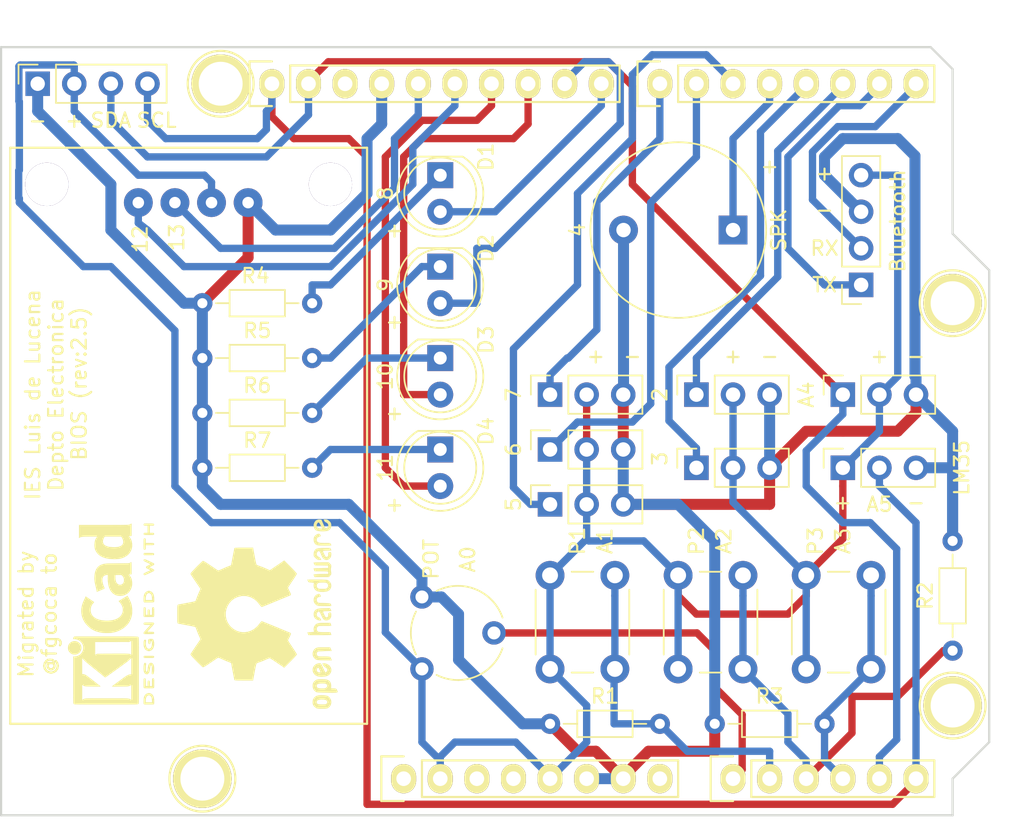
<source format=kicad_pcb>
(kicad_pcb (version 20171130) (host pcbnew 5.0.2-bee76a0~70~ubuntu18.04.1)

  (general
    (thickness 1.6)
    (drawings 50)
    (tracks 300)
    (zones 0)
    (modules 36)
    (nets 36)
  )

  (page A4)
  (title_block
    (date "lun. 30 mars 2015")
  )

  (layers
    (0 F.Cu signal)
    (31 B.Cu signal)
    (32 B.Adhes user)
    (33 F.Adhes user)
    (34 B.Paste user)
    (35 F.Paste user)
    (36 B.SilkS user)
    (37 F.SilkS user)
    (38 B.Mask user)
    (39 F.Mask user)
    (40 Dwgs.User user)
    (41 Cmts.User user)
    (42 Eco1.User user)
    (43 Eco2.User user)
    (44 Edge.Cuts user)
    (45 Margin user)
    (46 B.CrtYd user)
    (47 F.CrtYd user)
    (48 B.Fab user)
    (49 F.Fab user)
  )

  (setup
    (last_trace_width 0.508)
    (trace_clearance 0.2)
    (zone_clearance 0.508)
    (zone_45_only no)
    (trace_min 0.2)
    (segment_width 0.15)
    (edge_width 0.15)
    (via_size 0.6)
    (via_drill 0.4)
    (via_min_size 0.4)
    (via_min_drill 0.3)
    (uvia_size 0.3)
    (uvia_drill 0.1)
    (uvias_allowed no)
    (uvia_min_size 0.2)
    (uvia_min_drill 0.1)
    (pcb_text_width 0.3)
    (pcb_text_size 1.5 1.5)
    (mod_edge_width 0.15)
    (mod_text_size 1 1)
    (mod_text_width 0.15)
    (pad_size 4.064 4.064)
    (pad_drill 3.048)
    (pad_to_mask_clearance 0)
    (solder_mask_min_width 0.25)
    (aux_axis_origin 110.998 126.365)
    (grid_origin 110.998 126.365)
    (visible_elements FFFFFF7F)
    (pcbplotparams
      (layerselection 0x010e0_ffffffff)
      (usegerberextensions false)
      (usegerberattributes false)
      (usegerberadvancedattributes false)
      (creategerberjobfile false)
      (excludeedgelayer true)
      (linewidth 0.100000)
      (plotframeref false)
      (viasonmask false)
      (mode 1)
      (useauxorigin false)
      (hpglpennumber 1)
      (hpglpenspeed 20)
      (hpglpendiameter 15.000000)
      (psnegative false)
      (psa4output false)
      (plotreference true)
      (plotvalue true)
      (plotinvisibletext false)
      (padsonsilk false)
      (subtractmaskfromsilk false)
      (outputformat 1)
      (mirror false)
      (drillshape 0)
      (scaleselection 1)
      (outputdirectory "gerber/"))
  )

  (net 0 "")
  (net 1 /Reset)
  (net 2 +5V)
  (net 3 GND)
  (net 4 /Vin)
  (net 5 /A0)
  (net 6 /A1)
  (net 7 /A2)
  (net 8 /A3)
  (net 9 /AREF)
  (net 10 "/A4(SDA)")
  (net 11 "/A5(SCL)")
  (net 12 "/9(**)")
  (net 13 /8)
  (net 14 /7)
  (net 15 "/6(**)")
  (net 16 "/5(**)")
  (net 17 /4)
  (net 18 "/3(**)")
  (net 19 /2)
  (net 20 "/1(Tx)")
  (net 21 "/0(Rx)")
  (net 22 "Net-(P5-Pad1)")
  (net 23 "Net-(P6-Pad1)")
  (net 24 "Net-(P7-Pad1)")
  (net 25 "Net-(P8-Pad1)")
  (net 26 "/13(SCK)")
  (net 27 "/10(**/SS)")
  (net 28 +3V3)
  (net 29 "/12(MISO)")
  (net 30 "/11(**/MOSI)")
  (net 31 "Net-(D1-Pad1)")
  (net 32 "Net-(D2-Pad1)")
  (net 33 "Net-(D3-Pad1)")
  (net 34 "Net-(D4-Pad1)")
  (net 35 "Net-(J1-Pad1)")

  (net_class Default "This is the default net class."
    (clearance 0.2)
    (trace_width 0.508)
    (via_dia 0.6)
    (via_drill 0.4)
    (uvia_dia 0.3)
    (uvia_drill 0.1)
    (add_net +3V3)
    (add_net +5V)
    (add_net "/0(Rx)")
    (add_net "/1(Tx)")
    (add_net "/10(**/SS)")
    (add_net "/11(**/MOSI)")
    (add_net "/12(MISO)")
    (add_net "/13(SCK)")
    (add_net /2)
    (add_net "/3(**)")
    (add_net /4)
    (add_net "/5(**)")
    (add_net "/6(**)")
    (add_net /7)
    (add_net /8)
    (add_net "/9(**)")
    (add_net /A0)
    (add_net /A1)
    (add_net /A2)
    (add_net /A3)
    (add_net "/A4(SDA)")
    (add_net "/A5(SCL)")
    (add_net /AREF)
    (add_net /Reset)
    (add_net /Vin)
    (add_net GND)
    (add_net "Net-(D1-Pad1)")
    (add_net "Net-(D2-Pad1)")
    (add_net "Net-(D3-Pad1)")
    (add_net "Net-(D4-Pad1)")
    (add_net "Net-(J1-Pad1)")
    (add_net "Net-(P5-Pad1)")
    (add_net "Net-(P6-Pad1)")
    (add_net "Net-(P7-Pad1)")
    (add_net "Net-(P8-Pad1)")
  )

  (net_class GND ""
    (clearance 0.2)
    (trace_width 0.762)
    (via_dia 0.6)
    (via_drill 0.4)
    (uvia_dia 0.3)
    (uvia_drill 0.1)
  )

  (module LED_THT:LED_D5.0mm (layer F.Cu) (tedit 5995936A) (tstamp 5D8C8854)
    (at 141.478 81.915 270)
    (descr "LED, diameter 5.0mm, 2 pins, http://cdn-reichelt.de/documents/datenblatt/A500/LL-504BC2E-009.pdf")
    (tags "LED diameter 5.0mm 2 pins")
    (path /5D76BA2D)
    (fp_text reference D1 (at -1.27 -3.175 270) (layer F.SilkS)
      (effects (font (size 1 1) (thickness 0.15)))
    )
    (fp_text value LED (at 1.27 3.96 270) (layer F.Fab)
      (effects (font (size 1 1) (thickness 0.15)))
    )
    (fp_text user %R (at 1.25 0 270) (layer F.Fab)
      (effects (font (size 0.8 0.8) (thickness 0.2)))
    )
    (fp_line (start 4.5 -3.25) (end -1.95 -3.25) (layer F.CrtYd) (width 0.05))
    (fp_line (start 4.5 3.25) (end 4.5 -3.25) (layer F.CrtYd) (width 0.05))
    (fp_line (start -1.95 3.25) (end 4.5 3.25) (layer F.CrtYd) (width 0.05))
    (fp_line (start -1.95 -3.25) (end -1.95 3.25) (layer F.CrtYd) (width 0.05))
    (fp_line (start -1.29 -1.545) (end -1.29 1.545) (layer F.SilkS) (width 0.12))
    (fp_line (start -1.23 -1.469694) (end -1.23 1.469694) (layer F.Fab) (width 0.1))
    (fp_circle (center 1.27 0) (end 3.77 0) (layer F.SilkS) (width 0.12))
    (fp_circle (center 1.27 0) (end 3.77 0) (layer F.Fab) (width 0.1))
    (fp_arc (start 1.27 0) (end -1.29 1.54483) (angle -148.9) (layer F.SilkS) (width 0.12))
    (fp_arc (start 1.27 0) (end -1.29 -1.54483) (angle 148.9) (layer F.SilkS) (width 0.12))
    (fp_arc (start 1.27 0) (end -1.23 -1.469694) (angle 299.1) (layer F.Fab) (width 0.1))
    (pad 2 thru_hole circle (at 2.54 0 270) (size 1.8 1.8) (drill 0.9) (layers *.Cu *.Mask)
      (net 13 /8))
    (pad 1 thru_hole rect (at 0 0 270) (size 1.8 1.8) (drill 0.9) (layers *.Cu *.Mask)
      (net 31 "Net-(D1-Pad1)"))
    (model ${KISYS3DMOD}/LED_THT.3dshapes/LED_D5.0mm.wrl
      (at (xyz 0 0 0))
      (scale (xyz 1 1 1))
      (rotate (xyz 0 0 0))
    )
  )

  (module LED_THT:LED_D5.0mm (layer F.Cu) (tedit 5995936A) (tstamp 5D8C8866)
    (at 141.478 88.265 270)
    (descr "LED, diameter 5.0mm, 2 pins, http://cdn-reichelt.de/documents/datenblatt/A500/LL-504BC2E-009.pdf")
    (tags "LED diameter 5.0mm 2 pins")
    (path /5D76B93A)
    (fp_text reference D2 (at -1.27 -3.175 270) (layer F.SilkS)
      (effects (font (size 1 1) (thickness 0.15)))
    )
    (fp_text value LED (at 1.27 3.96 270) (layer F.Fab)
      (effects (font (size 1 1) (thickness 0.15)))
    )
    (fp_arc (start 1.27 0) (end -1.23 -1.469694) (angle 299.1) (layer F.Fab) (width 0.1))
    (fp_arc (start 1.27 0) (end -1.29 -1.54483) (angle 148.9) (layer F.SilkS) (width 0.12))
    (fp_arc (start 1.27 0) (end -1.29 1.54483) (angle -148.9) (layer F.SilkS) (width 0.12))
    (fp_circle (center 1.27 0) (end 3.77 0) (layer F.Fab) (width 0.1))
    (fp_circle (center 1.27 0) (end 3.77 0) (layer F.SilkS) (width 0.12))
    (fp_line (start -1.23 -1.469694) (end -1.23 1.469694) (layer F.Fab) (width 0.1))
    (fp_line (start -1.29 -1.545) (end -1.29 1.545) (layer F.SilkS) (width 0.12))
    (fp_line (start -1.95 -3.25) (end -1.95 3.25) (layer F.CrtYd) (width 0.05))
    (fp_line (start -1.95 3.25) (end 4.5 3.25) (layer F.CrtYd) (width 0.05))
    (fp_line (start 4.5 3.25) (end 4.5 -3.25) (layer F.CrtYd) (width 0.05))
    (fp_line (start 4.5 -3.25) (end -1.95 -3.25) (layer F.CrtYd) (width 0.05))
    (fp_text user %R (at 1.25 0 270) (layer F.Fab)
      (effects (font (size 0.8 0.8) (thickness 0.2)))
    )
    (pad 1 thru_hole rect (at 0 0 270) (size 1.8 1.8) (drill 0.9) (layers *.Cu *.Mask)
      (net 32 "Net-(D2-Pad1)"))
    (pad 2 thru_hole circle (at 2.54 0 270) (size 1.8 1.8) (drill 0.9) (layers *.Cu *.Mask)
      (net 12 "/9(**)"))
    (model ${KISYS3DMOD}/LED_THT.3dshapes/LED_D5.0mm.wrl
      (at (xyz 0 0 0))
      (scale (xyz 1 1 1))
      (rotate (xyz 0 0 0))
    )
  )

  (module LED_THT:LED_D5.0mm (layer F.Cu) (tedit 5995936A) (tstamp 5D8C8878)
    (at 141.478 94.615 270)
    (descr "LED, diameter 5.0mm, 2 pins, http://cdn-reichelt.de/documents/datenblatt/A500/LL-504BC2E-009.pdf")
    (tags "LED diameter 5.0mm 2 pins")
    (path /5D76D20A)
    (fp_text reference D3 (at -1.27 -3.175 270) (layer F.SilkS)
      (effects (font (size 1 1) (thickness 0.15)))
    )
    (fp_text value LED (at 1.27 3.96 270) (layer F.Fab)
      (effects (font (size 1 1) (thickness 0.15)))
    )
    (fp_text user %R (at 1.25 0 270) (layer F.Fab)
      (effects (font (size 0.8 0.8) (thickness 0.2)))
    )
    (fp_line (start 4.5 -3.25) (end -1.95 -3.25) (layer F.CrtYd) (width 0.05))
    (fp_line (start 4.5 3.25) (end 4.5 -3.25) (layer F.CrtYd) (width 0.05))
    (fp_line (start -1.95 3.25) (end 4.5 3.25) (layer F.CrtYd) (width 0.05))
    (fp_line (start -1.95 -3.25) (end -1.95 3.25) (layer F.CrtYd) (width 0.05))
    (fp_line (start -1.29 -1.545) (end -1.29 1.545) (layer F.SilkS) (width 0.12))
    (fp_line (start -1.23 -1.469694) (end -1.23 1.469694) (layer F.Fab) (width 0.1))
    (fp_circle (center 1.27 0) (end 3.77 0) (layer F.SilkS) (width 0.12))
    (fp_circle (center 1.27 0) (end 3.77 0) (layer F.Fab) (width 0.1))
    (fp_arc (start 1.27 0) (end -1.29 1.54483) (angle -148.9) (layer F.SilkS) (width 0.12))
    (fp_arc (start 1.27 0) (end -1.29 -1.54483) (angle 148.9) (layer F.SilkS) (width 0.12))
    (fp_arc (start 1.27 0) (end -1.23 -1.469694) (angle 299.1) (layer F.Fab) (width 0.1))
    (pad 2 thru_hole circle (at 2.54 0 270) (size 1.8 1.8) (drill 0.9) (layers *.Cu *.Mask)
      (net 27 "/10(**/SS)"))
    (pad 1 thru_hole rect (at 0 0 270) (size 1.8 1.8) (drill 0.9) (layers *.Cu *.Mask)
      (net 33 "Net-(D3-Pad1)"))
    (model ${KISYS3DMOD}/LED_THT.3dshapes/LED_D5.0mm.wrl
      (at (xyz 0 0 0))
      (scale (xyz 1 1 1))
      (rotate (xyz 0 0 0))
    )
  )

  (module LED_THT:LED_D5.0mm (layer F.Cu) (tedit 5995936A) (tstamp 5D8C888A)
    (at 141.478 100.965 270)
    (descr "LED, diameter 5.0mm, 2 pins, http://cdn-reichelt.de/documents/datenblatt/A500/LL-504BC2E-009.pdf")
    (tags "LED diameter 5.0mm 2 pins")
    (path /5D76D203)
    (fp_text reference D4 (at -1.27 -3.175 270) (layer F.SilkS)
      (effects (font (size 1 1) (thickness 0.15)))
    )
    (fp_text value LED (at 1.27 3.96 270) (layer F.Fab)
      (effects (font (size 1 1) (thickness 0.15)))
    )
    (fp_arc (start 1.27 0) (end -1.23 -1.469694) (angle 299.1) (layer F.Fab) (width 0.1))
    (fp_arc (start 1.27 0) (end -1.29 -1.54483) (angle 148.9) (layer F.SilkS) (width 0.12))
    (fp_arc (start 1.27 0) (end -1.29 1.54483) (angle -148.9) (layer F.SilkS) (width 0.12))
    (fp_circle (center 1.27 0) (end 3.77 0) (layer F.Fab) (width 0.1))
    (fp_circle (center 1.27 0) (end 3.77 0) (layer F.SilkS) (width 0.12))
    (fp_line (start -1.23 -1.469694) (end -1.23 1.469694) (layer F.Fab) (width 0.1))
    (fp_line (start -1.29 -1.545) (end -1.29 1.545) (layer F.SilkS) (width 0.12))
    (fp_line (start -1.95 -3.25) (end -1.95 3.25) (layer F.CrtYd) (width 0.05))
    (fp_line (start -1.95 3.25) (end 4.5 3.25) (layer F.CrtYd) (width 0.05))
    (fp_line (start 4.5 3.25) (end 4.5 -3.25) (layer F.CrtYd) (width 0.05))
    (fp_line (start 4.5 -3.25) (end -1.95 -3.25) (layer F.CrtYd) (width 0.05))
    (fp_text user %R (at 1.25 0 270) (layer F.Fab)
      (effects (font (size 0.8 0.8) (thickness 0.2)))
    )
    (pad 1 thru_hole rect (at 0 0 270) (size 1.8 1.8) (drill 0.9) (layers *.Cu *.Mask)
      (net 34 "Net-(D4-Pad1)"))
    (pad 2 thru_hole circle (at 2.54 0 270) (size 1.8 1.8) (drill 0.9) (layers *.Cu *.Mask)
      (net 30 "/11(**/MOSI)"))
    (model ${KISYS3DMOD}/LED_THT.3dshapes/LED_D5.0mm.wrl
      (at (xyz 0 0 0))
      (scale (xyz 1 1 1))
      (rotate (xyz 0 0 0))
    )
  )

  (module Socket_Arduino_Uno:Socket_Strip_Arduino_1x08 (layer F.Cu) (tedit 5D7BD14F) (tstamp 5D8C88A1)
    (at 138.938 123.825)
    (descr "Through hole socket strip")
    (tags "socket strip")
    (path /56D70129)
    (fp_text reference J1 (at 0 -5.1) (layer F.SilkS) hide
      (effects (font (size 1 1) (thickness 0.15)))
    )
    (fp_text value Power (at 0 -3.1) (layer F.Fab)
      (effects (font (size 1 1) (thickness 0.15)))
    )
    (fp_line (start -1.75 -1.75) (end -1.75 1.75) (layer F.CrtYd) (width 0.05))
    (fp_line (start 19.55 -1.75) (end 19.55 1.75) (layer F.CrtYd) (width 0.05))
    (fp_line (start -1.75 -1.75) (end 19.55 -1.75) (layer F.CrtYd) (width 0.05))
    (fp_line (start -1.75 1.75) (end 19.55 1.75) (layer F.CrtYd) (width 0.05))
    (fp_line (start 1.27 1.27) (end 19.05 1.27) (layer F.SilkS) (width 0.15))
    (fp_line (start 19.05 1.27) (end 19.05 -1.27) (layer F.SilkS) (width 0.15))
    (fp_line (start 19.05 -1.27) (end 1.27 -1.27) (layer F.SilkS) (width 0.15))
    (fp_line (start -1.55 1.55) (end 0 1.55) (layer F.SilkS) (width 0.15))
    (fp_line (start 1.27 1.27) (end 1.27 -1.27) (layer F.SilkS) (width 0.15))
    (fp_line (start 0 -1.55) (end -1.55 -1.55) (layer F.SilkS) (width 0.15))
    (fp_line (start -1.55 -1.55) (end -1.55 1.55) (layer F.SilkS) (width 0.15))
    (pad 1 thru_hole oval (at 0 0) (size 1.7272 2.032) (drill 1.016) (layers *.Cu *.Mask F.SilkS)
      (net 35 "Net-(J1-Pad1)"))
    (pad 2 thru_hole oval (at 2.54 0) (size 1.7272 2.032) (drill 1.016) (layers *.Cu *.Mask F.SilkS)
      (net 2 +5V))
    (pad 3 thru_hole oval (at 5.08 0) (size 1.7272 2.032) (drill 1.016) (layers *.Cu *.Mask F.SilkS)
      (net 1 /Reset))
    (pad 4 thru_hole oval (at 7.62 0) (size 1.7272 2.032) (drill 1.016) (layers *.Cu *.Mask F.SilkS)
      (net 28 +3V3))
    (pad 5 thru_hole oval (at 10.16 0) (size 1.7272 2.032) (drill 1.016) (layers *.Cu *.Mask F.SilkS)
      (net 2 +5V))
    (pad 6 thru_hole oval (at 12.7 0) (size 1.7272 2.032) (drill 1.016) (layers *.Cu *.Mask F.SilkS)
      (net 3 GND))
    (pad 7 thru_hole oval (at 15.24 0) (size 1.7272 2.032) (drill 1.016) (layers *.Cu *.Mask F.SilkS)
      (net 3 GND))
    (pad 8 thru_hole oval (at 17.78 0) (size 1.7272 2.032) (drill 1.016) (layers *.Cu *.Mask F.SilkS)
      (net 4 /Vin))
    (model ${KISYS3DMOD}/Connector_PinHeader_2.54mm.3dshapes/PinHeader_1x08_P2.54mm_Vertical.step
      (offset (xyz 17.5 0 -2))
      (scale (xyz 1 1 1))
      (rotate (xyz 0 180 90))
    )
  )

  (module Socket_Arduino_Uno:Socket_Strip_Arduino_1x08 (layer F.Cu) (tedit 5D7BCE97) (tstamp 5D8C88E6)
    (at 156.718 75.565)
    (descr "Through hole socket strip")
    (tags "socket strip")
    (path /56D7164F)
    (fp_text reference J4 (at 0 -5.1) (layer F.SilkS) hide
      (effects (font (size 1 1) (thickness 0.15)))
    )
    (fp_text value Digital (at 0 -3.1) (layer F.Fab)
      (effects (font (size 1 1) (thickness 0.15)))
    )
    (fp_line (start -1.55 -1.55) (end -1.55 1.55) (layer F.SilkS) (width 0.15))
    (fp_line (start 0 -1.55) (end -1.55 -1.55) (layer F.SilkS) (width 0.15))
    (fp_line (start 1.27 1.27) (end 1.27 -1.27) (layer F.SilkS) (width 0.15))
    (fp_line (start -1.55 1.55) (end 0 1.55) (layer F.SilkS) (width 0.15))
    (fp_line (start 19.05 -1.27) (end 1.27 -1.27) (layer F.SilkS) (width 0.15))
    (fp_line (start 19.05 1.27) (end 19.05 -1.27) (layer F.SilkS) (width 0.15))
    (fp_line (start 1.27 1.27) (end 19.05 1.27) (layer F.SilkS) (width 0.15))
    (fp_line (start -1.75 1.75) (end 19.55 1.75) (layer F.CrtYd) (width 0.05))
    (fp_line (start -1.75 -1.75) (end 19.55 -1.75) (layer F.CrtYd) (width 0.05))
    (fp_line (start 19.55 -1.75) (end 19.55 1.75) (layer F.CrtYd) (width 0.05))
    (fp_line (start -1.75 -1.75) (end -1.75 1.75) (layer F.CrtYd) (width 0.05))
    (pad 8 thru_hole oval (at 17.78 0) (size 1.7272 2.032) (drill 1.016) (layers *.Cu *.Mask F.SilkS)
      (net 21 "/0(Rx)"))
    (pad 7 thru_hole oval (at 15.24 0) (size 1.7272 2.032) (drill 1.016) (layers *.Cu *.Mask F.SilkS)
      (net 20 "/1(Tx)"))
    (pad 6 thru_hole oval (at 12.7 0) (size 1.7272 2.032) (drill 1.016) (layers *.Cu *.Mask F.SilkS)
      (net 19 /2))
    (pad 5 thru_hole oval (at 10.16 0) (size 1.7272 2.032) (drill 1.016) (layers *.Cu *.Mask F.SilkS)
      (net 18 "/3(**)"))
    (pad 4 thru_hole oval (at 7.62 0) (size 1.7272 2.032) (drill 1.016) (layers *.Cu *.Mask F.SilkS)
      (net 17 /4))
    (pad 3 thru_hole oval (at 5.08 0) (size 1.7272 2.032) (drill 1.016) (layers *.Cu *.Mask F.SilkS)
      (net 16 "/5(**)"))
    (pad 2 thru_hole oval (at 2.54 0) (size 1.7272 2.032) (drill 1.016) (layers *.Cu *.Mask F.SilkS)
      (net 15 "/6(**)"))
    (pad 1 thru_hole oval (at 0 0) (size 1.7272 2.032) (drill 1.016) (layers *.Cu *.Mask F.SilkS)
      (net 14 /7))
    (model ${KISYS3DMOD}/Connector_PinHeader_2.54mm.3dshapes/PinHeader_1x08_P2.54mm_Vertical.step
      (offset (xyz 18 0 -1.5))
      (scale (xyz 1 1 1))
      (rotate (xyz 0 180 90))
    )
  )

  (module Connector_PinSocket_2.54mm:PinSocket_1x04_P2.54mm_Vertical (layer F.Cu) (tedit 5D7BCE92) (tstamp 5D8C88FE)
    (at 113.538 75.565 90)
    (descr "Through hole straight socket strip, 1x04, 2.54mm pitch, single row (from Kicad 4.0.7), script generated")
    (tags "Through hole socket strip THT 1x04 2.54mm single row")
    (path /5D7CFE23)
    (fp_text reference J5 (at 0 -1.27 90) (layer F.SilkS) hide
      (effects (font (size 1 1) (thickness 0.15)))
    )
    (fp_text value CONN-LCD_I2C (at 0 10.39 90) (layer F.Fab)
      (effects (font (size 1 1) (thickness 0.15)))
    )
    (fp_text user %R (at 0 3.81 180) (layer F.Fab)
      (effects (font (size 1 1) (thickness 0.15)))
    )
    (fp_line (start -1.8 9.4) (end -1.8 -1.8) (layer F.CrtYd) (width 0.05))
    (fp_line (start 1.75 9.4) (end -1.8 9.4) (layer F.CrtYd) (width 0.05))
    (fp_line (start 1.75 -1.8) (end 1.75 9.4) (layer F.CrtYd) (width 0.05))
    (fp_line (start -1.8 -1.8) (end 1.75 -1.8) (layer F.CrtYd) (width 0.05))
    (fp_line (start 0 -1.33) (end 1.33 -1.33) (layer F.SilkS) (width 0.12))
    (fp_line (start 1.33 -1.33) (end 1.33 0) (layer F.SilkS) (width 0.12))
    (fp_line (start 1.33 1.27) (end 1.33 8.95) (layer F.SilkS) (width 0.12))
    (fp_line (start -1.33 8.95) (end 1.33 8.95) (layer F.SilkS) (width 0.12))
    (fp_line (start -1.33 1.27) (end -1.33 8.95) (layer F.SilkS) (width 0.12))
    (fp_line (start -1.33 1.27) (end 1.33 1.27) (layer F.SilkS) (width 0.12))
    (fp_line (start -1.27 8.89) (end -1.27 -1.27) (layer F.Fab) (width 0.1))
    (fp_line (start 1.27 8.89) (end -1.27 8.89) (layer F.Fab) (width 0.1))
    (fp_line (start 1.27 -0.635) (end 1.27 8.89) (layer F.Fab) (width 0.1))
    (fp_line (start 0.635 -1.27) (end 1.27 -0.635) (layer F.Fab) (width 0.1))
    (fp_line (start -1.27 -1.27) (end 0.635 -1.27) (layer F.Fab) (width 0.1))
    (pad 4 thru_hole oval (at 0 7.62 90) (size 1.7 1.7) (drill 1) (layers *.Cu *.Mask)
      (net 11 "/A5(SCL)"))
    (pad 3 thru_hole oval (at 0 5.08 90) (size 1.7 1.7) (drill 1) (layers *.Cu *.Mask)
      (net 10 "/A4(SDA)"))
    (pad 2 thru_hole oval (at 0 2.54 90) (size 1.7 1.7) (drill 1) (layers *.Cu *.Mask)
      (net 2 +5V))
    (pad 1 thru_hole rect (at 0 0 90) (size 1.7 1.7) (drill 1) (layers *.Cu *.Mask)
      (net 3 GND))
    (model ${KISYS3DMOD}/Connector_PinHeader_2.54mm.3dshapes/PinHeader_1x04_P2.54mm_Vertical.step
      (at (xyz 0 0 0))
      (scale (xyz 1 1 1))
      (rotate (xyz 0 0 0))
    )
  )

  (module Connector_PinSocket_2.54mm:PinSocket_1x04_P2.54mm_Vertical (layer F.Cu) (tedit 5D7BD1A8) (tstamp 5D8C8916)
    (at 170.688 89.535 180)
    (descr "Through hole straight socket strip, 1x04, 2.54mm pitch, single row (from Kicad 4.0.7), script generated")
    (tags "Through hole socket strip THT 1x04 2.54mm single row")
    (path /5D9591D0)
    (fp_text reference J6 (at 0 -2.77 180) (layer F.SilkS) hide
      (effects (font (size 1 1) (thickness 0.15)))
    )
    (fp_text value Bluetooth (at 0 10.39 180) (layer F.Fab)
      (effects (font (size 1 1) (thickness 0.15)))
    )
    (fp_line (start -1.27 -1.27) (end 0.635 -1.27) (layer F.Fab) (width 0.1))
    (fp_line (start 0.635 -1.27) (end 1.27 -0.635) (layer F.Fab) (width 0.1))
    (fp_line (start 1.27 -0.635) (end 1.27 8.89) (layer F.Fab) (width 0.1))
    (fp_line (start 1.27 8.89) (end -1.27 8.89) (layer F.Fab) (width 0.1))
    (fp_line (start -1.27 8.89) (end -1.27 -1.27) (layer F.Fab) (width 0.1))
    (fp_line (start -1.33 1.27) (end 1.33 1.27) (layer F.SilkS) (width 0.12))
    (fp_line (start -1.33 1.27) (end -1.33 8.95) (layer F.SilkS) (width 0.12))
    (fp_line (start -1.33 8.95) (end 1.33 8.95) (layer F.SilkS) (width 0.12))
    (fp_line (start 1.33 1.27) (end 1.33 8.95) (layer F.SilkS) (width 0.12))
    (fp_line (start 1.33 -1.33) (end 1.33 0) (layer F.SilkS) (width 0.12))
    (fp_line (start 0 -1.33) (end 1.33 -1.33) (layer F.SilkS) (width 0.12))
    (fp_line (start -1.8 -1.8) (end 1.75 -1.8) (layer F.CrtYd) (width 0.05))
    (fp_line (start 1.75 -1.8) (end 1.75 9.4) (layer F.CrtYd) (width 0.05))
    (fp_line (start 1.75 9.4) (end -1.8 9.4) (layer F.CrtYd) (width 0.05))
    (fp_line (start -1.8 9.4) (end -1.8 -1.8) (layer F.CrtYd) (width 0.05))
    (fp_text user %R (at 0 3.81 270) (layer F.Fab)
      (effects (font (size 1 1) (thickness 0.15)))
    )
    (pad 1 thru_hole rect (at 0 0 180) (size 1.7 1.7) (drill 1) (layers *.Cu *.Mask)
      (net 20 "/1(Tx)"))
    (pad 2 thru_hole oval (at 0 2.54 180) (size 1.7 1.7) (drill 1) (layers *.Cu *.Mask)
      (net 21 "/0(Rx)"))
    (pad 3 thru_hole oval (at 0 5.08 180) (size 1.7 1.7) (drill 1) (layers *.Cu *.Mask)
      (net 3 GND))
    (pad 4 thru_hole oval (at 0 7.62 180) (size 1.7 1.7) (drill 1) (layers *.Cu *.Mask)
      (net 2 +5V))
    (model ${KISYS3DMOD}/Connector_PinSocket_2.54mm.3dshapes/PinSocket_1x04_P2.54mm_Vertical.wrl
      (at (xyz 0 0 0))
      (scale (xyz 1 1 1))
      (rotate (xyz 0 0 0))
    )
  )

  (module Connector_PinSocket_2.54mm:PinSocket_1x03_P2.54mm_Vertical (layer F.Cu) (tedit 5D7BCFFE) (tstamp 5D8C893B)
    (at 149.098 100.965 90)
    (descr "Through hole straight socket strip, 1x03, 2.54mm pitch, single row (from Kicad 4.0.7), script generated")
    (tags "Through hole socket strip THT 1x03 2.54mm single row")
    (path /5D72FBC2)
    (fp_text reference J8 (at 0 -2.77 90) (layer F.SilkS) hide
      (effects (font (size 1 1) (thickness 0.15)))
    )
    (fp_text value Conn_01x03 (at 0 7.85 90) (layer F.Fab)
      (effects (font (size 1 1) (thickness 0.15)))
    )
    (fp_text user %R (at 0 2.54 180) (layer F.Fab)
      (effects (font (size 1 1) (thickness 0.15)))
    )
    (fp_line (start -1.8 6.85) (end -1.8 -1.8) (layer F.CrtYd) (width 0.05))
    (fp_line (start 1.75 6.85) (end -1.8 6.85) (layer F.CrtYd) (width 0.05))
    (fp_line (start 1.75 -1.8) (end 1.75 6.85) (layer F.CrtYd) (width 0.05))
    (fp_line (start -1.8 -1.8) (end 1.75 -1.8) (layer F.CrtYd) (width 0.05))
    (fp_line (start 0 -1.33) (end 1.33 -1.33) (layer F.SilkS) (width 0.12))
    (fp_line (start 1.33 -1.33) (end 1.33 0) (layer F.SilkS) (width 0.12))
    (fp_line (start 1.33 1.27) (end 1.33 6.41) (layer F.SilkS) (width 0.12))
    (fp_line (start -1.33 6.41) (end 1.33 6.41) (layer F.SilkS) (width 0.12))
    (fp_line (start -1.33 1.27) (end -1.33 6.41) (layer F.SilkS) (width 0.12))
    (fp_line (start -1.33 1.27) (end 1.33 1.27) (layer F.SilkS) (width 0.12))
    (fp_line (start -1.27 6.35) (end -1.27 -1.27) (layer F.Fab) (width 0.1))
    (fp_line (start 1.27 6.35) (end -1.27 6.35) (layer F.Fab) (width 0.1))
    (fp_line (start 1.27 -0.635) (end 1.27 6.35) (layer F.Fab) (width 0.1))
    (fp_line (start 0.635 -1.27) (end 1.27 -0.635) (layer F.Fab) (width 0.1))
    (fp_line (start -1.27 -1.27) (end 0.635 -1.27) (layer F.Fab) (width 0.1))
    (pad 3 thru_hole oval (at 0 5.08 90) (size 1.7 1.7) (drill 1) (layers *.Cu *.Mask)
      (net 3 GND))
    (pad 2 thru_hole oval (at 0 2.54 90) (size 1.7 1.7) (drill 1) (layers *.Cu *.Mask)
      (net 2 +5V))
    (pad 1 thru_hole rect (at 0 0 90) (size 1.7 1.7) (drill 1) (layers *.Cu *.Mask)
      (net 15 "/6(**)"))
    (model ${KISYS3DMOD}/Connector_PinHeader_2.54mm.3dshapes/PinHeader_1x03_P2.54mm_Vertical.step
      (at (xyz 0 0 0))
      (scale (xyz 1 1 1))
      (rotate (xyz 0 0 0))
    )
  )

  (module Connector_PinSocket_2.54mm:PinSocket_1x03_P2.54mm_Vertical (layer F.Cu) (tedit 5D7BD044) (tstamp 5D8C8952)
    (at 159.258 97.155 90)
    (descr "Through hole straight socket strip, 1x03, 2.54mm pitch, single row (from Kicad 4.0.7), script generated")
    (tags "Through hole socket strip THT 1x03 2.54mm single row")
    (path /5D72FD6C)
    (fp_text reference J9 (at 0 -2.77 90) (layer F.SilkS) hide
      (effects (font (size 1 1) (thickness 0.15)))
    )
    (fp_text value Conn_01x03 (at 0 7.85 90) (layer F.Fab)
      (effects (font (size 1 1) (thickness 0.15)))
    )
    (fp_text user %R (at 0 2.54 180) (layer F.Fab)
      (effects (font (size 1 1) (thickness 0.15)))
    )
    (fp_line (start -1.8 6.85) (end -1.8 -1.8) (layer F.CrtYd) (width 0.05))
    (fp_line (start 1.75 6.85) (end -1.8 6.85) (layer F.CrtYd) (width 0.05))
    (fp_line (start 1.75 -1.8) (end 1.75 6.85) (layer F.CrtYd) (width 0.05))
    (fp_line (start -1.8 -1.8) (end 1.75 -1.8) (layer F.CrtYd) (width 0.05))
    (fp_line (start 0 -1.33) (end 1.33 -1.33) (layer F.SilkS) (width 0.12))
    (fp_line (start 1.33 -1.33) (end 1.33 0) (layer F.SilkS) (width 0.12))
    (fp_line (start 1.33 1.27) (end 1.33 6.41) (layer F.SilkS) (width 0.12))
    (fp_line (start -1.33 6.41) (end 1.33 6.41) (layer F.SilkS) (width 0.12))
    (fp_line (start -1.33 1.27) (end -1.33 6.41) (layer F.SilkS) (width 0.12))
    (fp_line (start -1.33 1.27) (end 1.33 1.27) (layer F.SilkS) (width 0.12))
    (fp_line (start -1.27 6.35) (end -1.27 -1.27) (layer F.Fab) (width 0.1))
    (fp_line (start 1.27 6.35) (end -1.27 6.35) (layer F.Fab) (width 0.1))
    (fp_line (start 1.27 -0.635) (end 1.27 6.35) (layer F.Fab) (width 0.1))
    (fp_line (start 0.635 -1.27) (end 1.27 -0.635) (layer F.Fab) (width 0.1))
    (fp_line (start -1.27 -1.27) (end 0.635 -1.27) (layer F.Fab) (width 0.1))
    (pad 3 thru_hole oval (at 0 5.08 90) (size 1.7 1.7) (drill 1) (layers *.Cu *.Mask)
      (net 3 GND))
    (pad 2 thru_hole oval (at 0 2.54 90) (size 1.7 1.7) (drill 1) (layers *.Cu *.Mask)
      (net 2 +5V))
    (pad 1 thru_hole rect (at 0 0 90) (size 1.7 1.7) (drill 1) (layers *.Cu *.Mask)
      (net 19 /2))
    (model ${KISYS3DMOD}/Connector_PinHeader_2.54mm.3dshapes/PinHeader_1x03_P2.54mm_Vertical.step
      (at (xyz 0 0 0))
      (scale (xyz 1 1 1))
      (rotate (xyz 0 0 0))
    )
  )

  (module Connector_PinSocket_2.54mm:PinSocket_1x03_P2.54mm_Vertical (layer F.Cu) (tedit 5D7BD0A4) (tstamp 5D8C8969)
    (at 169.418 97.155 90)
    (descr "Through hole straight socket strip, 1x03, 2.54mm pitch, single row (from Kicad 4.0.7), script generated")
    (tags "Through hole socket strip THT 1x03 2.54mm single row")
    (path /5D80A0A8)
    (fp_text reference J10 (at 0 -2.77 90) (layer F.SilkS) hide
      (effects (font (size 1 1) (thickness 0.15)))
    )
    (fp_text value Conn_01x03 (at 0 7.85 90) (layer F.Fab)
      (effects (font (size 1 1) (thickness 0.15)))
    )
    (fp_text user %R (at 0 2.54 180) (layer F.Fab)
      (effects (font (size 1 1) (thickness 0.15)))
    )
    (fp_line (start -1.8 6.85) (end -1.8 -1.8) (layer F.CrtYd) (width 0.05))
    (fp_line (start 1.75 6.85) (end -1.8 6.85) (layer F.CrtYd) (width 0.05))
    (fp_line (start 1.75 -1.8) (end 1.75 6.85) (layer F.CrtYd) (width 0.05))
    (fp_line (start -1.8 -1.8) (end 1.75 -1.8) (layer F.CrtYd) (width 0.05))
    (fp_line (start 0 -1.33) (end 1.33 -1.33) (layer F.SilkS) (width 0.12))
    (fp_line (start 1.33 -1.33) (end 1.33 0) (layer F.SilkS) (width 0.12))
    (fp_line (start 1.33 1.27) (end 1.33 6.41) (layer F.SilkS) (width 0.12))
    (fp_line (start -1.33 6.41) (end 1.33 6.41) (layer F.SilkS) (width 0.12))
    (fp_line (start -1.33 1.27) (end -1.33 6.41) (layer F.SilkS) (width 0.12))
    (fp_line (start -1.33 1.27) (end 1.33 1.27) (layer F.SilkS) (width 0.12))
    (fp_line (start -1.27 6.35) (end -1.27 -1.27) (layer F.Fab) (width 0.1))
    (fp_line (start 1.27 6.35) (end -1.27 6.35) (layer F.Fab) (width 0.1))
    (fp_line (start 1.27 -0.635) (end 1.27 6.35) (layer F.Fab) (width 0.1))
    (fp_line (start 0.635 -1.27) (end 1.27 -0.635) (layer F.Fab) (width 0.1))
    (fp_line (start -1.27 -1.27) (end 0.635 -1.27) (layer F.Fab) (width 0.1))
    (pad 3 thru_hole oval (at 0 5.08 90) (size 1.7 1.7) (drill 1) (layers *.Cu *.Mask)
      (net 3 GND))
    (pad 2 thru_hole oval (at 0 2.54 90) (size 1.7 1.7) (drill 1) (layers *.Cu *.Mask)
      (net 2 +5V))
    (pad 1 thru_hole rect (at 0 0 90) (size 1.7 1.7) (drill 1) (layers *.Cu *.Mask)
      (net 10 "/A4(SDA)"))
    (model ${KISYS3DMOD}/Connector_PinHeader_2.54mm.3dshapes/PinHeader_1x03_P2.54mm_Vertical.step
      (at (xyz 0 0 0))
      (scale (xyz 1 1 1))
      (rotate (xyz 0 0 0))
    )
  )

  (module Connector_PinSocket_2.54mm:PinSocket_1x03_P2.54mm_Vertical (layer F.Cu) (tedit 5D7BD040) (tstamp 5D8C8980)
    (at 159.258 102.235 90)
    (descr "Through hole straight socket strip, 1x03, 2.54mm pitch, single row (from Kicad 4.0.7), script generated")
    (tags "Through hole socket strip THT 1x03 2.54mm single row")
    (path /5D72FD73)
    (fp_text reference J11 (at 0 -2.77 90) (layer F.SilkS) hide
      (effects (font (size 1 1) (thickness 0.15)))
    )
    (fp_text value Conn_01x03 (at 0 7.85 90) (layer F.Fab)
      (effects (font (size 1 1) (thickness 0.15)))
    )
    (fp_line (start -1.27 -1.27) (end 0.635 -1.27) (layer F.Fab) (width 0.1))
    (fp_line (start 0.635 -1.27) (end 1.27 -0.635) (layer F.Fab) (width 0.1))
    (fp_line (start 1.27 -0.635) (end 1.27 6.35) (layer F.Fab) (width 0.1))
    (fp_line (start 1.27 6.35) (end -1.27 6.35) (layer F.Fab) (width 0.1))
    (fp_line (start -1.27 6.35) (end -1.27 -1.27) (layer F.Fab) (width 0.1))
    (fp_line (start -1.33 1.27) (end 1.33 1.27) (layer F.SilkS) (width 0.12))
    (fp_line (start -1.33 1.27) (end -1.33 6.41) (layer F.SilkS) (width 0.12))
    (fp_line (start -1.33 6.41) (end 1.33 6.41) (layer F.SilkS) (width 0.12))
    (fp_line (start 1.33 1.27) (end 1.33 6.41) (layer F.SilkS) (width 0.12))
    (fp_line (start 1.33 -1.33) (end 1.33 0) (layer F.SilkS) (width 0.12))
    (fp_line (start 0 -1.33) (end 1.33 -1.33) (layer F.SilkS) (width 0.12))
    (fp_line (start -1.8 -1.8) (end 1.75 -1.8) (layer F.CrtYd) (width 0.05))
    (fp_line (start 1.75 -1.8) (end 1.75 6.85) (layer F.CrtYd) (width 0.05))
    (fp_line (start 1.75 6.85) (end -1.8 6.85) (layer F.CrtYd) (width 0.05))
    (fp_line (start -1.8 6.85) (end -1.8 -1.8) (layer F.CrtYd) (width 0.05))
    (fp_text user %R (at 0 2.54 180) (layer F.Fab)
      (effects (font (size 1 1) (thickness 0.15)))
    )
    (pad 1 thru_hole rect (at 0 0 90) (size 1.7 1.7) (drill 1) (layers *.Cu *.Mask)
      (net 18 "/3(**)"))
    (pad 2 thru_hole oval (at 0 2.54 90) (size 1.7 1.7) (drill 1) (layers *.Cu *.Mask)
      (net 2 +5V))
    (pad 3 thru_hole oval (at 0 5.08 90) (size 1.7 1.7) (drill 1) (layers *.Cu *.Mask)
      (net 3 GND))
    (model ${KISYS3DMOD}/Connector_PinHeader_2.54mm.3dshapes/PinHeader_1x03_P2.54mm_Vertical.step
      (at (xyz 0 0 0))
      (scale (xyz 1 1 1))
      (rotate (xyz 0 0 0))
    )
  )

  (module Connector_PinSocket_2.54mm:PinSocket_1x03_P2.54mm_Vertical (layer F.Cu) (tedit 5D7BCFFA) (tstamp 5D8C8997)
    (at 149.098 104.775 90)
    (descr "Through hole straight socket strip, 1x03, 2.54mm pitch, single row (from Kicad 4.0.7), script generated")
    (tags "Through hole socket strip THT 1x03 2.54mm single row")
    (path /5D72FB28)
    (fp_text reference J12 (at 0 -2.77 90) (layer F.SilkS) hide
      (effects (font (size 1 1) (thickness 0.15)))
    )
    (fp_text value Conn_01x03 (at 0 7.85 90) (layer F.Fab)
      (effects (font (size 1 1) (thickness 0.15)))
    )
    (fp_line (start -1.27 -1.27) (end 0.635 -1.27) (layer F.Fab) (width 0.1))
    (fp_line (start 0.635 -1.27) (end 1.27 -0.635) (layer F.Fab) (width 0.1))
    (fp_line (start 1.27 -0.635) (end 1.27 6.35) (layer F.Fab) (width 0.1))
    (fp_line (start 1.27 6.35) (end -1.27 6.35) (layer F.Fab) (width 0.1))
    (fp_line (start -1.27 6.35) (end -1.27 -1.27) (layer F.Fab) (width 0.1))
    (fp_line (start -1.33 1.27) (end 1.33 1.27) (layer F.SilkS) (width 0.12))
    (fp_line (start -1.33 1.27) (end -1.33 6.41) (layer F.SilkS) (width 0.12))
    (fp_line (start -1.33 6.41) (end 1.33 6.41) (layer F.SilkS) (width 0.12))
    (fp_line (start 1.33 1.27) (end 1.33 6.41) (layer F.SilkS) (width 0.12))
    (fp_line (start 1.33 -1.33) (end 1.33 0) (layer F.SilkS) (width 0.12))
    (fp_line (start 0 -1.33) (end 1.33 -1.33) (layer F.SilkS) (width 0.12))
    (fp_line (start -1.8 -1.8) (end 1.75 -1.8) (layer F.CrtYd) (width 0.05))
    (fp_line (start 1.75 -1.8) (end 1.75 6.85) (layer F.CrtYd) (width 0.05))
    (fp_line (start 1.75 6.85) (end -1.8 6.85) (layer F.CrtYd) (width 0.05))
    (fp_line (start -1.8 6.85) (end -1.8 -1.8) (layer F.CrtYd) (width 0.05))
    (fp_text user %R (at 0 2.54 180) (layer F.Fab)
      (effects (font (size 1 1) (thickness 0.15)))
    )
    (pad 1 thru_hole rect (at 0 0 90) (size 1.7 1.7) (drill 1) (layers *.Cu *.Mask)
      (net 16 "/5(**)"))
    (pad 2 thru_hole oval (at 0 2.54 90) (size 1.7 1.7) (drill 1) (layers *.Cu *.Mask)
      (net 2 +5V))
    (pad 3 thru_hole oval (at 0 5.08 90) (size 1.7 1.7) (drill 1) (layers *.Cu *.Mask)
      (net 3 GND))
    (model ${KISYS3DMOD}/Connector_PinHeader_2.54mm.3dshapes/PinHeader_1x03_P2.54mm_Vertical.step
      (at (xyz 0 0 0))
      (scale (xyz 1 1 1))
      (rotate (xyz 0 0 0))
    )
  )

  (module Connector_PinSocket_2.54mm:PinSocket_1x03_P2.54mm_Vertical (layer F.Cu) (tedit 5D7BD002) (tstamp 5D8C89AE)
    (at 149.098 97.155 90)
    (descr "Through hole straight socket strip, 1x03, 2.54mm pitch, single row (from Kicad 4.0.7), script generated")
    (tags "Through hole socket strip THT 1x03 2.54mm single row")
    (path /5D72FC58)
    (fp_text reference J13 (at 0 -2.77 90) (layer F.SilkS) hide
      (effects (font (size 1 1) (thickness 0.15)))
    )
    (fp_text value Conn_01x03 (at 0 7.85 90) (layer F.Fab)
      (effects (font (size 1 1) (thickness 0.15)))
    )
    (fp_line (start -1.27 -1.27) (end 0.635 -1.27) (layer F.Fab) (width 0.1))
    (fp_line (start 0.635 -1.27) (end 1.27 -0.635) (layer F.Fab) (width 0.1))
    (fp_line (start 1.27 -0.635) (end 1.27 6.35) (layer F.Fab) (width 0.1))
    (fp_line (start 1.27 6.35) (end -1.27 6.35) (layer F.Fab) (width 0.1))
    (fp_line (start -1.27 6.35) (end -1.27 -1.27) (layer F.Fab) (width 0.1))
    (fp_line (start -1.33 1.27) (end 1.33 1.27) (layer F.SilkS) (width 0.12))
    (fp_line (start -1.33 1.27) (end -1.33 6.41) (layer F.SilkS) (width 0.12))
    (fp_line (start -1.33 6.41) (end 1.33 6.41) (layer F.SilkS) (width 0.12))
    (fp_line (start 1.33 1.27) (end 1.33 6.41) (layer F.SilkS) (width 0.12))
    (fp_line (start 1.33 -1.33) (end 1.33 0) (layer F.SilkS) (width 0.12))
    (fp_line (start 0 -1.33) (end 1.33 -1.33) (layer F.SilkS) (width 0.12))
    (fp_line (start -1.8 -1.8) (end 1.75 -1.8) (layer F.CrtYd) (width 0.05))
    (fp_line (start 1.75 -1.8) (end 1.75 6.85) (layer F.CrtYd) (width 0.05))
    (fp_line (start 1.75 6.85) (end -1.8 6.85) (layer F.CrtYd) (width 0.05))
    (fp_line (start -1.8 6.85) (end -1.8 -1.8) (layer F.CrtYd) (width 0.05))
    (fp_text user %R (at 0 2.54 180) (layer F.Fab)
      (effects (font (size 1 1) (thickness 0.15)))
    )
    (pad 1 thru_hole rect (at 0 0 90) (size 1.7 1.7) (drill 1) (layers *.Cu *.Mask)
      (net 14 /7))
    (pad 2 thru_hole oval (at 0 2.54 90) (size 1.7 1.7) (drill 1) (layers *.Cu *.Mask)
      (net 2 +5V))
    (pad 3 thru_hole oval (at 0 5.08 90) (size 1.7 1.7) (drill 1) (layers *.Cu *.Mask)
      (net 3 GND))
    (model ${KISYS3DMOD}/Connector_PinHeader_2.54mm.3dshapes/PinHeader_1x03_P2.54mm_Vertical.step
      (at (xyz 0 0 0))
      (scale (xyz 1 1 1))
      (rotate (xyz 0 0 0))
    )
  )

  (module Connector_PinSocket_2.54mm:PinSocket_1x03_P2.54mm_Vertical (layer F.Cu) (tedit 5A19A429) (tstamp 5D8C89C5)
    (at 169.418 102.235 90)
    (descr "Through hole straight socket strip, 1x03, 2.54mm pitch, single row (from Kicad 4.0.7), script generated")
    (tags "Through hole socket strip THT 1x03 2.54mm single row")
    (path /5D80A0A2)
    (fp_text reference LM35 (at 0 8.255 90) (layer F.SilkS)
      (effects (font (size 1 1) (thickness 0.15)))
    )
    (fp_text value Conn_01x03 (at 0 7.85 90) (layer F.Fab)
      (effects (font (size 1 1) (thickness 0.15)))
    )
    (fp_line (start -1.27 -1.27) (end 0.635 -1.27) (layer F.Fab) (width 0.1))
    (fp_line (start 0.635 -1.27) (end 1.27 -0.635) (layer F.Fab) (width 0.1))
    (fp_line (start 1.27 -0.635) (end 1.27 6.35) (layer F.Fab) (width 0.1))
    (fp_line (start 1.27 6.35) (end -1.27 6.35) (layer F.Fab) (width 0.1))
    (fp_line (start -1.27 6.35) (end -1.27 -1.27) (layer F.Fab) (width 0.1))
    (fp_line (start -1.33 1.27) (end 1.33 1.27) (layer F.SilkS) (width 0.12))
    (fp_line (start -1.33 1.27) (end -1.33 6.41) (layer F.SilkS) (width 0.12))
    (fp_line (start -1.33 6.41) (end 1.33 6.41) (layer F.SilkS) (width 0.12))
    (fp_line (start 1.33 1.27) (end 1.33 6.41) (layer F.SilkS) (width 0.12))
    (fp_line (start 1.33 -1.33) (end 1.33 0) (layer F.SilkS) (width 0.12))
    (fp_line (start 0 -1.33) (end 1.33 -1.33) (layer F.SilkS) (width 0.12))
    (fp_line (start -1.8 -1.8) (end 1.75 -1.8) (layer F.CrtYd) (width 0.05))
    (fp_line (start 1.75 -1.8) (end 1.75 6.85) (layer F.CrtYd) (width 0.05))
    (fp_line (start 1.75 6.85) (end -1.8 6.85) (layer F.CrtYd) (width 0.05))
    (fp_line (start -1.8 6.85) (end -1.8 -1.8) (layer F.CrtYd) (width 0.05))
    (fp_text user %R (at 0 2.54 180) (layer F.Fab)
      (effects (font (size 1 1) (thickness 0.15)))
    )
    (pad 1 thru_hole rect (at 0 0 90) (size 1.7 1.7) (drill 1) (layers *.Cu *.Mask)
      (net 2 +5V))
    (pad 2 thru_hole oval (at 0 2.54 90) (size 1.7 1.7) (drill 1) (layers *.Cu *.Mask)
      (net 11 "/A5(SCL)"))
    (pad 3 thru_hole oval (at 0 5.08 90) (size 1.7 1.7) (drill 1) (layers *.Cu *.Mask)
      (net 3 GND))
    (model ${KISYS3DMOD}/Connector_PinSocket_2.54mm.3dshapes/PinSocket_1x03_P2.54mm_Vertical.wrl
      (at (xyz 0 0 0))
      (scale (xyz 1 1 1))
      (rotate (xyz 0 0 0))
    )
  )

  (module Socket_Arduino_Uno:Socket_Strip_Arduino_1x06 (layer F.Cu) (tedit 5D7BD14A) (tstamp 5D751285)
    (at 161.798 123.825)
    (descr "Through hole socket strip")
    (tags "socket strip")
    (path /56D70DD8)
    (fp_text reference J2 (at 0 -5.1) (layer F.SilkS) hide
      (effects (font (size 1 1) (thickness 0.15)))
    )
    (fp_text value Analog (at 0 -3.1) (layer F.Fab)
      (effects (font (size 1 1) (thickness 0.15)))
    )
    (fp_line (start -1.75 -1.75) (end -1.75 1.75) (layer F.CrtYd) (width 0.05))
    (fp_line (start 14.45 -1.75) (end 14.45 1.75) (layer F.CrtYd) (width 0.05))
    (fp_line (start -1.75 -1.75) (end 14.45 -1.75) (layer F.CrtYd) (width 0.05))
    (fp_line (start -1.75 1.75) (end 14.45 1.75) (layer F.CrtYd) (width 0.05))
    (fp_line (start 1.27 1.27) (end 13.97 1.27) (layer F.SilkS) (width 0.15))
    (fp_line (start 13.97 1.27) (end 13.97 -1.27) (layer F.SilkS) (width 0.15))
    (fp_line (start 13.97 -1.27) (end 1.27 -1.27) (layer F.SilkS) (width 0.15))
    (fp_line (start -1.55 1.55) (end 0 1.55) (layer F.SilkS) (width 0.15))
    (fp_line (start 1.27 1.27) (end 1.27 -1.27) (layer F.SilkS) (width 0.15))
    (fp_line (start 0 -1.55) (end -1.55 -1.55) (layer F.SilkS) (width 0.15))
    (fp_line (start -1.55 -1.55) (end -1.55 1.55) (layer F.SilkS) (width 0.15))
    (pad 1 thru_hole oval (at 0 0) (size 1.7272 2.032) (drill 1.016) (layers *.Cu *.Mask F.SilkS)
      (net 5 /A0))
    (pad 2 thru_hole oval (at 2.54 0) (size 1.7272 2.032) (drill 1.016) (layers *.Cu *.Mask F.SilkS)
      (net 6 /A1))
    (pad 3 thru_hole oval (at 5.08 0) (size 1.7272 2.032) (drill 1.016) (layers *.Cu *.Mask F.SilkS)
      (net 7 /A2))
    (pad 4 thru_hole oval (at 7.62 0) (size 1.7272 2.032) (drill 1.016) (layers *.Cu *.Mask F.SilkS)
      (net 8 /A3))
    (pad 5 thru_hole oval (at 10.16 0) (size 1.7272 2.032) (drill 1.016) (layers *.Cu *.Mask F.SilkS)
      (net 10 "/A4(SDA)"))
    (pad 6 thru_hole oval (at 12.7 0) (size 1.7272 2.032) (drill 1.016) (layers *.Cu *.Mask F.SilkS)
      (net 11 "/A5(SCL)"))
    (model ${KISYS3DMOD}/Connector_PinHeader_2.54mm.3dshapes/PinHeader_1x06_P2.54mm_Vertical.step
      (offset (xyz 12.5 0 -1.5))
      (scale (xyz 1 1 1))
      (rotate (xyz 0 180 90))
    )
  )

  (module Socket_Arduino_Uno:Socket_Strip_Arduino_1x10 (layer F.Cu) (tedit 5D7BCE89) (tstamp 5D751299)
    (at 129.794 75.565)
    (descr "Through hole socket strip")
    (tags "socket strip")
    (path /56D721E0)
    (fp_text reference J3 (at 0 -5.1) (layer F.SilkS) hide
      (effects (font (size 1 1) (thickness 0.15)))
    )
    (fp_text value Digital (at 0 -3.1) (layer F.Fab)
      (effects (font (size 1 1) (thickness 0.15)))
    )
    (fp_line (start -1.75 -1.75) (end -1.75 1.75) (layer F.CrtYd) (width 0.05))
    (fp_line (start 24.65 -1.75) (end 24.65 1.75) (layer F.CrtYd) (width 0.05))
    (fp_line (start -1.75 -1.75) (end 24.65 -1.75) (layer F.CrtYd) (width 0.05))
    (fp_line (start -1.75 1.75) (end 24.65 1.75) (layer F.CrtYd) (width 0.05))
    (fp_line (start 1.27 1.27) (end 24.13 1.27) (layer F.SilkS) (width 0.15))
    (fp_line (start 24.13 1.27) (end 24.13 -1.27) (layer F.SilkS) (width 0.15))
    (fp_line (start 24.13 -1.27) (end 1.27 -1.27) (layer F.SilkS) (width 0.15))
    (fp_line (start -1.55 1.55) (end 0 1.55) (layer F.SilkS) (width 0.15))
    (fp_line (start 1.27 1.27) (end 1.27 -1.27) (layer F.SilkS) (width 0.15))
    (fp_line (start 0 -1.55) (end -1.55 -1.55) (layer F.SilkS) (width 0.15))
    (fp_line (start -1.55 -1.55) (end -1.55 1.55) (layer F.SilkS) (width 0.15))
    (pad 1 thru_hole oval (at 0 0) (size 1.7272 2.032) (drill 1.016) (layers *.Cu *.Mask F.SilkS)
      (net 11 "/A5(SCL)"))
    (pad 2 thru_hole oval (at 2.54 0) (size 1.7272 2.032) (drill 1.016) (layers *.Cu *.Mask F.SilkS)
      (net 10 "/A4(SDA)"))
    (pad 3 thru_hole oval (at 5.08 0) (size 1.7272 2.032) (drill 1.016) (layers *.Cu *.Mask F.SilkS)
      (net 9 /AREF))
    (pad 4 thru_hole oval (at 7.62 0) (size 1.7272 2.032) (drill 1.016) (layers *.Cu *.Mask F.SilkS)
      (net 3 GND))
    (pad 5 thru_hole oval (at 10.16 0) (size 1.7272 2.032) (drill 1.016) (layers *.Cu *.Mask F.SilkS)
      (net 26 "/13(SCK)"))
    (pad 6 thru_hole oval (at 12.7 0) (size 1.7272 2.032) (drill 1.016) (layers *.Cu *.Mask F.SilkS)
      (net 29 "/12(MISO)"))
    (pad 7 thru_hole oval (at 15.24 0) (size 1.7272 2.032) (drill 1.016) (layers *.Cu *.Mask F.SilkS)
      (net 30 "/11(**/MOSI)"))
    (pad 8 thru_hole oval (at 17.78 0) (size 1.7272 2.032) (drill 1.016) (layers *.Cu *.Mask F.SilkS)
      (net 27 "/10(**/SS)"))
    (pad 9 thru_hole oval (at 20.32 0) (size 1.7272 2.032) (drill 1.016) (layers *.Cu *.Mask F.SilkS)
      (net 12 "/9(**)"))
    (pad 10 thru_hole oval (at 22.86 0) (size 1.7272 2.032) (drill 1.016) (layers *.Cu *.Mask F.SilkS)
      (net 13 /8))
    (model ${KISYS3DMOD}/Connector_PinHeader_2.54mm.3dshapes/PinHeader_1x10_P2.54mm_Vertical.step
      (offset (xyz 23 0 -2))
      (scale (xyz 1 1 1))
      (rotate (xyz 0 180 90))
    )
  )

  (module Button_Switch_THT:SW_PUSH_6mm (layer F.Cu) (tedit 5A02FE31) (tstamp 5D7512CF)
    (at 149.098 116.205 90)
    (descr https://www.omron.com/ecb/products/pdf/en-b3f.pdf)
    (tags "tact sw push 6mm")
    (path /5D8620C6)
    (fp_text reference P1 (at 8.89 1.905 90) (layer F.SilkS)
      (effects (font (size 1 1) (thickness 0.15)))
    )
    (fp_text value SW_Push (at 3.75 6.7 90) (layer F.Fab)
      (effects (font (size 1 1) (thickness 0.15)))
    )
    (fp_text user %R (at 3.25 2.25 90) (layer F.Fab)
      (effects (font (size 1 1) (thickness 0.15)))
    )
    (fp_line (start 3.25 -0.75) (end 6.25 -0.75) (layer F.Fab) (width 0.1))
    (fp_line (start 6.25 -0.75) (end 6.25 5.25) (layer F.Fab) (width 0.1))
    (fp_line (start 6.25 5.25) (end 0.25 5.25) (layer F.Fab) (width 0.1))
    (fp_line (start 0.25 5.25) (end 0.25 -0.75) (layer F.Fab) (width 0.1))
    (fp_line (start 0.25 -0.75) (end 3.25 -0.75) (layer F.Fab) (width 0.1))
    (fp_line (start 7.75 6) (end 8 6) (layer F.CrtYd) (width 0.05))
    (fp_line (start 8 6) (end 8 5.75) (layer F.CrtYd) (width 0.05))
    (fp_line (start 7.75 -1.5) (end 8 -1.5) (layer F.CrtYd) (width 0.05))
    (fp_line (start 8 -1.5) (end 8 -1.25) (layer F.CrtYd) (width 0.05))
    (fp_line (start -1.5 -1.25) (end -1.5 -1.5) (layer F.CrtYd) (width 0.05))
    (fp_line (start -1.5 -1.5) (end -1.25 -1.5) (layer F.CrtYd) (width 0.05))
    (fp_line (start -1.5 5.75) (end -1.5 6) (layer F.CrtYd) (width 0.05))
    (fp_line (start -1.5 6) (end -1.25 6) (layer F.CrtYd) (width 0.05))
    (fp_line (start -1.25 -1.5) (end 7.75 -1.5) (layer F.CrtYd) (width 0.05))
    (fp_line (start -1.5 5.75) (end -1.5 -1.25) (layer F.CrtYd) (width 0.05))
    (fp_line (start 7.75 6) (end -1.25 6) (layer F.CrtYd) (width 0.05))
    (fp_line (start 8 -1.25) (end 8 5.75) (layer F.CrtYd) (width 0.05))
    (fp_line (start 1 5.5) (end 5.5 5.5) (layer F.SilkS) (width 0.12))
    (fp_line (start -0.25 1.5) (end -0.25 3) (layer F.SilkS) (width 0.12))
    (fp_line (start 5.5 -1) (end 1 -1) (layer F.SilkS) (width 0.12))
    (fp_line (start 6.75 3) (end 6.75 1.5) (layer F.SilkS) (width 0.12))
    (fp_circle (center 3.25 2.25) (end 1.25 2.5) (layer F.Fab) (width 0.1))
    (pad 2 thru_hole circle (at 0 4.5 180) (size 2 2) (drill 1.1) (layers *.Cu *.Mask)
      (net 6 /A1))
    (pad 1 thru_hole circle (at 0 0 180) (size 2 2) (drill 1.1) (layers *.Cu *.Mask)
      (net 2 +5V))
    (pad 2 thru_hole circle (at 6.5 4.5 180) (size 2 2) (drill 1.1) (layers *.Cu *.Mask)
      (net 6 /A1))
    (pad 1 thru_hole circle (at 6.5 0 180) (size 2 2) (drill 1.1) (layers *.Cu *.Mask)
      (net 2 +5V))
    (model ${KISYS3DMOD}/Button_Switch_THT.3dshapes/SW_PUSH_6mm.wrl
      (at (xyz 0 0 0))
      (scale (xyz 1 1 1))
      (rotate (xyz 0 0 0))
    )
  )

  (module Button_Switch_THT:SW_PUSH_6mm locked (layer F.Cu) (tedit 5A02FE31) (tstamp 5D7512D0)
    (at 157.988 116.205 90)
    (descr https://www.omron.com/ecb/products/pdf/en-b3f.pdf)
    (tags "tact sw push 6mm")
    (path /5D862243)
    (fp_text reference P2 (at 8.89 1.27 90) (layer F.SilkS)
      (effects (font (size 1 1) (thickness 0.15)))
    )
    (fp_text value SW_Push (at 3.75 6.7 90) (layer F.Fab)
      (effects (font (size 1 1) (thickness 0.15)))
    )
    (fp_circle (center 3.25 2.25) (end 1.25 2.5) (layer F.Fab) (width 0.1))
    (fp_line (start 6.75 3) (end 6.75 1.5) (layer F.SilkS) (width 0.12))
    (fp_line (start 5.5 -1) (end 1 -1) (layer F.SilkS) (width 0.12))
    (fp_line (start -0.25 1.5) (end -0.25 3) (layer F.SilkS) (width 0.12))
    (fp_line (start 1 5.5) (end 5.5 5.5) (layer F.SilkS) (width 0.12))
    (fp_line (start 8 -1.25) (end 8 5.75) (layer F.CrtYd) (width 0.05))
    (fp_line (start 7.75 6) (end -1.25 6) (layer F.CrtYd) (width 0.05))
    (fp_line (start -1.5 5.75) (end -1.5 -1.25) (layer F.CrtYd) (width 0.05))
    (fp_line (start -1.25 -1.5) (end 7.75 -1.5) (layer F.CrtYd) (width 0.05))
    (fp_line (start -1.5 6) (end -1.25 6) (layer F.CrtYd) (width 0.05))
    (fp_line (start -1.5 5.75) (end -1.5 6) (layer F.CrtYd) (width 0.05))
    (fp_line (start -1.5 -1.5) (end -1.25 -1.5) (layer F.CrtYd) (width 0.05))
    (fp_line (start -1.5 -1.25) (end -1.5 -1.5) (layer F.CrtYd) (width 0.05))
    (fp_line (start 8 -1.5) (end 8 -1.25) (layer F.CrtYd) (width 0.05))
    (fp_line (start 7.75 -1.5) (end 8 -1.5) (layer F.CrtYd) (width 0.05))
    (fp_line (start 8 6) (end 8 5.75) (layer F.CrtYd) (width 0.05))
    (fp_line (start 7.75 6) (end 8 6) (layer F.CrtYd) (width 0.05))
    (fp_line (start 0.25 -0.75) (end 3.25 -0.75) (layer F.Fab) (width 0.1))
    (fp_line (start 0.25 5.25) (end 0.25 -0.75) (layer F.Fab) (width 0.1))
    (fp_line (start 6.25 5.25) (end 0.25 5.25) (layer F.Fab) (width 0.1))
    (fp_line (start 6.25 -0.75) (end 6.25 5.25) (layer F.Fab) (width 0.1))
    (fp_line (start 3.25 -0.75) (end 6.25 -0.75) (layer F.Fab) (width 0.1))
    (fp_text user %R (at 3.25 2.25 90) (layer F.Fab)
      (effects (font (size 1 1) (thickness 0.15)))
    )
    (pad 1 thru_hole circle (at 6.5 0 180) (size 2 2) (drill 1.1) (layers *.Cu *.Mask)
      (net 2 +5V))
    (pad 2 thru_hole circle (at 6.5 4.5 180) (size 2 2) (drill 1.1) (layers *.Cu *.Mask)
      (net 7 /A2))
    (pad 1 thru_hole circle (at 0 0 180) (size 2 2) (drill 1.1) (layers *.Cu *.Mask)
      (net 2 +5V))
    (pad 2 thru_hole circle (at 0 4.5 180) (size 2 2) (drill 1.1) (layers *.Cu *.Mask)
      (net 7 /A2))
    (model ${KISYS3DMOD}/Button_Switch_THT.3dshapes/SW_PUSH_6mm.wrl
      (at (xyz 0 0 0))
      (scale (xyz 1 1 1))
      (rotate (xyz 0 0 0))
    )
  )

  (module Button_Switch_THT:SW_PUSH_6mm locked (layer F.Cu) (tedit 5A02FE31) (tstamp 5D7512EE)
    (at 166.878 116.205 90)
    (descr https://www.omron.com/ecb/products/pdf/en-b3f.pdf)
    (tags "tact sw push 6mm")
    (path /5D8622C5)
    (fp_text reference P3 (at 8.89 0.635 90) (layer F.SilkS)
      (effects (font (size 1 1) (thickness 0.15)))
    )
    (fp_text value SW_Push (at 3.75 6.7 90) (layer F.Fab)
      (effects (font (size 1 1) (thickness 0.15)))
    )
    (fp_text user %R (at 3.25 2.25 90) (layer F.Fab)
      (effects (font (size 1 1) (thickness 0.15)))
    )
    (fp_line (start 3.25 -0.75) (end 6.25 -0.75) (layer F.Fab) (width 0.1))
    (fp_line (start 6.25 -0.75) (end 6.25 5.25) (layer F.Fab) (width 0.1))
    (fp_line (start 6.25 5.25) (end 0.25 5.25) (layer F.Fab) (width 0.1))
    (fp_line (start 0.25 5.25) (end 0.25 -0.75) (layer F.Fab) (width 0.1))
    (fp_line (start 0.25 -0.75) (end 3.25 -0.75) (layer F.Fab) (width 0.1))
    (fp_line (start 7.75 6) (end 8 6) (layer F.CrtYd) (width 0.05))
    (fp_line (start 8 6) (end 8 5.75) (layer F.CrtYd) (width 0.05))
    (fp_line (start 7.75 -1.5) (end 8 -1.5) (layer F.CrtYd) (width 0.05))
    (fp_line (start 8 -1.5) (end 8 -1.25) (layer F.CrtYd) (width 0.05))
    (fp_line (start -1.5 -1.25) (end -1.5 -1.5) (layer F.CrtYd) (width 0.05))
    (fp_line (start -1.5 -1.5) (end -1.25 -1.5) (layer F.CrtYd) (width 0.05))
    (fp_line (start -1.5 5.75) (end -1.5 6) (layer F.CrtYd) (width 0.05))
    (fp_line (start -1.5 6) (end -1.25 6) (layer F.CrtYd) (width 0.05))
    (fp_line (start -1.25 -1.5) (end 7.75 -1.5) (layer F.CrtYd) (width 0.05))
    (fp_line (start -1.5 5.75) (end -1.5 -1.25) (layer F.CrtYd) (width 0.05))
    (fp_line (start 7.75 6) (end -1.25 6) (layer F.CrtYd) (width 0.05))
    (fp_line (start 8 -1.25) (end 8 5.75) (layer F.CrtYd) (width 0.05))
    (fp_line (start 1 5.5) (end 5.5 5.5) (layer F.SilkS) (width 0.12))
    (fp_line (start -0.25 1.5) (end -0.25 3) (layer F.SilkS) (width 0.12))
    (fp_line (start 5.5 -1) (end 1 -1) (layer F.SilkS) (width 0.12))
    (fp_line (start 6.75 3) (end 6.75 1.5) (layer F.SilkS) (width 0.12))
    (fp_circle (center 3.25 2.25) (end 1.25 2.5) (layer F.Fab) (width 0.1))
    (pad 2 thru_hole circle (at 0 4.5 180) (size 2 2) (drill 1.1) (layers *.Cu *.Mask)
      (net 8 /A3))
    (pad 1 thru_hole circle (at 0 0 180) (size 2 2) (drill 1.1) (layers *.Cu *.Mask)
      (net 2 +5V))
    (pad 2 thru_hole circle (at 6.5 4.5 180) (size 2 2) (drill 1.1) (layers *.Cu *.Mask)
      (net 8 /A3))
    (pad 1 thru_hole circle (at 6.5 0 180) (size 2 2) (drill 1.1) (layers *.Cu *.Mask)
      (net 2 +5V))
    (model ${KISYS3DMOD}/Button_Switch_THT.3dshapes/SW_PUSH_6mm.wrl
      (at (xyz 0 0 0))
      (scale (xyz 1 1 1))
      (rotate (xyz 0 0 0))
    )
  )

  (module Socket_Arduino_Uno:Arduino_1pin (layer F.Cu) (tedit 5D7BCD98) (tstamp 5D7516E8)
    (at 124.968 123.825)
    (descr "module 1 pin (ou trou mecanique de percage)")
    (tags DEV)
    (path /56D71177)
    (fp_text reference P5 (at 0 -3.048) (layer F.SilkS) hide
      (effects (font (size 1 1) (thickness 0.15)))
    )
    (fp_text value CONN_01X01 (at 0 2.794) (layer F.Fab)
      (effects (font (size 1 1) (thickness 0.15)))
    )
    (fp_circle (center 0 0) (end 0 -2.286) (layer F.SilkS) (width 0.15))
    (pad 1 thru_hole circle (at 0 0) (size 4.064 4.064) (drill 3.048) (layers *.Cu *.Mask F.SilkS)
      (net 22 "Net-(P5-Pad1)"))
  )

  (module Socket_Arduino_Uno:Arduino_1pin (layer F.Cu) (tedit 5D7BD187) (tstamp 5D7516EE)
    (at 177.038 118.745)
    (descr "module 1 pin (ou trou mecanique de percage)")
    (tags DEV)
    (path /56D71274)
    (fp_text reference P6 (at 0 -3.048) (layer F.SilkS) hide
      (effects (font (size 1 1) (thickness 0.15)))
    )
    (fp_text value CONN_01X01 (at 0 2.794) (layer F.Fab)
      (effects (font (size 1 1) (thickness 0.15)))
    )
    (fp_circle (center 0 0) (end 0 -2.286) (layer F.SilkS) (width 0.15))
    (pad 1 thru_hole circle (at 0 0) (size 4.064 4.064) (drill 3.048) (layers *.Cu *.Mask F.SilkS)
      (net 23 "Net-(P6-Pad1)"))
  )

  (module Socket_Arduino_Uno:Arduino_1pin (layer F.Cu) (tedit 5D7BCD9E) (tstamp 5D7516F4)
    (at 126.238 75.565)
    (descr "module 1 pin (ou trou mecanique de percage)")
    (tags DEV)
    (path /56D712A8)
    (fp_text reference P7 (at 0 -3.048) (layer F.SilkS) hide
      (effects (font (size 1 1) (thickness 0.15)))
    )
    (fp_text value CONN_01X01 (at 0 2.794) (layer F.Fab)
      (effects (font (size 1 1) (thickness 0.15)))
    )
    (fp_circle (center 0 0) (end 0 -2.286) (layer F.SilkS) (width 0.15))
    (pad 1 thru_hole circle (at 0 0) (size 4.064 4.064) (drill 3.048) (layers *.Cu *.Mask F.SilkS)
      (net 24 "Net-(P7-Pad1)"))
  )

  (module Socket_Arduino_Uno:Arduino_1pin (layer F.Cu) (tedit 5D7BD19E) (tstamp 5D7516FA)
    (at 177.038 90.805)
    (descr "module 1 pin (ou trou mecanique de percage)")
    (tags DEV)
    (path /56D712DB)
    (fp_text reference P8 (at 0 -3.048) (layer F.SilkS) hide
      (effects (font (size 1 1) (thickness 0.15)))
    )
    (fp_text value CONN_01X01 (at 0 2.794) (layer F.Fab)
      (effects (font (size 1 1) (thickness 0.15)))
    )
    (fp_circle (center 0 0) (end 0 -2.286) (layer F.SilkS) (width 0.15))
    (pad 1 thru_hole circle (at 0 0) (size 4.064 4.064) (drill 3.048) (layers *.Cu *.Mask F.SilkS)
      (net 25 "Net-(P8-Pad1)"))
  )

  (module Resistor_THT:R_Axial_DIN0204_L3.6mm_D1.6mm_P7.62mm_Horizontal (layer F.Cu) (tedit 5AE5139B) (tstamp 5D819567)
    (at 149.098 120.015)
    (descr "Resistor, Axial_DIN0204 series, Axial, Horizontal, pin pitch=7.62mm, 0.167W, length*diameter=3.6*1.6mm^2, http://cdn-reichelt.de/documents/datenblatt/B400/1_4W%23YAG.pdf")
    (tags "Resistor Axial_DIN0204 series Axial Horizontal pin pitch 7.62mm 0.167W length 3.6mm diameter 1.6mm")
    (path /5D8754FD)
    (fp_text reference R1 (at 3.81 -1.92) (layer F.SilkS)
      (effects (font (size 1 1) (thickness 0.15)))
    )
    (fp_text value 10k (at 3.81 1.92) (layer F.Fab)
      (effects (font (size 1 1) (thickness 0.15)))
    )
    (fp_text user %R (at 3.81 0) (layer F.Fab)
      (effects (font (size 0.72 0.72) (thickness 0.108)))
    )
    (fp_line (start 8.57 -1.05) (end -0.95 -1.05) (layer F.CrtYd) (width 0.05))
    (fp_line (start 8.57 1.05) (end 8.57 -1.05) (layer F.CrtYd) (width 0.05))
    (fp_line (start -0.95 1.05) (end 8.57 1.05) (layer F.CrtYd) (width 0.05))
    (fp_line (start -0.95 -1.05) (end -0.95 1.05) (layer F.CrtYd) (width 0.05))
    (fp_line (start 6.68 0) (end 5.73 0) (layer F.SilkS) (width 0.12))
    (fp_line (start 0.94 0) (end 1.89 0) (layer F.SilkS) (width 0.12))
    (fp_line (start 5.73 -0.92) (end 1.89 -0.92) (layer F.SilkS) (width 0.12))
    (fp_line (start 5.73 0.92) (end 5.73 -0.92) (layer F.SilkS) (width 0.12))
    (fp_line (start 1.89 0.92) (end 5.73 0.92) (layer F.SilkS) (width 0.12))
    (fp_line (start 1.89 -0.92) (end 1.89 0.92) (layer F.SilkS) (width 0.12))
    (fp_line (start 7.62 0) (end 5.61 0) (layer F.Fab) (width 0.1))
    (fp_line (start 0 0) (end 2.01 0) (layer F.Fab) (width 0.1))
    (fp_line (start 5.61 -0.8) (end 2.01 -0.8) (layer F.Fab) (width 0.1))
    (fp_line (start 5.61 0.8) (end 5.61 -0.8) (layer F.Fab) (width 0.1))
    (fp_line (start 2.01 0.8) (end 5.61 0.8) (layer F.Fab) (width 0.1))
    (fp_line (start 2.01 -0.8) (end 2.01 0.8) (layer F.Fab) (width 0.1))
    (pad 2 thru_hole oval (at 7.62 0) (size 1.4 1.4) (drill 0.7) (layers *.Cu *.Mask)
      (net 6 /A1))
    (pad 1 thru_hole circle (at 0 0) (size 1.4 1.4) (drill 0.7) (layers *.Cu *.Mask)
      (net 3 GND))
    (model ${KISYS3DMOD}/Resistor_THT.3dshapes/R_Axial_DIN0204_L3.6mm_D1.6mm_P7.62mm_Horizontal.wrl
      (at (xyz 0 0 0))
      (scale (xyz 1 1 1))
      (rotate (xyz 0 0 0))
    )
  )

  (module Resistor_THT:R_Axial_DIN0204_L3.6mm_D1.6mm_P7.62mm_Horizontal (layer F.Cu) (tedit 5AE5139B) (tstamp 5D81957D)
    (at 177.038 107.315 270)
    (descr "Resistor, Axial_DIN0204 series, Axial, Horizontal, pin pitch=7.62mm, 0.167W, length*diameter=3.6*1.6mm^2, http://cdn-reichelt.de/documents/datenblatt/B400/1_4W%23YAG.pdf")
    (tags "Resistor Axial_DIN0204 series Axial Horizontal pin pitch 7.62mm 0.167W length 3.6mm diameter 1.6mm")
    (path /5D875850)
    (fp_text reference R2 (at 3.81 1.905 270) (layer F.SilkS)
      (effects (font (size 1 1) (thickness 0.15)))
    )
    (fp_text value 10k (at 3.81 1.92 270) (layer F.Fab)
      (effects (font (size 1 1) (thickness 0.15)))
    )
    (fp_line (start 2.01 -0.8) (end 2.01 0.8) (layer F.Fab) (width 0.1))
    (fp_line (start 2.01 0.8) (end 5.61 0.8) (layer F.Fab) (width 0.1))
    (fp_line (start 5.61 0.8) (end 5.61 -0.8) (layer F.Fab) (width 0.1))
    (fp_line (start 5.61 -0.8) (end 2.01 -0.8) (layer F.Fab) (width 0.1))
    (fp_line (start 0 0) (end 2.01 0) (layer F.Fab) (width 0.1))
    (fp_line (start 7.62 0) (end 5.61 0) (layer F.Fab) (width 0.1))
    (fp_line (start 1.89 -0.92) (end 1.89 0.92) (layer F.SilkS) (width 0.12))
    (fp_line (start 1.89 0.92) (end 5.73 0.92) (layer F.SilkS) (width 0.12))
    (fp_line (start 5.73 0.92) (end 5.73 -0.92) (layer F.SilkS) (width 0.12))
    (fp_line (start 5.73 -0.92) (end 1.89 -0.92) (layer F.SilkS) (width 0.12))
    (fp_line (start 0.94 0) (end 1.89 0) (layer F.SilkS) (width 0.12))
    (fp_line (start 6.68 0) (end 5.73 0) (layer F.SilkS) (width 0.12))
    (fp_line (start -0.95 -1.05) (end -0.95 1.05) (layer F.CrtYd) (width 0.05))
    (fp_line (start -0.95 1.05) (end 8.57 1.05) (layer F.CrtYd) (width 0.05))
    (fp_line (start 8.57 1.05) (end 8.57 -1.05) (layer F.CrtYd) (width 0.05))
    (fp_line (start 8.57 -1.05) (end -0.95 -1.05) (layer F.CrtYd) (width 0.05))
    (fp_text user %R (at 3.81 0 270) (layer F.Fab)
      (effects (font (size 0.72 0.72) (thickness 0.108)))
    )
    (pad 1 thru_hole circle (at 0 0 270) (size 1.4 1.4) (drill 0.7) (layers *.Cu *.Mask)
      (net 3 GND))
    (pad 2 thru_hole oval (at 7.62 0 270) (size 1.4 1.4) (drill 0.7) (layers *.Cu *.Mask)
      (net 7 /A2))
    (model ${KISYS3DMOD}/Resistor_THT.3dshapes/R_Axial_DIN0204_L3.6mm_D1.6mm_P7.62mm_Horizontal.wrl
      (at (xyz 0 0 0))
      (scale (xyz 1 1 1))
      (rotate (xyz 0 0 0))
    )
  )

  (module Resistor_THT:R_Axial_DIN0204_L3.6mm_D1.6mm_P7.62mm_Horizontal (layer F.Cu) (tedit 5AE5139B) (tstamp 5D819593)
    (at 160.528 120.015)
    (descr "Resistor, Axial_DIN0204 series, Axial, Horizontal, pin pitch=7.62mm, 0.167W, length*diameter=3.6*1.6mm^2, http://cdn-reichelt.de/documents/datenblatt/B400/1_4W%23YAG.pdf")
    (tags "Resistor Axial_DIN0204 series Axial Horizontal pin pitch 7.62mm 0.167W length 3.6mm diameter 1.6mm")
    (path /5D8758E5)
    (fp_text reference R3 (at 3.81 -1.92) (layer F.SilkS)
      (effects (font (size 1 1) (thickness 0.15)))
    )
    (fp_text value 10k (at 3.81 1.92) (layer F.Fab)
      (effects (font (size 1 1) (thickness 0.15)))
    )
    (fp_text user %R (at 3.81 0) (layer F.Fab)
      (effects (font (size 0.72 0.72) (thickness 0.108)))
    )
    (fp_line (start 8.57 -1.05) (end -0.95 -1.05) (layer F.CrtYd) (width 0.05))
    (fp_line (start 8.57 1.05) (end 8.57 -1.05) (layer F.CrtYd) (width 0.05))
    (fp_line (start -0.95 1.05) (end 8.57 1.05) (layer F.CrtYd) (width 0.05))
    (fp_line (start -0.95 -1.05) (end -0.95 1.05) (layer F.CrtYd) (width 0.05))
    (fp_line (start 6.68 0) (end 5.73 0) (layer F.SilkS) (width 0.12))
    (fp_line (start 0.94 0) (end 1.89 0) (layer F.SilkS) (width 0.12))
    (fp_line (start 5.73 -0.92) (end 1.89 -0.92) (layer F.SilkS) (width 0.12))
    (fp_line (start 5.73 0.92) (end 5.73 -0.92) (layer F.SilkS) (width 0.12))
    (fp_line (start 1.89 0.92) (end 5.73 0.92) (layer F.SilkS) (width 0.12))
    (fp_line (start 1.89 -0.92) (end 1.89 0.92) (layer F.SilkS) (width 0.12))
    (fp_line (start 7.62 0) (end 5.61 0) (layer F.Fab) (width 0.1))
    (fp_line (start 0 0) (end 2.01 0) (layer F.Fab) (width 0.1))
    (fp_line (start 5.61 -0.8) (end 2.01 -0.8) (layer F.Fab) (width 0.1))
    (fp_line (start 5.61 0.8) (end 5.61 -0.8) (layer F.Fab) (width 0.1))
    (fp_line (start 2.01 0.8) (end 5.61 0.8) (layer F.Fab) (width 0.1))
    (fp_line (start 2.01 -0.8) (end 2.01 0.8) (layer F.Fab) (width 0.1))
    (pad 2 thru_hole oval (at 7.62 0) (size 1.4 1.4) (drill 0.7) (layers *.Cu *.Mask)
      (net 8 /A3))
    (pad 1 thru_hole circle (at 0 0) (size 1.4 1.4) (drill 0.7) (layers *.Cu *.Mask)
      (net 3 GND))
    (model ${KISYS3DMOD}/Resistor_THT.3dshapes/R_Axial_DIN0204_L3.6mm_D1.6mm_P7.62mm_Horizontal.wrl
      (at (xyz 0 0 0))
      (scale (xyz 1 1 1))
      (rotate (xyz 0 0 0))
    )
  )

  (module Resistor_THT:R_Axial_DIN0204_L3.6mm_D1.6mm_P7.62mm_Horizontal (layer F.Cu) (tedit 5AE5139B) (tstamp 5D8195A9)
    (at 132.588 90.805 180)
    (descr "Resistor, Axial_DIN0204 series, Axial, Horizontal, pin pitch=7.62mm, 0.167W, length*diameter=3.6*1.6mm^2, http://cdn-reichelt.de/documents/datenblatt/B400/1_4W%23YAG.pdf")
    (tags "Resistor Axial_DIN0204 series Axial Horizontal pin pitch 7.62mm 0.167W length 3.6mm diameter 1.6mm")
    (path /5D777344)
    (fp_text reference R4 (at 3.937 1.905 180) (layer F.SilkS)
      (effects (font (size 1 1) (thickness 0.15)))
    )
    (fp_text value 1k (at 3.81 1.92 180) (layer F.Fab)
      (effects (font (size 1 1) (thickness 0.15)))
    )
    (fp_line (start 2.01 -0.8) (end 2.01 0.8) (layer F.Fab) (width 0.1))
    (fp_line (start 2.01 0.8) (end 5.61 0.8) (layer F.Fab) (width 0.1))
    (fp_line (start 5.61 0.8) (end 5.61 -0.8) (layer F.Fab) (width 0.1))
    (fp_line (start 5.61 -0.8) (end 2.01 -0.8) (layer F.Fab) (width 0.1))
    (fp_line (start 0 0) (end 2.01 0) (layer F.Fab) (width 0.1))
    (fp_line (start 7.62 0) (end 5.61 0) (layer F.Fab) (width 0.1))
    (fp_line (start 1.89 -0.92) (end 1.89 0.92) (layer F.SilkS) (width 0.12))
    (fp_line (start 1.89 0.92) (end 5.73 0.92) (layer F.SilkS) (width 0.12))
    (fp_line (start 5.73 0.92) (end 5.73 -0.92) (layer F.SilkS) (width 0.12))
    (fp_line (start 5.73 -0.92) (end 1.89 -0.92) (layer F.SilkS) (width 0.12))
    (fp_line (start 0.94 0) (end 1.89 0) (layer F.SilkS) (width 0.12))
    (fp_line (start 6.68 0) (end 5.73 0) (layer F.SilkS) (width 0.12))
    (fp_line (start -0.95 -1.05) (end -0.95 1.05) (layer F.CrtYd) (width 0.05))
    (fp_line (start -0.95 1.05) (end 8.57 1.05) (layer F.CrtYd) (width 0.05))
    (fp_line (start 8.57 1.05) (end 8.57 -1.05) (layer F.CrtYd) (width 0.05))
    (fp_line (start 8.57 -1.05) (end -0.95 -1.05) (layer F.CrtYd) (width 0.05))
    (fp_text user %R (at 3.81 0 180) (layer F.Fab)
      (effects (font (size 0.72 0.72) (thickness 0.108)))
    )
    (pad 1 thru_hole circle (at 0 0 180) (size 1.4 1.4) (drill 0.7) (layers *.Cu *.Mask)
      (net 31 "Net-(D1-Pad1)"))
    (pad 2 thru_hole oval (at 7.62 0 180) (size 1.4 1.4) (drill 0.7) (layers *.Cu *.Mask)
      (net 3 GND))
    (model ${KISYS3DMOD}/Resistor_THT.3dshapes/R_Axial_DIN0204_L3.6mm_D1.6mm_P7.62mm_Horizontal.wrl
      (at (xyz 0 0 0))
      (scale (xyz 1 1 1))
      (rotate (xyz 0 0 0))
    )
  )

  (module Resistor_THT:R_Axial_DIN0204_L3.6mm_D1.6mm_P7.62mm_Horizontal (layer F.Cu) (tedit 5AE5139B) (tstamp 5D8195BF)
    (at 132.588 94.615 180)
    (descr "Resistor, Axial_DIN0204 series, Axial, Horizontal, pin pitch=7.62mm, 0.167W, length*diameter=3.6*1.6mm^2, http://cdn-reichelt.de/documents/datenblatt/B400/1_4W%23YAG.pdf")
    (tags "Resistor Axial_DIN0204 series Axial Horizontal pin pitch 7.62mm 0.167W length 3.6mm diameter 1.6mm")
    (path /5D7772E6)
    (fp_text reference R5 (at 3.81 1.905 180) (layer F.SilkS)
      (effects (font (size 1 1) (thickness 0.15)))
    )
    (fp_text value 1k (at 3.81 1.92 180) (layer F.Fab)
      (effects (font (size 1 1) (thickness 0.15)))
    )
    (fp_text user %R (at 3.81 0 180) (layer F.Fab)
      (effects (font (size 0.72 0.72) (thickness 0.108)))
    )
    (fp_line (start 8.57 -1.05) (end -0.95 -1.05) (layer F.CrtYd) (width 0.05))
    (fp_line (start 8.57 1.05) (end 8.57 -1.05) (layer F.CrtYd) (width 0.05))
    (fp_line (start -0.95 1.05) (end 8.57 1.05) (layer F.CrtYd) (width 0.05))
    (fp_line (start -0.95 -1.05) (end -0.95 1.05) (layer F.CrtYd) (width 0.05))
    (fp_line (start 6.68 0) (end 5.73 0) (layer F.SilkS) (width 0.12))
    (fp_line (start 0.94 0) (end 1.89 0) (layer F.SilkS) (width 0.12))
    (fp_line (start 5.73 -0.92) (end 1.89 -0.92) (layer F.SilkS) (width 0.12))
    (fp_line (start 5.73 0.92) (end 5.73 -0.92) (layer F.SilkS) (width 0.12))
    (fp_line (start 1.89 0.92) (end 5.73 0.92) (layer F.SilkS) (width 0.12))
    (fp_line (start 1.89 -0.92) (end 1.89 0.92) (layer F.SilkS) (width 0.12))
    (fp_line (start 7.62 0) (end 5.61 0) (layer F.Fab) (width 0.1))
    (fp_line (start 0 0) (end 2.01 0) (layer F.Fab) (width 0.1))
    (fp_line (start 5.61 -0.8) (end 2.01 -0.8) (layer F.Fab) (width 0.1))
    (fp_line (start 5.61 0.8) (end 5.61 -0.8) (layer F.Fab) (width 0.1))
    (fp_line (start 2.01 0.8) (end 5.61 0.8) (layer F.Fab) (width 0.1))
    (fp_line (start 2.01 -0.8) (end 2.01 0.8) (layer F.Fab) (width 0.1))
    (pad 2 thru_hole oval (at 7.62 0 180) (size 1.4 1.4) (drill 0.7) (layers *.Cu *.Mask)
      (net 3 GND))
    (pad 1 thru_hole circle (at 0 0 180) (size 1.4 1.4) (drill 0.7) (layers *.Cu *.Mask)
      (net 32 "Net-(D2-Pad1)"))
    (model ${KISYS3DMOD}/Resistor_THT.3dshapes/R_Axial_DIN0204_L3.6mm_D1.6mm_P7.62mm_Horizontal.wrl
      (at (xyz 0 0 0))
      (scale (xyz 1 1 1))
      (rotate (xyz 0 0 0))
    )
  )

  (module Resistor_THT:R_Axial_DIN0204_L3.6mm_D1.6mm_P7.62mm_Horizontal (layer F.Cu) (tedit 5AE5139B) (tstamp 5D8195D5)
    (at 132.588 98.425 180)
    (descr "Resistor, Axial_DIN0204 series, Axial, Horizontal, pin pitch=7.62mm, 0.167W, length*diameter=3.6*1.6mm^2, http://cdn-reichelt.de/documents/datenblatt/B400/1_4W%23YAG.pdf")
    (tags "Resistor Axial_DIN0204 series Axial Horizontal pin pitch 7.62mm 0.167W length 3.6mm diameter 1.6mm")
    (path /5D777278)
    (fp_text reference R6 (at 3.81 1.905 180) (layer F.SilkS)
      (effects (font (size 1 1) (thickness 0.15)))
    )
    (fp_text value 1k (at 3.81 1.92 180) (layer F.Fab)
      (effects (font (size 1 1) (thickness 0.15)))
    )
    (fp_line (start 2.01 -0.8) (end 2.01 0.8) (layer F.Fab) (width 0.1))
    (fp_line (start 2.01 0.8) (end 5.61 0.8) (layer F.Fab) (width 0.1))
    (fp_line (start 5.61 0.8) (end 5.61 -0.8) (layer F.Fab) (width 0.1))
    (fp_line (start 5.61 -0.8) (end 2.01 -0.8) (layer F.Fab) (width 0.1))
    (fp_line (start 0 0) (end 2.01 0) (layer F.Fab) (width 0.1))
    (fp_line (start 7.62 0) (end 5.61 0) (layer F.Fab) (width 0.1))
    (fp_line (start 1.89 -0.92) (end 1.89 0.92) (layer F.SilkS) (width 0.12))
    (fp_line (start 1.89 0.92) (end 5.73 0.92) (layer F.SilkS) (width 0.12))
    (fp_line (start 5.73 0.92) (end 5.73 -0.92) (layer F.SilkS) (width 0.12))
    (fp_line (start 5.73 -0.92) (end 1.89 -0.92) (layer F.SilkS) (width 0.12))
    (fp_line (start 0.94 0) (end 1.89 0) (layer F.SilkS) (width 0.12))
    (fp_line (start 6.68 0) (end 5.73 0) (layer F.SilkS) (width 0.12))
    (fp_line (start -0.95 -1.05) (end -0.95 1.05) (layer F.CrtYd) (width 0.05))
    (fp_line (start -0.95 1.05) (end 8.57 1.05) (layer F.CrtYd) (width 0.05))
    (fp_line (start 8.57 1.05) (end 8.57 -1.05) (layer F.CrtYd) (width 0.05))
    (fp_line (start 8.57 -1.05) (end -0.95 -1.05) (layer F.CrtYd) (width 0.05))
    (fp_text user %R (at 3.81 0 180) (layer F.Fab)
      (effects (font (size 0.72 0.72) (thickness 0.108)))
    )
    (pad 1 thru_hole circle (at 0 0 180) (size 1.4 1.4) (drill 0.7) (layers *.Cu *.Mask)
      (net 33 "Net-(D3-Pad1)"))
    (pad 2 thru_hole oval (at 7.62 0 180) (size 1.4 1.4) (drill 0.7) (layers *.Cu *.Mask)
      (net 3 GND))
    (model ${KISYS3DMOD}/Resistor_THT.3dshapes/R_Axial_DIN0204_L3.6mm_D1.6mm_P7.62mm_Horizontal.wrl
      (at (xyz 0 0 0))
      (scale (xyz 1 1 1))
      (rotate (xyz 0 0 0))
    )
  )

  (module Resistor_THT:R_Axial_DIN0204_L3.6mm_D1.6mm_P7.62mm_Horizontal (layer F.Cu) (tedit 5AE5139B) (tstamp 5D8195EB)
    (at 132.588 102.235 180)
    (descr "Resistor, Axial_DIN0204 series, Axial, Horizontal, pin pitch=7.62mm, 0.167W, length*diameter=3.6*1.6mm^2, http://cdn-reichelt.de/documents/datenblatt/B400/1_4W%23YAG.pdf")
    (tags "Resistor Axial_DIN0204 series Axial Horizontal pin pitch 7.62mm 0.167W length 3.6mm diameter 1.6mm")
    (path /5D775A3D)
    (fp_text reference R7 (at 3.81 1.905 180) (layer F.SilkS)
      (effects (font (size 1 1) (thickness 0.15)))
    )
    (fp_text value 1k (at 3.81 1.92 180) (layer F.Fab)
      (effects (font (size 1 1) (thickness 0.15)))
    )
    (fp_line (start 2.01 -0.8) (end 2.01 0.8) (layer F.Fab) (width 0.1))
    (fp_line (start 2.01 0.8) (end 5.61 0.8) (layer F.Fab) (width 0.1))
    (fp_line (start 5.61 0.8) (end 5.61 -0.8) (layer F.Fab) (width 0.1))
    (fp_line (start 5.61 -0.8) (end 2.01 -0.8) (layer F.Fab) (width 0.1))
    (fp_line (start 0 0) (end 2.01 0) (layer F.Fab) (width 0.1))
    (fp_line (start 7.62 0) (end 5.61 0) (layer F.Fab) (width 0.1))
    (fp_line (start 1.89 -0.92) (end 1.89 0.92) (layer F.SilkS) (width 0.12))
    (fp_line (start 1.89 0.92) (end 5.73 0.92) (layer F.SilkS) (width 0.12))
    (fp_line (start 5.73 0.92) (end 5.73 -0.92) (layer F.SilkS) (width 0.12))
    (fp_line (start 5.73 -0.92) (end 1.89 -0.92) (layer F.SilkS) (width 0.12))
    (fp_line (start 0.94 0) (end 1.89 0) (layer F.SilkS) (width 0.12))
    (fp_line (start 6.68 0) (end 5.73 0) (layer F.SilkS) (width 0.12))
    (fp_line (start -0.95 -1.05) (end -0.95 1.05) (layer F.CrtYd) (width 0.05))
    (fp_line (start -0.95 1.05) (end 8.57 1.05) (layer F.CrtYd) (width 0.05))
    (fp_line (start 8.57 1.05) (end 8.57 -1.05) (layer F.CrtYd) (width 0.05))
    (fp_line (start 8.57 -1.05) (end -0.95 -1.05) (layer F.CrtYd) (width 0.05))
    (fp_text user %R (at 3.81 0 180) (layer F.Fab)
      (effects (font (size 0.72 0.72) (thickness 0.108)))
    )
    (pad 1 thru_hole circle (at 0 0 180) (size 1.4 1.4) (drill 0.7) (layers *.Cu *.Mask)
      (net 34 "Net-(D4-Pad1)"))
    (pad 2 thru_hole oval (at 7.62 0 180) (size 1.4 1.4) (drill 0.7) (layers *.Cu *.Mask)
      (net 3 GND))
    (model ${KISYS3DMOD}/Resistor_THT.3dshapes/R_Axial_DIN0204_L3.6mm_D1.6mm_P7.62mm_Horizontal.wrl
      (at (xyz 0 0 0))
      (scale (xyz 1 1 1))
      (rotate (xyz 0 0 0))
    )
  )

  (module Buzzer_Beeper:Buzzer_12x9.5RM7.6 (layer F.Cu) (tedit 5D7BD212) (tstamp 5D81A3C9)
    (at 161.798 85.725 180)
    (descr "Generic Buzzer, D12mm height 9.5mm with RM7.6mm")
    (tags buzzer)
    (path /5D7EA046)
    (fp_text reference SPK (at -3.175 0 270) (layer F.SilkS)
      (effects (font (size 1 1) (thickness 0.15)))
    )
    (fp_text value Buzzer (at 3.8 7.4 180) (layer F.Fab)
      (effects (font (size 1 1) (thickness 0.15)))
    )
    (fp_text user + (at -0.01 -2.54 180) (layer F.Fab)
      (effects (font (size 1 1) (thickness 0.15)))
    )
    (fp_text user + (at -2.54 4.445 180) (layer F.SilkS)
      (effects (font (size 1 1) (thickness 0.15)))
    )
    (fp_text user %R (at 3.8 -4 180) (layer F.Fab)
      (effects (font (size 1 1) (thickness 0.15)))
    )
    (fp_circle (center 3.8 0) (end 10.05 0) (layer F.CrtYd) (width 0.05))
    (fp_circle (center 3.8 0) (end 9.8 0) (layer F.Fab) (width 0.1))
    (fp_circle (center 3.8 0) (end 4.8 0) (layer F.Fab) (width 0.1))
    (fp_circle (center 3.8 0) (end 9.9 0) (layer F.SilkS) (width 0.12))
    (pad 1 thru_hole rect (at 0 0 180) (size 2 2) (drill 1) (layers *.Cu *.Mask)
      (net 17 /4))
    (pad 2 thru_hole circle (at 7.6 0 180) (size 2 2) (drill 1) (layers *.Cu *.Mask)
      (net 3 GND))
    (model ${KISYS3DMOD}/Buzzer_Beeper.3dshapes/Buzzer_12x9.5RM7.6.wrl
      (at (xyz 0 0 0))
      (scale (xyz 1 1 1))
      (rotate (xyz 0 0 0))
    )
  )

  (module libreria:TM1637 (layer F.Cu) (tedit 5D7BCE9F) (tstamp 5D81A514)
    (at 120.523 83.82 90)
    (path /5D79C081)
    (fp_text reference J7 (at -1.905 -2.54 90) (layer F.SilkS) hide
      (effects (font (size 1 1) (thickness 0.15)))
    )
    (fp_text value "DISPLAY X4" (at -17.145 4.445 90) (layer F.Fab)
      (effects (font (size 1 1) (thickness 0.15)))
    )
    (fp_line (start 3.81 -8.89) (end 3.81 15.875) (layer F.SilkS) (width 0.15))
    (fp_line (start 3.81 15.875) (end -36.195 15.875) (layer F.SilkS) (width 0.15))
    (fp_line (start -36.195 15.875) (end -36.195 -8.89) (layer F.SilkS) (width 0.15))
    (fp_line (start -36.195 -8.89) (end 3.81 -8.89) (layer F.SilkS) (width 0.15))
    (pad 1 thru_hole circle (at 0 7.62 90) (size 2 2) (drill 0.8) (layers *.Cu *.Mask)
      (net 3 GND))
    (pad 2 thru_hole circle (at 0 5.08 90) (size 2 2) (drill 0.8) (layers *.Cu *.Mask)
      (net 2 +5V))
    (pad 3 thru_hole circle (at 0 2.54 90) (size 2 2) (drill 0.8) (layers *.Cu *.Mask)
      (net 26 "/13(SCK)"))
    (pad 4 thru_hole circle (at 0 0 90) (size 2 2) (drill 0.8) (layers *.Cu *.Mask)
      (net 29 "/12(MISO)"))
    (pad 5 thru_hole circle (at 1.27 -6.35 90) (size 3 3) (drill 3) (layers *.Cu *.Mask))
    (pad 5 thru_hole circle (at 1.27 13.335 90) (size 3 3) (drill 3) (layers *.Cu *.Mask))
    (model ${KISYS3DMOD}/Connector_PinSocket_2.54mm.3dshapes/PinSocket_1x04_P2.54mm_Vertical.step
      (at (xyz 0 0 0))
      (scale (xyz 1 1 1))
      (rotate (xyz 0 0 0))
    )
  )

  (module Potentiometer_THT:Potentiometer_Piher_PT-6-V_Vertical (layer F.Cu) (tedit 5D7BCFCB) (tstamp 5D88253C)
    (at 140.208 116.205)
    (descr "Potentiometer, vertical, Piher PT-6-V, http://www.piher-nacesa.com/pdf/11-PT6v03.pdf")
    (tags "Potentiometer vertical Piher PT-6-V")
    (path /5D8F0FD6)
    (fp_text reference POT (at 0.635 -7.62 90) (layer F.SilkS)
      (effects (font (size 1 1) (thickness 0.15)))
    )
    (fp_text value R_POT (at 2.5 2.06) (layer F.Fab)
      (effects (font (size 1 1) (thickness 0.15)))
    )
    (fp_arc (start 2.5 -2.5) (end 2.5 0.77) (angle -71) (layer F.SilkS) (width 0.12))
    (fp_arc (start 2.5 -2.5) (end 5.592 -3.564) (angle -98) (layer F.SilkS) (width 0.12))
    (fp_arc (start 2.5 -2.5) (end -0.414 -3.984) (angle -54) (layer F.SilkS) (width 0.12))
    (fp_arc (start 2.5 -2.5) (end 1.015 0.414) (angle -28) (layer F.SilkS) (width 0.12))
    (fp_circle (center 2.5 -2.5) (end 5.65 -2.5) (layer F.Fab) (width 0.1))
    (fp_circle (center 2.5 -2.5) (end 3.4 -2.5) (layer F.Fab) (width 0.1))
    (fp_line (start -1.1 -6.1) (end -1.1 1.1) (layer F.CrtYd) (width 0.05))
    (fp_line (start -1.1 1.1) (end 6.1 1.1) (layer F.CrtYd) (width 0.05))
    (fp_line (start 6.1 1.1) (end 6.1 -6.1) (layer F.CrtYd) (width 0.05))
    (fp_line (start 6.1 -6.1) (end -1.1 -6.1) (layer F.CrtYd) (width 0.05))
    (fp_text user %R (at 0.55 -2.5 90) (layer F.Fab)
      (effects (font (size 1 1) (thickness 0.15)))
    )
    (pad 3 thru_hole circle (at 0 -5) (size 1.62 1.62) (drill 0.9) (layers *.Cu *.Mask)
      (net 3 GND))
    (pad 2 thru_hole circle (at 5 -2.5) (size 1.62 1.62) (drill 0.9) (layers *.Cu *.Mask)
      (net 5 /A0))
    (pad 1 thru_hole circle (at 0 0) (size 1.62 1.62) (drill 0.9) (layers *.Cu *.Mask)
      (net 2 +5V))
    (model ${KISYS3DMOD}/Potentiometer_THT.3dshapes/Potentiometer_Piher_PT-6-V_Vertical.wrl
      (at (xyz 0 0 0))
      (scale (xyz 1 1 1))
      (rotate (xyz 0 0 0))
    )
    (model "${KIPRJMOD}/modelos 3d/Potentiometer Blue.STEP"
      (offset (xyz 2 2 0))
      (scale (xyz 1 1 1))
      (rotate (xyz 0 0 180))
    )
  )

  (module Symbol:KiCad-Logo2_6mm_SilkScreen (layer F.Cu) (tedit 0) (tstamp 5D93A82C)
    (at 118.618 112.395 90)
    (descr "KiCad Logo")
    (tags "Logo KiCad")
    (attr virtual)
    (fp_text reference REF** (at 0 0 90) (layer F.SilkS) hide
      (effects (font (size 1 1) (thickness 0.15)))
    )
    (fp_text value KiCad-Logo2_6mm_SilkScreen (at 0.75 0 90) (layer F.Fab) hide
      (effects (font (size 1 1) (thickness 0.15)))
    )
    (fp_poly (pts (xy -2.273043 -2.973429) (xy -2.176768 -2.949191) (xy -2.090184 -2.906359) (xy -2.015373 -2.846581)
      (xy -1.954418 -2.771506) (xy -1.909399 -2.68278) (xy -1.883136 -2.58647) (xy -1.877286 -2.489205)
      (xy -1.89214 -2.395346) (xy -1.92584 -2.307489) (xy -1.976528 -2.22823) (xy -2.042345 -2.160164)
      (xy -2.121434 -2.105888) (xy -2.211934 -2.067998) (xy -2.2632 -2.055574) (xy -2.307698 -2.048053)
      (xy -2.341999 -2.045081) (xy -2.37496 -2.046906) (xy -2.415434 -2.053775) (xy -2.448531 -2.06075)
      (xy -2.541947 -2.092259) (xy -2.625619 -2.143383) (xy -2.697665 -2.212571) (xy -2.7562 -2.298272)
      (xy -2.770148 -2.325511) (xy -2.786586 -2.361878) (xy -2.796894 -2.392418) (xy -2.80246 -2.42455)
      (xy -2.804669 -2.465693) (xy -2.804948 -2.511778) (xy -2.800861 -2.596135) (xy -2.787446 -2.665414)
      (xy -2.762256 -2.726039) (xy -2.722846 -2.784433) (xy -2.684298 -2.828698) (xy -2.612406 -2.894516)
      (xy -2.537313 -2.939947) (xy -2.454562 -2.96715) (xy -2.376928 -2.977424) (xy -2.273043 -2.973429)) (layer F.SilkS) (width 0.01))
    (fp_poly (pts (xy 6.186507 -0.527755) (xy 6.186526 -0.293338) (xy 6.186552 -0.080397) (xy 6.186625 0.112168)
      (xy 6.186782 0.285459) (xy 6.187064 0.440576) (xy 6.187509 0.57862) (xy 6.188156 0.700692)
      (xy 6.189045 0.807894) (xy 6.190213 0.901326) (xy 6.191701 0.98209) (xy 6.193546 1.051286)
      (xy 6.195789 1.110015) (xy 6.198469 1.159379) (xy 6.201623 1.200478) (xy 6.205292 1.234413)
      (xy 6.209513 1.262286) (xy 6.214327 1.285198) (xy 6.219773 1.304249) (xy 6.225888 1.32054)
      (xy 6.232712 1.335173) (xy 6.240285 1.349249) (xy 6.248645 1.363868) (xy 6.253839 1.372974)
      (xy 6.288104 1.433689) (xy 5.429955 1.433689) (xy 5.429955 1.337733) (xy 5.429224 1.29437)
      (xy 5.427272 1.261205) (xy 5.424463 1.243424) (xy 5.423221 1.241778) (xy 5.411799 1.248662)
      (xy 5.389084 1.266505) (xy 5.366385 1.285879) (xy 5.3118 1.326614) (xy 5.242321 1.367617)
      (xy 5.16527 1.405123) (xy 5.087965 1.435364) (xy 5.057113 1.445012) (xy 4.988616 1.459578)
      (xy 4.905764 1.469539) (xy 4.816371 1.474583) (xy 4.728248 1.474396) (xy 4.649207 1.468666)
      (xy 4.611511 1.462858) (xy 4.473414 1.424797) (xy 4.346113 1.367073) (xy 4.230292 1.290211)
      (xy 4.126637 1.194739) (xy 4.035833 1.081179) (xy 3.969031 0.970381) (xy 3.914164 0.853625)
      (xy 3.872163 0.734276) (xy 3.842167 0.608283) (xy 3.823311 0.471594) (xy 3.814732 0.320158)
      (xy 3.814006 0.242711) (xy 3.8161 0.185934) (xy 4.645217 0.185934) (xy 4.645424 0.279002)
      (xy 4.648337 0.366692) (xy 4.654 0.443772) (xy 4.662455 0.505009) (xy 4.665038 0.51735)
      (xy 4.69684 0.624633) (xy 4.738498 0.711658) (xy 4.790363 0.778642) (xy 4.852781 0.825805)
      (xy 4.9261 0.853365) (xy 5.010669 0.861541) (xy 5.106835 0.850551) (xy 5.170311 0.834829)
      (xy 5.219454 0.816639) (xy 5.273583 0.790791) (xy 5.314244 0.767089) (xy 5.3848 0.720721)
      (xy 5.3848 -0.42947) (xy 5.317392 -0.473038) (xy 5.238867 -0.51396) (xy 5.154681 -0.540611)
      (xy 5.069557 -0.552535) (xy 4.988216 -0.549278) (xy 4.91538 -0.530385) (xy 4.883426 -0.514816)
      (xy 4.825501 -0.471819) (xy 4.776544 -0.415047) (xy 4.73539 -0.342425) (xy 4.700874 -0.251879)
      (xy 4.671833 -0.141334) (xy 4.670552 -0.135467) (xy 4.660381 -0.073212) (xy 4.652739 0.004594)
      (xy 4.64767 0.09272) (xy 4.645217 0.185934) (xy 3.8161 0.185934) (xy 3.821857 0.029895)
      (xy 3.843802 -0.165941) (xy 3.879786 -0.344668) (xy 3.929759 -0.506155) (xy 3.993668 -0.650274)
      (xy 4.071462 -0.776894) (xy 4.163089 -0.885885) (xy 4.268497 -0.977117) (xy 4.313662 -1.008068)
      (xy 4.414611 -1.064215) (xy 4.517901 -1.103826) (xy 4.627989 -1.127986) (xy 4.74933 -1.137781)
      (xy 4.841836 -1.136735) (xy 4.97149 -1.125769) (xy 5.084084 -1.103954) (xy 5.182875 -1.070286)
      (xy 5.271121 -1.023764) (xy 5.319986 -0.989552) (xy 5.349353 -0.967638) (xy 5.371043 -0.952667)
      (xy 5.379253 -0.948267) (xy 5.380868 -0.959096) (xy 5.382159 -0.989749) (xy 5.383138 -1.037474)
      (xy 5.383817 -1.099521) (xy 5.38421 -1.173138) (xy 5.38433 -1.255573) (xy 5.384188 -1.344075)
      (xy 5.383797 -1.435893) (xy 5.383171 -1.528276) (xy 5.38232 -1.618472) (xy 5.38126 -1.703729)
      (xy 5.380001 -1.781297) (xy 5.378556 -1.848424) (xy 5.376938 -1.902359) (xy 5.375161 -1.94035)
      (xy 5.374669 -1.947333) (xy 5.367092 -2.017749) (xy 5.355531 -2.072898) (xy 5.337792 -2.120019)
      (xy 5.311682 -2.166353) (xy 5.305415 -2.175933) (xy 5.280983 -2.212622) (xy 6.186311 -2.212622)
      (xy 6.186507 -0.527755)) (layer F.SilkS) (width 0.01))
    (fp_poly (pts (xy 2.673574 -1.133448) (xy 2.825492 -1.113433) (xy 2.960756 -1.079798) (xy 3.080239 -1.032275)
      (xy 3.184815 -0.970595) (xy 3.262424 -0.907035) (xy 3.331265 -0.832901) (xy 3.385006 -0.753129)
      (xy 3.42791 -0.660909) (xy 3.443384 -0.617839) (xy 3.456244 -0.578858) (xy 3.467446 -0.542711)
      (xy 3.47712 -0.507566) (xy 3.485396 -0.47159) (xy 3.492403 -0.43295) (xy 3.498272 -0.389815)
      (xy 3.503131 -0.340351) (xy 3.50711 -0.282727) (xy 3.51034 -0.215109) (xy 3.512949 -0.135666)
      (xy 3.515067 -0.042564) (xy 3.516824 0.066027) (xy 3.518349 0.191942) (xy 3.519772 0.337012)
      (xy 3.521025 0.479778) (xy 3.522351 0.635968) (xy 3.523556 0.771239) (xy 3.524766 0.887246)
      (xy 3.526106 0.985645) (xy 3.5277 1.068093) (xy 3.529675 1.136246) (xy 3.532156 1.19176)
      (xy 3.535269 1.236292) (xy 3.539138 1.271498) (xy 3.543889 1.299034) (xy 3.549648 1.320556)
      (xy 3.556539 1.337722) (xy 3.564689 1.352186) (xy 3.574223 1.365606) (xy 3.585266 1.379638)
      (xy 3.589566 1.385071) (xy 3.605386 1.40791) (xy 3.612422 1.423463) (xy 3.612444 1.423922)
      (xy 3.601567 1.426121) (xy 3.570582 1.428147) (xy 3.521957 1.429942) (xy 3.458163 1.431451)
      (xy 3.381669 1.432616) (xy 3.294944 1.43338) (xy 3.200457 1.433686) (xy 3.18955 1.433689)
      (xy 2.766657 1.433689) (xy 2.763395 1.337622) (xy 2.760133 1.241556) (xy 2.698044 1.292543)
      (xy 2.600714 1.360057) (xy 2.490813 1.414749) (xy 2.404349 1.444978) (xy 2.335278 1.459666)
      (xy 2.251925 1.469659) (xy 2.162159 1.474646) (xy 2.073845 1.474313) (xy 1.994851 1.468351)
      (xy 1.958622 1.462638) (xy 1.818603 1.424776) (xy 1.692178 1.369932) (xy 1.58026 1.298924)
      (xy 1.483762 1.212568) (xy 1.4036 1.111679) (xy 1.340687 0.997076) (xy 1.296312 0.870984)
      (xy 1.283978 0.814401) (xy 1.276368 0.752202) (xy 1.272739 0.677363) (xy 1.272245 0.643467)
      (xy 1.27231 0.640282) (xy 2.032248 0.640282) (xy 2.041541 0.715333) (xy 2.069728 0.77916)
      (xy 2.118197 0.834798) (xy 2.123254 0.839211) (xy 2.171548 0.874037) (xy 2.223257 0.89662)
      (xy 2.283989 0.90854) (xy 2.359352 0.911383) (xy 2.377459 0.910978) (xy 2.431278 0.908325)
      (xy 2.471308 0.902909) (xy 2.506324 0.892745) (xy 2.545103 0.87585) (xy 2.555745 0.870672)
      (xy 2.616396 0.834844) (xy 2.663215 0.792212) (xy 2.675952 0.776973) (xy 2.720622 0.720462)
      (xy 2.720622 0.524586) (xy 2.720086 0.445939) (xy 2.718396 0.387988) (xy 2.715428 0.348875)
      (xy 2.711057 0.326741) (xy 2.706972 0.320274) (xy 2.691047 0.317111) (xy 2.657264 0.314488)
      (xy 2.61034 0.312655) (xy 2.554993 0.311857) (xy 2.546106 0.311842) (xy 2.42533 0.317096)
      (xy 2.32266 0.333263) (xy 2.236106 0.360961) (xy 2.163681 0.400808) (xy 2.108751 0.447758)
      (xy 2.064204 0.505645) (xy 2.03948 0.568693) (xy 2.032248 0.640282) (xy 1.27231 0.640282)
      (xy 1.274178 0.549712) (xy 1.282522 0.470812) (xy 1.298768 0.39959) (xy 1.324405 0.328864)
      (xy 1.348401 0.276493) (xy 1.40702 0.181196) (xy 1.485117 0.09317) (xy 1.580315 0.014017)
      (xy 1.690238 -0.05466) (xy 1.81251 -0.111259) (xy 1.944755 -0.154179) (xy 2.009422 -0.169118)
      (xy 2.145604 -0.191223) (xy 2.294049 -0.205806) (xy 2.445505 -0.212187) (xy 2.572064 -0.210555)
      (xy 2.73395 -0.203776) (xy 2.72653 -0.262755) (xy 2.707238 -0.361908) (xy 2.676104 -0.442628)
      (xy 2.632269 -0.505534) (xy 2.574871 -0.551244) (xy 2.503048 -0.580378) (xy 2.415941 -0.593553)
      (xy 2.312686 -0.591389) (xy 2.274711 -0.587388) (xy 2.13352 -0.56222) (xy 1.996707 -0.521186)
      (xy 1.902178 -0.483185) (xy 1.857018 -0.46381) (xy 1.818585 -0.44824) (xy 1.792234 -0.438595)
      (xy 1.784546 -0.436548) (xy 1.774802 -0.445626) (xy 1.758083 -0.474595) (xy 1.734232 -0.523783)
      (xy 1.703093 -0.593516) (xy 1.664507 -0.684121) (xy 1.65791 -0.699911) (xy 1.627853 -0.772228)
      (xy 1.600874 -0.837575) (xy 1.578136 -0.893094) (xy 1.560806 -0.935928) (xy 1.550048 -0.963219)
      (xy 1.546941 -0.972058) (xy 1.55694 -0.976813) (xy 1.583217 -0.98209) (xy 1.611489 -0.985769)
      (xy 1.641646 -0.990526) (xy 1.689433 -0.999972) (xy 1.750612 -1.01318) (xy 1.820946 -1.029224)
      (xy 1.896194 -1.04718) (xy 1.924755 -1.054203) (xy 2.029816 -1.079791) (xy 2.11748 -1.099853)
      (xy 2.192068 -1.115031) (xy 2.257903 -1.125965) (xy 2.319307 -1.133296) (xy 2.380602 -1.137665)
      (xy 2.44611 -1.139713) (xy 2.504128 -1.140111) (xy 2.673574 -1.133448)) (layer F.SilkS) (width 0.01))
    (fp_poly (pts (xy 0.328429 -2.050929) (xy 0.48857 -2.029755) (xy 0.65251 -1.989615) (xy 0.822313 -1.930111)
      (xy 1.000043 -1.850846) (xy 1.01131 -1.845301) (xy 1.069005 -1.817275) (xy 1.120552 -1.793198)
      (xy 1.162191 -1.774751) (xy 1.190162 -1.763614) (xy 1.199733 -1.761067) (xy 1.21895 -1.756059)
      (xy 1.223561 -1.751853) (xy 1.218458 -1.74142) (xy 1.202418 -1.715132) (xy 1.177288 -1.675743)
      (xy 1.144914 -1.626009) (xy 1.107143 -1.568685) (xy 1.065822 -1.506524) (xy 1.022798 -1.442282)
      (xy 0.979917 -1.378715) (xy 0.939026 -1.318575) (xy 0.901971 -1.26462) (xy 0.8706 -1.219603)
      (xy 0.846759 -1.186279) (xy 0.832294 -1.167403) (xy 0.830309 -1.165213) (xy 0.820191 -1.169862)
      (xy 0.79785 -1.187038) (xy 0.76728 -1.21356) (xy 0.751536 -1.228036) (xy 0.655047 -1.303318)
      (xy 0.548336 -1.358759) (xy 0.432832 -1.393859) (xy 0.309962 -1.40812) (xy 0.240561 -1.406949)
      (xy 0.119423 -1.389788) (xy 0.010205 -1.353906) (xy -0.087418 -1.299041) (xy -0.173772 -1.22493)
      (xy -0.249185 -1.131312) (xy -0.313982 -1.017924) (xy -0.351399 -0.931333) (xy -0.395252 -0.795634)
      (xy -0.427572 -0.64815) (xy -0.448443 -0.492686) (xy -0.457949 -0.333044) (xy -0.456173 -0.173027)
      (xy -0.443197 -0.016439) (xy -0.419106 0.132918) (xy -0.383982 0.27124) (xy -0.337908 0.394724)
      (xy -0.321627 0.428978) (xy -0.25338 0.543064) (xy -0.172921 0.639557) (xy -0.08143 0.71767)
      (xy 0.019911 0.776617) (xy 0.12992 0.815612) (xy 0.247415 0.833868) (xy 0.288883 0.835211)
      (xy 0.410441 0.82429) (xy 0.530878 0.791474) (xy 0.648666 0.737439) (xy 0.762277 0.662865)
      (xy 0.853685 0.584539) (xy 0.900215 0.540008) (xy 1.081483 0.837271) (xy 1.12658 0.911433)
      (xy 1.167819 0.979646) (xy 1.203735 1.039459) (xy 1.232866 1.08842) (xy 1.25375 1.124079)
      (xy 1.264924 1.143984) (xy 1.266375 1.147079) (xy 1.258146 1.156718) (xy 1.232567 1.173999)
      (xy 1.192873 1.197283) (xy 1.142297 1.224934) (xy 1.084074 1.255315) (xy 1.021437 1.28679)
      (xy 0.957621 1.317722) (xy 0.89586 1.346473) (xy 0.839388 1.371408) (xy 0.791438 1.390889)
      (xy 0.767986 1.399318) (xy 0.634221 1.437133) (xy 0.496327 1.462136) (xy 0.348622 1.47514)
      (xy 0.221833 1.477468) (xy 0.153878 1.476373) (xy 0.088277 1.474275) (xy 0.030847 1.471434)
      (xy -0.012597 1.468106) (xy -0.026702 1.466422) (xy -0.165716 1.437587) (xy -0.307243 1.392468)
      (xy -0.444725 1.33375) (xy -0.571606 1.26412) (xy -0.649111 1.211441) (xy -0.776519 1.103239)
      (xy -0.894822 0.976671) (xy -1.001828 0.834866) (xy -1.095348 0.680951) (xy -1.17319 0.518053)
      (xy -1.217044 0.400756) (xy -1.267292 0.217128) (xy -1.300791 0.022581) (xy -1.317551 -0.178675)
      (xy -1.317584 -0.382432) (xy -1.300899 -0.584479) (xy -1.267507 -0.780608) (xy -1.21742 -0.966609)
      (xy -1.213603 -0.978197) (xy -1.150719 -1.14025) (xy -1.073972 -1.288168) (xy -0.980758 -1.426135)
      (xy -0.868473 -1.558339) (xy -0.824608 -1.603601) (xy -0.688466 -1.727543) (xy -0.548509 -1.830085)
      (xy -0.402589 -1.912344) (xy -0.248558 -1.975436) (xy -0.084268 -2.020477) (xy 0.011289 -2.037967)
      (xy 0.170023 -2.053534) (xy 0.328429 -2.050929)) (layer F.SilkS) (width 0.01))
    (fp_poly (pts (xy -2.9464 -2.510946) (xy -2.935535 -2.397007) (xy -2.903918 -2.289384) (xy -2.853015 -2.190385)
      (xy -2.784293 -2.102316) (xy -2.699219 -2.027484) (xy -2.602232 -1.969616) (xy -2.495964 -1.929995)
      (xy -2.38895 -1.911427) (xy -2.2833 -1.912566) (xy -2.181125 -1.93207) (xy -2.084534 -1.968594)
      (xy -1.995638 -2.020795) (xy -1.916546 -2.087327) (xy -1.849369 -2.166848) (xy -1.796217 -2.258013)
      (xy -1.759199 -2.359477) (xy -1.740427 -2.469898) (xy -1.738489 -2.519794) (xy -1.738489 -2.607733)
      (xy -1.68656 -2.607733) (xy -1.650253 -2.604889) (xy -1.623355 -2.593089) (xy -1.596249 -2.569351)
      (xy -1.557867 -2.530969) (xy -1.557867 -0.339398) (xy -1.557876 -0.077261) (xy -1.557908 0.163241)
      (xy -1.557972 0.383048) (xy -1.558076 0.583101) (xy -1.558227 0.764344) (xy -1.558434 0.927716)
      (xy -1.558706 1.07416) (xy -1.55905 1.204617) (xy -1.559474 1.320029) (xy -1.559987 1.421338)
      (xy -1.560597 1.509484) (xy -1.561312 1.58541) (xy -1.56214 1.650057) (xy -1.563089 1.704367)
      (xy -1.564167 1.74928) (xy -1.565383 1.78574) (xy -1.566745 1.814687) (xy -1.568261 1.837063)
      (xy -1.569938 1.853809) (xy -1.571786 1.865868) (xy -1.573813 1.87418) (xy -1.576025 1.879687)
      (xy -1.577108 1.881537) (xy -1.581271 1.888549) (xy -1.584805 1.894996) (xy -1.588635 1.9009)
      (xy -1.593682 1.906286) (xy -1.600871 1.911178) (xy -1.611123 1.915598) (xy -1.625364 1.919572)
      (xy -1.644514 1.923121) (xy -1.669499 1.92627) (xy -1.70124 1.929042) (xy -1.740662 1.931461)
      (xy -1.788686 1.933551) (xy -1.846237 1.935335) (xy -1.914237 1.936837) (xy -1.99361 1.93808)
      (xy -2.085279 1.939089) (xy -2.190166 1.939885) (xy -2.309196 1.940494) (xy -2.44329 1.940939)
      (xy -2.593373 1.941243) (xy -2.760367 1.94143) (xy -2.945196 1.941524) (xy -3.148783 1.941548)
      (xy -3.37205 1.941525) (xy -3.615922 1.94148) (xy -3.881321 1.941437) (xy -3.919704 1.941432)
      (xy -4.186682 1.941389) (xy -4.432002 1.941318) (xy -4.656583 1.941213) (xy -4.861345 1.941066)
      (xy -5.047206 1.940869) (xy -5.215088 1.940616) (xy -5.365908 1.9403) (xy -5.500587 1.939913)
      (xy -5.620044 1.939447) (xy -5.725199 1.938897) (xy -5.816971 1.938253) (xy -5.896279 1.937511)
      (xy -5.964043 1.936661) (xy -6.021182 1.935697) (xy -6.068617 1.934611) (xy -6.107266 1.933397)
      (xy -6.138049 1.932047) (xy -6.161885 1.930555) (xy -6.179694 1.928911) (xy -6.192395 1.927111)
      (xy -6.200908 1.925145) (xy -6.205266 1.923477) (xy -6.213728 1.919906) (xy -6.221497 1.91727)
      (xy -6.228602 1.914634) (xy -6.235073 1.911062) (xy -6.240939 1.905621) (xy -6.246229 1.897375)
      (xy -6.250974 1.88539) (xy -6.255202 1.868731) (xy -6.258943 1.846463) (xy -6.262227 1.817652)
      (xy -6.265083 1.781363) (xy -6.26754 1.736661) (xy -6.269629 1.682611) (xy -6.271378 1.618279)
      (xy -6.272817 1.54273) (xy -6.273976 1.45503) (xy -6.274883 1.354243) (xy -6.275569 1.239434)
      (xy -6.276063 1.10967) (xy -6.276395 0.964015) (xy -6.276593 0.801535) (xy -6.276687 0.621295)
      (xy -6.276708 0.42236) (xy -6.276685 0.203796) (xy -6.276646 -0.035332) (xy -6.276622 -0.29596)
      (xy -6.276622 -0.338111) (xy -6.276636 -0.601008) (xy -6.276661 -0.842268) (xy -6.276671 -1.062835)
      (xy -6.276642 -1.263648) (xy -6.276548 -1.445651) (xy -6.276362 -1.609784) (xy -6.276059 -1.756989)
      (xy -6.275614 -1.888208) (xy -6.275034 -1.998133) (xy -5.972197 -1.998133) (xy -5.932407 -1.940289)
      (xy -5.921236 -1.924521) (xy -5.911166 -1.910559) (xy -5.902138 -1.897216) (xy -5.894097 -1.883307)
      (xy -5.886986 -1.867644) (xy -5.880747 -1.849042) (xy -5.875325 -1.826314) (xy -5.870662 -1.798273)
      (xy -5.866701 -1.763733) (xy -5.863385 -1.721508) (xy -5.860659 -1.670411) (xy -5.858464 -1.609256)
      (xy -5.856745 -1.536856) (xy -5.855444 -1.452025) (xy -5.854505 -1.353578) (xy -5.85387 -1.240326)
      (xy -5.853484 -1.111084) (xy -5.853288 -0.964666) (xy -5.853227 -0.799884) (xy -5.853243 -0.615553)
      (xy -5.85328 -0.410487) (xy -5.853289 -0.287867) (xy -5.853265 -0.070918) (xy -5.853231 0.124642)
      (xy -5.853243 0.299999) (xy -5.853358 0.456341) (xy -5.85363 0.594857) (xy -5.854118 0.716734)
      (xy -5.854876 0.82316) (xy -5.855962 0.915322) (xy -5.857431 0.994409) (xy -5.85934 1.061608)
      (xy -5.861744 1.118107) (xy -5.864701 1.165093) (xy -5.868266 1.203755) (xy -5.872495 1.23528)
      (xy -5.877446 1.260855) (xy -5.883173 1.28167) (xy -5.889733 1.298911) (xy -5.897183 1.313765)
      (xy -5.905579 1.327422) (xy -5.914976 1.341069) (xy -5.925432 1.355893) (xy -5.931523 1.364783)
      (xy -5.970296 1.4224) (xy -5.438732 1.4224) (xy -5.315483 1.422365) (xy -5.212987 1.422215)
      (xy -5.12942 1.421878) (xy -5.062956 1.421286) (xy -5.011771 1.420367) (xy -4.974041 1.419051)
      (xy -4.94794 1.417269) (xy -4.931644 1.414951) (xy -4.923328 1.412026) (xy -4.921168 1.408424)
      (xy -4.923339 1.404075) (xy -4.924535 1.402645) (xy -4.949685 1.365573) (xy -4.975583 1.312772)
      (xy -4.999192 1.25077) (xy -5.007461 1.224357) (xy -5.012078 1.206416) (xy -5.015979 1.185355)
      (xy -5.019248 1.159089) (xy -5.021966 1.125532) (xy -5.024215 1.082599) (xy -5.026077 1.028204)
      (xy -5.027636 0.960262) (xy -5.028972 0.876688) (xy -5.030169 0.775395) (xy -5.031308 0.6543)
      (xy -5.031685 0.6096) (xy -5.032702 0.484449) (xy -5.03346 0.380082) (xy -5.033903 0.294707)
      (xy -5.03397 0.226533) (xy -5.033605 0.173765) (xy -5.032748 0.134614) (xy -5.031341 0.107285)
      (xy -5.029325 0.089986) (xy -5.026643 0.080926) (xy -5.023236 0.078312) (xy -5.019044 0.080351)
      (xy -5.014571 0.084667) (xy -5.004216 0.097602) (xy -4.982158 0.126676) (xy -4.949957 0.169759)
      (xy -4.909174 0.224718) (xy -4.86137 0.289423) (xy -4.808105 0.361742) (xy -4.75094 0.439544)
      (xy -4.691437 0.520698) (xy -4.631155 0.603072) (xy -4.571655 0.684536) (xy -4.514498 0.762957)
      (xy -4.461245 0.836204) (xy -4.413457 0.902147) (xy -4.372693 0.958654) (xy -4.340516 1.003593)
      (xy -4.318485 1.034834) (xy -4.313917 1.041466) (xy -4.290996 1.078369) (xy -4.264188 1.126359)
      (xy -4.238789 1.175897) (xy -4.235568 1.182577) (xy -4.21389 1.230772) (xy -4.201304 1.268334)
      (xy -4.195574 1.30416) (xy -4.194456 1.3462) (xy -4.19509 1.4224) (xy -3.040651 1.4224)
      (xy -3.131815 1.328669) (xy -3.178612 1.278775) (xy -3.228899 1.222295) (xy -3.274944 1.168026)
      (xy -3.295369 1.142673) (xy -3.325807 1.103128) (xy -3.365862 1.049916) (xy -3.414361 0.984667)
      (xy -3.470135 0.909011) (xy -3.532011 0.824577) (xy -3.598819 0.732994) (xy -3.669387 0.635892)
      (xy -3.742545 0.534901) (xy -3.817121 0.43165) (xy -3.891944 0.327768) (xy -3.965843 0.224885)
      (xy -4.037646 0.124631) (xy -4.106184 0.028636) (xy -4.170284 -0.061473) (xy -4.228775 -0.144064)
      (xy -4.280486 -0.217508) (xy -4.324247 -0.280176) (xy -4.358885 -0.330439) (xy -4.38323 -0.366666)
      (xy -4.396111 -0.387229) (xy -4.397869 -0.391332) (xy -4.38991 -0.402658) (xy -4.369115 -0.429838)
      (xy -4.336847 -0.471171) (xy -4.29447 -0.524956) (xy -4.243347 -0.589494) (xy -4.184841 -0.663082)
      (xy -4.120314 -0.744022) (xy -4.051131 -0.830612) (xy -3.978653 -0.921152) (xy -3.904246 -1.01394)
      (xy -3.844517 -1.088298) (xy -2.833511 -1.088298) (xy -2.827602 -1.075341) (xy -2.813272 -1.053092)
      (xy -2.812225 -1.051609) (xy -2.793438 -1.021456) (xy -2.773791 -0.984625) (xy -2.769892 -0.976489)
      (xy -2.766356 -0.96806) (xy -2.76323 -0.957941) (xy -2.760486 -0.94474) (xy -2.758092 -0.927062)
      (xy -2.756019 -0.903516) (xy -2.754235 -0.872707) (xy -2.752712 -0.833243) (xy -2.751419 -0.783731)
      (xy -2.750326 -0.722777) (xy -2.749403 -0.648989) (xy -2.748619 -0.560972) (xy -2.747945 -0.457335)
      (xy -2.74735 -0.336684) (xy -2.746805 -0.197626) (xy -2.746279 -0.038768) (xy -2.745745 0.140089)
      (xy -2.745206 0.325207) (xy -2.744772 0.489145) (xy -2.744509 0.633303) (xy -2.744484 0.759079)
      (xy -2.744765 0.867871) (xy -2.745419 0.961077) (xy -2.746514 1.040097) (xy -2.748118 1.106328)
      (xy -2.750297 1.16117) (xy -2.753119 1.206021) (xy -2.756651 1.242278) (xy -2.760961 1.271341)
      (xy -2.766117 1.294609) (xy -2.772185 1.313479) (xy -2.779233 1.329351) (xy -2.787329 1.343622)
      (xy -2.79654 1.357691) (xy -2.80504 1.370158) (xy -2.822176 1.396452) (xy -2.832322 1.414037)
      (xy -2.833511 1.417257) (xy -2.822604 1.418334) (xy -2.791411 1.419335) (xy -2.742223 1.420235)
      (xy -2.677333 1.42101) (xy -2.59903 1.421637) (xy -2.509607 1.422091) (xy -2.411356 1.422349)
      (xy -2.342445 1.4224) (xy -2.237452 1.42218) (xy -2.14061 1.421548) (xy -2.054107 1.420549)
      (xy -1.980132 1.419227) (xy -1.920874 1.417626) (xy -1.87852 1.415791) (xy -1.85526 1.413765)
      (xy -1.851378 1.412493) (xy -1.859076 1.397591) (xy -1.867074 1.38956) (xy -1.880246 1.372434)
      (xy -1.897485 1.342183) (xy -1.909407 1.317622) (xy -1.936045 1.258711) (xy -1.93912 0.081845)
      (xy -1.942195 -1.095022) (xy -2.387853 -1.095022) (xy -2.48567 -1.094858) (xy -2.576064 -1.094389)
      (xy -2.65663 -1.093653) (xy -2.724962 -1.092684) (xy -2.778656 -1.09152) (xy -2.815305 -1.090197)
      (xy -2.832504 -1.088751) (xy -2.833511 -1.088298) (xy -3.844517 -1.088298) (xy -3.82927 -1.107278)
      (xy -3.75509 -1.199463) (xy -3.683069 -1.288796) (xy -3.614569 -1.373576) (xy -3.550955 -1.452102)
      (xy -3.493588 -1.522674) (xy -3.443833 -1.583591) (xy -3.403052 -1.633153) (xy -3.385888 -1.653822)
      (xy -3.299596 -1.754484) (xy -3.222997 -1.837741) (xy -3.154183 -1.905562) (xy -3.091248 -1.959911)
      (xy -3.081867 -1.967278) (xy -3.042356 -1.997883) (xy -4.174116 -1.998133) (xy -4.168827 -1.950156)
      (xy -4.17213 -1.892812) (xy -4.193661 -1.824537) (xy -4.233635 -1.744788) (xy -4.278943 -1.672505)
      (xy -4.295161 -1.64986) (xy -4.323214 -1.612304) (xy -4.36143 -1.561979) (xy -4.408137 -1.501027)
      (xy -4.461661 -1.431589) (xy -4.520331 -1.355806) (xy -4.582475 -1.27582) (xy -4.646421 -1.193772)
      (xy -4.710495 -1.111804) (xy -4.773027 -1.032057) (xy -4.832343 -0.956673) (xy -4.886771 -0.887793)
      (xy -4.934639 -0.827558) (xy -4.974275 -0.778111) (xy -5.004006 -0.741592) (xy -5.022161 -0.720142)
      (xy -5.02522 -0.716844) (xy -5.028079 -0.724851) (xy -5.030293 -0.755145) (xy -5.031857 -0.807444)
      (xy -5.032767 -0.881469) (xy -5.03302 -0.976937) (xy -5.032613 -1.093566) (xy -5.031704 -1.213555)
      (xy -5.030382 -1.345667) (xy -5.028857 -1.457406) (xy -5.026881 -1.550975) (xy -5.024206 -1.628581)
      (xy -5.020582 -1.692426) (xy -5.015761 -1.744717) (xy -5.009494 -1.787656) (xy -5.001532 -1.823449)
      (xy -4.991627 -1.8543) (xy -4.979531 -1.882414) (xy -4.964993 -1.909995) (xy -4.950311 -1.935034)
      (xy -4.912314 -1.998133) (xy -5.972197 -1.998133) (xy -6.275034 -1.998133) (xy -6.275001 -2.004383)
      (xy -6.274195 -2.106456) (xy -6.27317 -2.195367) (xy -6.2719 -2.272059) (xy -6.27036 -2.337473)
      (xy -6.268524 -2.392551) (xy -6.266367 -2.438235) (xy -6.263863 -2.475466) (xy -6.260987 -2.505187)
      (xy -6.257713 -2.528338) (xy -6.254015 -2.545861) (xy -6.249869 -2.558699) (xy -6.245247 -2.567792)
      (xy -6.240126 -2.574082) (xy -6.234478 -2.578512) (xy -6.228279 -2.582022) (xy -6.221504 -2.585555)
      (xy -6.215508 -2.589124) (xy -6.210275 -2.5917) (xy -6.202099 -2.594028) (xy -6.189886 -2.596122)
      (xy -6.172541 -2.597993) (xy -6.148969 -2.599653) (xy -6.118077 -2.601116) (xy -6.078768 -2.602392)
      (xy -6.02995 -2.603496) (xy -5.970527 -2.604439) (xy -5.899404 -2.605233) (xy -5.815488 -2.605891)
      (xy -5.717683 -2.606425) (xy -5.604894 -2.606847) (xy -5.476029 -2.607171) (xy -5.329991 -2.607408)
      (xy -5.165686 -2.60757) (xy -4.98202 -2.60767) (xy -4.777897 -2.60772) (xy -4.566753 -2.607733)
      (xy -2.9464 -2.607733) (xy -2.9464 -2.510946)) (layer F.SilkS) (width 0.01))
    (fp_poly (pts (xy 6.228823 2.274533) (xy 6.260202 2.296776) (xy 6.287911 2.324485) (xy 6.287911 2.63392)
      (xy 6.287838 2.725799) (xy 6.287495 2.79784) (xy 6.286692 2.85278) (xy 6.285241 2.89336)
      (xy 6.282952 2.922317) (xy 6.279636 2.942391) (xy 6.275105 2.956321) (xy 6.269169 2.966845)
      (xy 6.264514 2.9731) (xy 6.233783 2.997673) (xy 6.198496 3.000341) (xy 6.166245 2.985271)
      (xy 6.155588 2.976374) (xy 6.148464 2.964557) (xy 6.144167 2.945526) (xy 6.141991 2.914992)
      (xy 6.141228 2.868662) (xy 6.141155 2.832871) (xy 6.141155 2.698045) (xy 5.644444 2.698045)
      (xy 5.644444 2.8207) (xy 5.643931 2.876787) (xy 5.641876 2.915333) (xy 5.637508 2.941361)
      (xy 5.630056 2.959897) (xy 5.621047 2.9731) (xy 5.590144 2.997604) (xy 5.555196 3.000506)
      (xy 5.521738 2.983089) (xy 5.512604 2.973959) (xy 5.506152 2.961855) (xy 5.501897 2.943001)
      (xy 5.499352 2.91362) (xy 5.498029 2.869937) (xy 5.497443 2.808175) (xy 5.497375 2.794)
      (xy 5.496891 2.677631) (xy 5.496641 2.581727) (xy 5.496723 2.504177) (xy 5.497231 2.442869)
      (xy 5.498262 2.39569) (xy 5.499913 2.36053) (xy 5.502279 2.335276) (xy 5.505457 2.317817)
      (xy 5.509544 2.306041) (xy 5.514634 2.297835) (xy 5.520266 2.291645) (xy 5.552128 2.271844)
      (xy 5.585357 2.274533) (xy 5.616735 2.296776) (xy 5.629433 2.311126) (xy 5.637526 2.326978)
      (xy 5.642042 2.349554) (xy 5.644006 2.384078) (xy 5.644444 2.435776) (xy 5.644444 2.551289)
      (xy 6.141155 2.551289) (xy 6.141155 2.432756) (xy 6.141662 2.378148) (xy 6.143698 2.341275)
      (xy 6.148035 2.317307) (xy 6.155447 2.301415) (xy 6.163733 2.291645) (xy 6.195594 2.271844)
      (xy 6.228823 2.274533)) (layer F.SilkS) (width 0.01))
    (fp_poly (pts (xy 4.963065 2.269163) (xy 5.041772 2.269542) (xy 5.102863 2.270333) (xy 5.148817 2.27167)
      (xy 5.182114 2.273683) (xy 5.205236 2.276506) (xy 5.220662 2.280269) (xy 5.230871 2.285105)
      (xy 5.235813 2.288822) (xy 5.261457 2.321358) (xy 5.264559 2.355138) (xy 5.248711 2.385826)
      (xy 5.238348 2.398089) (xy 5.227196 2.40645) (xy 5.211035 2.411657) (xy 5.185642 2.414457)
      (xy 5.146798 2.415596) (xy 5.09028 2.415821) (xy 5.07918 2.415822) (xy 4.933244 2.415822)
      (xy 4.933244 2.686756) (xy 4.933148 2.772154) (xy 4.932711 2.837864) (xy 4.931712 2.886774)
      (xy 4.929928 2.921773) (xy 4.927137 2.945749) (xy 4.923117 2.961593) (xy 4.917645 2.972191)
      (xy 4.910666 2.980267) (xy 4.877734 3.000112) (xy 4.843354 2.998548) (xy 4.812176 2.975906)
      (xy 4.809886 2.9731) (xy 4.802429 2.962492) (xy 4.796747 2.950081) (xy 4.792601 2.93285)
      (xy 4.78975 2.907784) (xy 4.787954 2.871867) (xy 4.786972 2.822083) (xy 4.786564 2.755417)
      (xy 4.786489 2.679589) (xy 4.786489 2.415822) (xy 4.647127 2.415822) (xy 4.587322 2.415418)
      (xy 4.545918 2.41384) (xy 4.518748 2.410547) (xy 4.501646 2.404992) (xy 4.490443 2.396631)
      (xy 4.489083 2.395178) (xy 4.472725 2.361939) (xy 4.474172 2.324362) (xy 4.492978 2.291645)
      (xy 4.50025 2.285298) (xy 4.509627 2.280266) (xy 4.523609 2.276396) (xy 4.544696 2.273537)
      (xy 4.575389 2.271535) (xy 4.618189 2.270239) (xy 4.675595 2.269498) (xy 4.75011 2.269158)
      (xy 4.844233 2.269068) (xy 4.86426 2.269067) (xy 4.963065 2.269163)) (layer F.SilkS) (width 0.01))
    (fp_poly (pts (xy 4.188614 2.275877) (xy 4.212327 2.290647) (xy 4.238978 2.312227) (xy 4.238978 2.633773)
      (xy 4.238893 2.72783) (xy 4.238529 2.801932) (xy 4.237724 2.858704) (xy 4.236313 2.900768)
      (xy 4.234133 2.930748) (xy 4.231021 2.951267) (xy 4.226814 2.964949) (xy 4.221348 2.974416)
      (xy 4.217472 2.979082) (xy 4.186034 2.999575) (xy 4.150233 2.998739) (xy 4.118873 2.981264)
      (xy 4.092222 2.959684) (xy 4.092222 2.312227) (xy 4.118873 2.290647) (xy 4.144594 2.274949)
      (xy 4.1656 2.269067) (xy 4.188614 2.275877)) (layer F.SilkS) (width 0.01))
    (fp_poly (pts (xy 3.744665 2.271034) (xy 3.764255 2.278035) (xy 3.76501 2.278377) (xy 3.791613 2.298678)
      (xy 3.80627 2.319561) (xy 3.809138 2.329352) (xy 3.808996 2.342361) (xy 3.804961 2.360895)
      (xy 3.796146 2.387257) (xy 3.781669 2.423752) (xy 3.760645 2.472687) (xy 3.732188 2.536365)
      (xy 3.695415 2.617093) (xy 3.675175 2.661216) (xy 3.638625 2.739985) (xy 3.604315 2.812423)
      (xy 3.573552 2.87588) (xy 3.547648 2.927708) (xy 3.52791 2.965259) (xy 3.51565 2.985884)
      (xy 3.513224 2.988733) (xy 3.482183 3.001302) (xy 3.447121 2.999619) (xy 3.419 2.984332)
      (xy 3.417854 2.983089) (xy 3.406668 2.966154) (xy 3.387904 2.93317) (xy 3.363875 2.88838)
      (xy 3.336897 2.836032) (xy 3.327201 2.816742) (xy 3.254014 2.67015) (xy 3.17424 2.829393)
      (xy 3.145767 2.884415) (xy 3.11935 2.932132) (xy 3.097148 2.968893) (xy 3.081319 2.991044)
      (xy 3.075954 2.995741) (xy 3.034257 3.002102) (xy 2.999849 2.988733) (xy 2.989728 2.974446)
      (xy 2.972214 2.942692) (xy 2.948735 2.896597) (xy 2.92072 2.839285) (xy 2.889599 2.77388)
      (xy 2.856799 2.703507) (xy 2.82375 2.631291) (xy 2.791881 2.560355) (xy 2.762619 2.493825)
      (xy 2.737395 2.434826) (xy 2.717636 2.386481) (xy 2.704772 2.351915) (xy 2.700231 2.334253)
      (xy 2.700277 2.333613) (xy 2.711326 2.311388) (xy 2.73341 2.288753) (xy 2.73471 2.287768)
      (xy 2.761853 2.272425) (xy 2.786958 2.272574) (xy 2.796368 2.275466) (xy 2.807834 2.281718)
      (xy 2.82001 2.294014) (xy 2.834357 2.314908) (xy 2.852336 2.346949) (xy 2.875407 2.392688)
      (xy 2.90503 2.454677) (xy 2.931745 2.511898) (xy 2.96248 2.578226) (xy 2.990021 2.637874)
      (xy 3.012938 2.687725) (xy 3.029798 2.724664) (xy 3.039173 2.745573) (xy 3.04054 2.748845)
      (xy 3.046689 2.743497) (xy 3.060822 2.721109) (xy 3.081057 2.684946) (xy 3.105515 2.638277)
      (xy 3.115248 2.619022) (xy 3.148217 2.554004) (xy 3.173643 2.506654) (xy 3.193612 2.474219)
      (xy 3.21021 2.453946) (xy 3.225524 2.443082) (xy 3.24164 2.438875) (xy 3.252143 2.4384)
      (xy 3.27067 2.440042) (xy 3.286904 2.446831) (xy 3.303035 2.461566) (xy 3.321251 2.487044)
      (xy 3.343739 2.526061) (xy 3.372689 2.581414) (xy 3.388662 2.612903) (xy 3.41457 2.663087)
      (xy 3.437167 2.704704) (xy 3.454458 2.734242) (xy 3.46445 2.748189) (xy 3.465809 2.74877)
      (xy 3.472261 2.737793) (xy 3.486708 2.70929) (xy 3.507703 2.666244) (xy 3.533797 2.611638)
      (xy 3.563546 2.548454) (xy 3.57818 2.517071) (xy 3.61625 2.436078) (xy 3.646905 2.373756)
      (xy 3.671737 2.328071) (xy 3.692337 2.296989) (xy 3.710298 2.278478) (xy 3.72721 2.270504)
      (xy 3.744665 2.271034)) (layer F.SilkS) (width 0.01))
    (fp_poly (pts (xy 1.018309 2.269275) (xy 1.147288 2.273636) (xy 1.256991 2.286861) (xy 1.349226 2.309741)
      (xy 1.425802 2.34307) (xy 1.488527 2.387638) (xy 1.539212 2.444236) (xy 1.579663 2.513658)
      (xy 1.580459 2.515351) (xy 1.604601 2.577483) (xy 1.613203 2.632509) (xy 1.606231 2.687887)
      (xy 1.583654 2.751073) (xy 1.579372 2.760689) (xy 1.550172 2.816966) (xy 1.517356 2.860451)
      (xy 1.475002 2.897417) (xy 1.41719 2.934135) (xy 1.413831 2.936052) (xy 1.363504 2.960227)
      (xy 1.306621 2.978282) (xy 1.239527 2.990839) (xy 1.158565 2.998522) (xy 1.060082 3.001953)
      (xy 1.025286 3.002251) (xy 0.859594 3.002845) (xy 0.836197 2.9731) (xy 0.829257 2.963319)
      (xy 0.823842 2.951897) (xy 0.819765 2.936095) (xy 0.816837 2.913175) (xy 0.814867 2.880396)
      (xy 0.814225 2.856089) (xy 0.970844 2.856089) (xy 1.064726 2.856089) (xy 1.119664 2.854483)
      (xy 1.17606 2.850255) (xy 1.222345 2.844292) (xy 1.225139 2.84379) (xy 1.307348 2.821736)
      (xy 1.371114 2.7886) (xy 1.418452 2.742847) (xy 1.451382 2.682939) (xy 1.457108 2.667061)
      (xy 1.462721 2.642333) (xy 1.460291 2.617902) (xy 1.448467 2.5854) (xy 1.44134 2.569434)
      (xy 1.418 2.527006) (xy 1.38988 2.49724) (xy 1.35894 2.476511) (xy 1.296966 2.449537)
      (xy 1.217651 2.429998) (xy 1.125253 2.418746) (xy 1.058333 2.41627) (xy 0.970844 2.415822)
      (xy 0.970844 2.856089) (xy 0.814225 2.856089) (xy 0.813668 2.835021) (xy 0.81305 2.774311)
      (xy 0.812825 2.695526) (xy 0.8128 2.63392) (xy 0.8128 2.324485) (xy 0.840509 2.296776)
      (xy 0.852806 2.285544) (xy 0.866103 2.277853) (xy 0.884672 2.27304) (xy 0.912786 2.270446)
      (xy 0.954717 2.26941) (xy 1.014737 2.26927) (xy 1.018309 2.269275)) (layer F.SilkS) (width 0.01))
    (fp_poly (pts (xy 0.230343 2.26926) (xy 0.306701 2.270174) (xy 0.365217 2.272311) (xy 0.408255 2.276175)
      (xy 0.438183 2.282267) (xy 0.457368 2.29109) (xy 0.468176 2.303146) (xy 0.472973 2.318939)
      (xy 0.474127 2.33897) (xy 0.474133 2.341335) (xy 0.473131 2.363992) (xy 0.468396 2.381503)
      (xy 0.457333 2.394574) (xy 0.437348 2.403913) (xy 0.405846 2.410227) (xy 0.360232 2.414222)
      (xy 0.297913 2.416606) (xy 0.216293 2.418086) (xy 0.191277 2.418414) (xy -0.0508 2.421467)
      (xy -0.054186 2.486378) (xy -0.057571 2.551289) (xy 0.110576 2.551289) (xy 0.176266 2.551531)
      (xy 0.223172 2.552556) (xy 0.255083 2.554811) (xy 0.275791 2.558742) (xy 0.289084 2.564798)
      (xy 0.298755 2.573424) (xy 0.298817 2.573493) (xy 0.316356 2.607112) (xy 0.315722 2.643448)
      (xy 0.297314 2.674423) (xy 0.293671 2.677607) (xy 0.280741 2.685812) (xy 0.263024 2.691521)
      (xy 0.23657 2.695162) (xy 0.197432 2.697167) (xy 0.141662 2.697964) (xy 0.105994 2.698045)
      (xy -0.056445 2.698045) (xy -0.056445 2.856089) (xy 0.190161 2.856089) (xy 0.27158 2.856231)
      (xy 0.33341 2.856814) (xy 0.378637 2.858068) (xy 0.410248 2.860227) (xy 0.431231 2.863523)
      (xy 0.444573 2.868189) (xy 0.453261 2.874457) (xy 0.45545 2.876733) (xy 0.471614 2.90828)
      (xy 0.472797 2.944168) (xy 0.459536 2.975285) (xy 0.449043 2.985271) (xy 0.438129 2.990769)
      (xy 0.421217 2.995022) (xy 0.395633 2.99818) (xy 0.358701 3.000392) (xy 0.307746 3.001806)
      (xy 0.240094 3.002572) (xy 0.153069 3.002838) (xy 0.133394 3.002845) (xy 0.044911 3.002787)
      (xy -0.023773 3.002467) (xy -0.075436 3.001667) (xy -0.112855 3.000167) (xy -0.13881 2.997749)
      (xy -0.156078 2.994194) (xy -0.167438 2.989282) (xy -0.175668 2.982795) (xy -0.180183 2.978138)
      (xy -0.186979 2.969889) (xy -0.192288 2.959669) (xy -0.196294 2.9448) (xy -0.199179 2.922602)
      (xy -0.201126 2.890393) (xy -0.202319 2.845496) (xy -0.202939 2.785228) (xy -0.203171 2.706911)
      (xy -0.2032 2.640994) (xy -0.203129 2.548628) (xy -0.202792 2.476117) (xy -0.202002 2.420737)
      (xy -0.200574 2.379765) (xy -0.198321 2.350478) (xy -0.195057 2.330153) (xy -0.190596 2.316066)
      (xy -0.184752 2.305495) (xy -0.179803 2.298811) (xy -0.156406 2.269067) (xy 0.133774 2.269067)
      (xy 0.230343 2.26926)) (layer F.SilkS) (width 0.01))
    (fp_poly (pts (xy -1.300114 2.273448) (xy -1.276548 2.287273) (xy -1.245735 2.309881) (xy -1.206078 2.342338)
      (xy -1.15598 2.385708) (xy -1.093843 2.441058) (xy -1.018072 2.509451) (xy -0.931334 2.588084)
      (xy -0.750711 2.751878) (xy -0.745067 2.532029) (xy -0.743029 2.456351) (xy -0.741063 2.399994)
      (xy -0.738734 2.359706) (xy -0.735606 2.332235) (xy -0.731245 2.314329) (xy -0.725216 2.302737)
      (xy -0.717084 2.294208) (xy -0.712772 2.290623) (xy -0.678241 2.27167) (xy -0.645383 2.274441)
      (xy -0.619318 2.290633) (xy -0.592667 2.312199) (xy -0.589352 2.627151) (xy -0.588435 2.719779)
      (xy -0.587968 2.792544) (xy -0.588113 2.848161) (xy -0.589032 2.889342) (xy -0.590887 2.918803)
      (xy -0.593839 2.939255) (xy -0.59805 2.953413) (xy -0.603682 2.963991) (xy -0.609927 2.972474)
      (xy -0.623439 2.988207) (xy -0.636883 2.998636) (xy -0.652124 3.002639) (xy -0.671026 2.999094)
      (xy -0.695455 2.986879) (xy -0.727273 2.964871) (xy -0.768348 2.931949) (xy -0.820542 2.886991)
      (xy -0.885722 2.828875) (xy -0.959556 2.762099) (xy -1.224845 2.521458) (xy -1.230489 2.740589)
      (xy -1.232531 2.816128) (xy -1.234502 2.872354) (xy -1.236839 2.912524) (xy -1.239981 2.939896)
      (xy -1.244364 2.957728) (xy -1.250424 2.969279) (xy -1.2586 2.977807) (xy -1.262784 2.981282)
      (xy -1.299765 3.000372) (xy -1.334708 2.997493) (xy -1.365136 2.9731) (xy -1.372097 2.963286)
      (xy -1.377523 2.951826) (xy -1.381603 2.935968) (xy -1.384529 2.912963) (xy -1.386492 2.880062)
      (xy -1.387683 2.834516) (xy -1.388292 2.773573) (xy -1.388511 2.694486) (xy -1.388534 2.635956)
      (xy -1.38846 2.544407) (xy -1.388113 2.472687) (xy -1.387301 2.418045) (xy -1.385833 2.377732)
      (xy -1.383519 2.348998) (xy -1.380167 2.329093) (xy -1.375588 2.315268) (xy -1.369589 2.304772)
      (xy -1.365136 2.298811) (xy -1.35385 2.284691) (xy -1.343301 2.274029) (xy -1.331893 2.267892)
      (xy -1.31803 2.267343) (xy -1.300114 2.273448)) (layer F.SilkS) (width 0.01))
    (fp_poly (pts (xy -1.950081 2.274599) (xy -1.881565 2.286095) (xy -1.828943 2.303967) (xy -1.794708 2.327499)
      (xy -1.785379 2.340924) (xy -1.775893 2.372148) (xy -1.782277 2.400395) (xy -1.80243 2.427182)
      (xy -1.833745 2.439713) (xy -1.879183 2.438696) (xy -1.914326 2.431906) (xy -1.992419 2.418971)
      (xy -2.072226 2.417742) (xy -2.161555 2.428241) (xy -2.186229 2.43269) (xy -2.269291 2.456108)
      (xy -2.334273 2.490945) (xy -2.380461 2.536604) (xy -2.407145 2.592494) (xy -2.412663 2.621388)
      (xy -2.409051 2.680012) (xy -2.385729 2.731879) (xy -2.344824 2.775978) (xy -2.288459 2.811299)
      (xy -2.21876 2.836829) (xy -2.137852 2.851559) (xy -2.04786 2.854478) (xy -1.95091 2.844575)
      (xy -1.945436 2.843641) (xy -1.906875 2.836459) (xy -1.885494 2.829521) (xy -1.876227 2.819227)
      (xy -1.874006 2.801976) (xy -1.873956 2.792841) (xy -1.873956 2.754489) (xy -1.942431 2.754489)
      (xy -2.0029 2.750347) (xy -2.044165 2.737147) (xy -2.068175 2.71373) (xy -2.076877 2.678936)
      (xy -2.076983 2.674394) (xy -2.071892 2.644654) (xy -2.054433 2.623419) (xy -2.021939 2.609366)
      (xy -1.971743 2.601173) (xy -1.923123 2.598161) (xy -1.852456 2.596433) (xy -1.801198 2.59907)
      (xy -1.766239 2.6088) (xy -1.74447 2.628353) (xy -1.73278 2.660456) (xy -1.72806 2.707838)
      (xy -1.7272 2.770071) (xy -1.728609 2.839535) (xy -1.732848 2.886786) (xy -1.739936 2.912012)
      (xy -1.741311 2.913988) (xy -1.780228 2.945508) (xy -1.837286 2.97047) (xy -1.908869 2.98834)
      (xy -1.991358 2.998586) (xy -2.081139 3.000673) (xy -2.174592 2.994068) (xy -2.229556 2.985956)
      (xy -2.315766 2.961554) (xy -2.395892 2.921662) (xy -2.462977 2.869887) (xy -2.473173 2.859539)
      (xy -2.506302 2.816035) (xy -2.536194 2.762118) (xy -2.559357 2.705592) (xy -2.572298 2.654259)
      (xy -2.573858 2.634544) (xy -2.567218 2.593419) (xy -2.549568 2.542252) (xy -2.524297 2.488394)
      (xy -2.494789 2.439195) (xy -2.468719 2.406334) (xy -2.407765 2.357452) (xy -2.328969 2.318545)
      (xy -2.235157 2.290494) (xy -2.12915 2.274179) (xy -2.032 2.270192) (xy -1.950081 2.274599)) (layer F.SilkS) (width 0.01))
    (fp_poly (pts (xy -2.923822 2.291645) (xy -2.917242 2.299218) (xy -2.912079 2.308987) (xy -2.908164 2.323571)
      (xy -2.905324 2.345585) (xy -2.903387 2.377648) (xy -2.902183 2.422375) (xy -2.901539 2.482385)
      (xy -2.901284 2.560294) (xy -2.901245 2.635956) (xy -2.901314 2.729802) (xy -2.901638 2.803689)
      (xy -2.902386 2.860232) (xy -2.903732 2.902049) (xy -2.905846 2.931757) (xy -2.9089 2.951973)
      (xy -2.913066 2.965314) (xy -2.918516 2.974398) (xy -2.923822 2.980267) (xy -2.956826 2.999947)
      (xy -2.991991 2.998181) (xy -3.023455 2.976717) (xy -3.030684 2.968337) (xy -3.036334 2.958614)
      (xy -3.040599 2.944861) (xy -3.043673 2.924389) (xy -3.045752 2.894512) (xy -3.04703 2.852541)
      (xy -3.047701 2.795789) (xy -3.047959 2.721567) (xy -3.048 2.637537) (xy -3.048 2.324485)
      (xy -3.020291 2.296776) (xy -2.986137 2.273463) (xy -2.953006 2.272623) (xy -2.923822 2.291645)) (layer F.SilkS) (width 0.01))
    (fp_poly (pts (xy -3.691703 2.270351) (xy -3.616888 2.275581) (xy -3.547306 2.28375) (xy -3.487002 2.29455)
      (xy -3.44002 2.307673) (xy -3.410406 2.322813) (xy -3.40586 2.327269) (xy -3.390054 2.36185)
      (xy -3.394847 2.397351) (xy -3.419364 2.427725) (xy -3.420534 2.428596) (xy -3.434954 2.437954)
      (xy -3.450008 2.442876) (xy -3.471005 2.443473) (xy -3.503257 2.439861) (xy -3.552073 2.432154)
      (xy -3.556 2.431505) (xy -3.628739 2.422569) (xy -3.707217 2.418161) (xy -3.785927 2.418119)
      (xy -3.859361 2.422279) (xy -3.922011 2.430479) (xy -3.96837 2.442557) (xy -3.971416 2.443771)
      (xy -4.005048 2.462615) (xy -4.016864 2.481685) (xy -4.007614 2.500439) (xy -3.978047 2.518337)
      (xy -3.928911 2.534837) (xy -3.860957 2.549396) (xy -3.815645 2.556406) (xy -3.721456 2.569889)
      (xy -3.646544 2.582214) (xy -3.587717 2.594449) (xy -3.541785 2.607661) (xy -3.505555 2.622917)
      (xy -3.475838 2.641285) (xy -3.449442 2.663831) (xy -3.42823 2.685971) (xy -3.403065 2.716819)
      (xy -3.390681 2.743345) (xy -3.386808 2.776026) (xy -3.386667 2.787995) (xy -3.389576 2.827712)
      (xy -3.401202 2.857259) (xy -3.421323 2.883486) (xy -3.462216 2.923576) (xy -3.507817 2.954149)
      (xy -3.561513 2.976203) (xy -3.626692 2.990735) (xy -3.706744 2.998741) (xy -3.805057 3.001218)
      (xy -3.821289 3.001177) (xy -3.886849 2.999818) (xy -3.951866 2.99673) (xy -4.009252 2.992356)
      (xy -4.051922 2.98714) (xy -4.055372 2.986541) (xy -4.097796 2.976491) (xy -4.13378 2.963796)
      (xy -4.15415 2.95219) (xy -4.173107 2.921572) (xy -4.174427 2.885918) (xy -4.158085 2.854144)
      (xy -4.154429 2.850551) (xy -4.139315 2.839876) (xy -4.120415 2.835276) (xy -4.091162 2.836059)
      (xy -4.055651 2.840127) (xy -4.01597 2.843762) (xy -3.960345 2.846828) (xy -3.895406 2.849053)
      (xy -3.827785 2.850164) (xy -3.81 2.850237) (xy -3.742128 2.849964) (xy -3.692454 2.848646)
      (xy -3.65661 2.845827) (xy -3.630224 2.84105) (xy -3.608926 2.833857) (xy -3.596126 2.827867)
      (xy -3.568 2.811233) (xy -3.550068 2.796168) (xy -3.547447 2.791897) (xy -3.552976 2.774263)
      (xy -3.57926 2.757192) (xy -3.624478 2.741458) (xy -3.686808 2.727838) (xy -3.705171 2.724804)
      (xy -3.80109 2.709738) (xy -3.877641 2.697146) (xy -3.93778 2.686111) (xy -3.98446 2.67572)
      (xy -4.020637 2.665056) (xy -4.049265 2.653205) (xy -4.073298 2.639251) (xy -4.095692 2.622281)
      (xy -4.119402 2.601378) (xy -4.12738 2.594049) (xy -4.155353 2.566699) (xy -4.17016 2.545029)
      (xy -4.175952 2.520232) (xy -4.176889 2.488983) (xy -4.166575 2.427705) (xy -4.135752 2.37564)
      (xy -4.084595 2.332958) (xy -4.013283 2.299825) (xy -3.9624 2.284964) (xy -3.9071 2.275366)
      (xy -3.840853 2.269936) (xy -3.767706 2.268367) (xy -3.691703 2.270351)) (layer F.SilkS) (width 0.01))
    (fp_poly (pts (xy -4.712794 2.269146) (xy -4.643386 2.269518) (xy -4.590997 2.270385) (xy -4.552847 2.271946)
      (xy -4.526159 2.274403) (xy -4.508153 2.277957) (xy -4.496049 2.28281) (xy -4.487069 2.289161)
      (xy -4.483818 2.292084) (xy -4.464043 2.323142) (xy -4.460482 2.358828) (xy -4.473491 2.39051)
      (xy -4.479506 2.396913) (xy -4.489235 2.403121) (xy -4.504901 2.40791) (xy -4.529408 2.411514)
      (xy -4.565661 2.414164) (xy -4.616565 2.416095) (xy -4.685026 2.417539) (xy -4.747617 2.418418)
      (xy -4.995334 2.421467) (xy -4.998719 2.486378) (xy -5.002105 2.551289) (xy -4.833958 2.551289)
      (xy -4.760959 2.551919) (xy -4.707517 2.554553) (xy -4.670628 2.560309) (xy -4.647288 2.570304)
      (xy -4.634494 2.585656) (xy -4.629242 2.607482) (xy -4.628445 2.627738) (xy -4.630923 2.652592)
      (xy -4.640277 2.670906) (xy -4.659383 2.683637) (xy -4.691118 2.691741) (xy -4.738359 2.696176)
      (xy -4.803983 2.697899) (xy -4.839801 2.698045) (xy -5.000978 2.698045) (xy -5.000978 2.856089)
      (xy -4.752622 2.856089) (xy -4.671213 2.856202) (xy -4.609342 2.856712) (xy -4.563968 2.85787)
      (xy -4.532054 2.85993) (xy -4.510559 2.863146) (xy -4.496443 2.867772) (xy -4.486668 2.874059)
      (xy -4.481689 2.878667) (xy -4.46461 2.90556) (xy -4.459111 2.929467) (xy -4.466963 2.958667)
      (xy -4.481689 2.980267) (xy -4.489546 2.987066) (xy -4.499688 2.992346) (xy -4.514844 2.996298)
      (xy -4.537741 2.999113) (xy -4.571109 3.000982) (xy -4.617675 3.002098) (xy -4.680167 3.002651)
      (xy -4.761314 3.002833) (xy -4.803422 3.002845) (xy -4.893598 3.002765) (xy -4.963924 3.002398)
      (xy -5.017129 3.001552) (xy -5.05594 3.000036) (xy -5.083087 2.997659) (xy -5.101298 2.994229)
      (xy -5.1133 2.989554) (xy -5.121822 2.983444) (xy -5.125156 2.980267) (xy -5.131755 2.97267)
      (xy -5.136927 2.96287) (xy -5.140846 2.948239) (xy -5.143684 2.926152) (xy -5.145615 2.893982)
      (xy -5.146812 2.849103) (xy -5.147448 2.788889) (xy -5.147697 2.710713) (xy -5.147734 2.637923)
      (xy -5.1477 2.544707) (xy -5.147465 2.471431) (xy -5.14683 2.415458) (xy -5.145594 2.374151)
      (xy -5.143556 2.344872) (xy -5.140517 2.324984) (xy -5.136277 2.31185) (xy -5.130635 2.302832)
      (xy -5.123391 2.295293) (xy -5.121606 2.293612) (xy -5.112945 2.286172) (xy -5.102882 2.280409)
      (xy -5.088625 2.276112) (xy -5.067383 2.273064) (xy -5.036364 2.271051) (xy -4.992777 2.26986)
      (xy -4.933831 2.269275) (xy -4.856734 2.269083) (xy -4.802001 2.269067) (xy -4.712794 2.269146)) (layer F.SilkS) (width 0.01))
    (fp_poly (pts (xy -6.121371 2.269066) (xy -6.081889 2.269467) (xy -5.9662 2.272259) (xy -5.869311 2.28055)
      (xy -5.787919 2.295232) (xy -5.718723 2.317193) (xy -5.65842 2.347322) (xy -5.603708 2.38651)
      (xy -5.584167 2.403532) (xy -5.55175 2.443363) (xy -5.52252 2.497413) (xy -5.499991 2.557323)
      (xy -5.487679 2.614739) (xy -5.4864 2.635956) (xy -5.494417 2.694769) (xy -5.515899 2.759013)
      (xy -5.546999 2.819821) (xy -5.583866 2.86833) (xy -5.589854 2.874182) (xy -5.640579 2.915321)
      (xy -5.696125 2.947435) (xy -5.759696 2.971365) (xy -5.834494 2.987953) (xy -5.923722 2.998041)
      (xy -6.030582 3.002469) (xy -6.079528 3.002845) (xy -6.141762 3.002545) (xy -6.185528 3.001292)
      (xy -6.214931 2.998554) (xy -6.234079 2.993801) (xy -6.247077 2.986501) (xy -6.254045 2.980267)
      (xy -6.260626 2.972694) (xy -6.265788 2.962924) (xy -6.269703 2.94834) (xy -6.272543 2.926326)
      (xy -6.27448 2.894264) (xy -6.275684 2.849536) (xy -6.276328 2.789526) (xy -6.276583 2.711617)
      (xy -6.276622 2.635956) (xy -6.27687 2.535041) (xy -6.276817 2.454427) (xy -6.275857 2.415822)
      (xy -6.129867 2.415822) (xy -6.129867 2.856089) (xy -6.036734 2.856004) (xy -5.980693 2.854396)
      (xy -5.921999 2.850256) (xy -5.873028 2.844464) (xy -5.871538 2.844226) (xy -5.792392 2.82509)
      (xy -5.731002 2.795287) (xy -5.684305 2.752878) (xy -5.654635 2.706961) (xy -5.636353 2.656026)
      (xy -5.637771 2.6082) (xy -5.658988 2.556933) (xy -5.700489 2.503899) (xy -5.757998 2.4646)
      (xy -5.83275 2.438331) (xy -5.882708 2.429035) (xy -5.939416 2.422507) (xy -5.999519 2.417782)
      (xy -6.050639 2.415817) (xy -6.053667 2.415808) (xy -6.129867 2.415822) (xy -6.275857 2.415822)
      (xy -6.27526 2.391851) (xy -6.270998 2.345055) (xy -6.26283 2.311778) (xy -6.249556 2.289759)
      (xy -6.229974 2.276739) (xy -6.202883 2.270457) (xy -6.167082 2.268653) (xy -6.121371 2.269066)) (layer F.SilkS) (width 0.01))
  )

  (module Symbol:OSHW-Logo2_14.6x12mm_SilkScreen (layer F.Cu) (tedit 0) (tstamp 5D93A9C4)
    (at 128.778 112.395 90)
    (descr "Open Source Hardware Symbol")
    (tags "Logo Symbol OSHW")
    (attr virtual)
    (fp_text reference REF** (at 0 0 90) (layer F.SilkS) hide
      (effects (font (size 1 1) (thickness 0.15)))
    )
    (fp_text value OSHW-Logo2_14.6x12mm_SilkScreen (at 0.75 0 90) (layer F.Fab) hide
      (effects (font (size 1 1) (thickness 0.15)))
    )
    (fp_poly (pts (xy 0.209014 -5.547002) (xy 0.367006 -5.546137) (xy 0.481347 -5.543795) (xy 0.559407 -5.539238)
      (xy 0.608554 -5.53173) (xy 0.636159 -5.520534) (xy 0.649592 -5.504912) (xy 0.656221 -5.484127)
      (xy 0.656865 -5.481437) (xy 0.666935 -5.432887) (xy 0.685575 -5.337095) (xy 0.710845 -5.204257)
      (xy 0.740807 -5.044569) (xy 0.773522 -4.868226) (xy 0.774664 -4.862033) (xy 0.807433 -4.689218)
      (xy 0.838093 -4.536531) (xy 0.864664 -4.413129) (xy 0.885167 -4.328169) (xy 0.897626 -4.29081)
      (xy 0.89822 -4.290148) (xy 0.934919 -4.271905) (xy 1.010586 -4.241503) (xy 1.108878 -4.205507)
      (xy 1.109425 -4.205315) (xy 1.233233 -4.158778) (xy 1.379196 -4.099496) (xy 1.516781 -4.039891)
      (xy 1.523293 -4.036944) (xy 1.74739 -3.935235) (xy 2.243619 -4.274103) (xy 2.395846 -4.377408)
      (xy 2.533741 -4.469763) (xy 2.649315 -4.545916) (xy 2.734579 -4.600615) (xy 2.781544 -4.628607)
      (xy 2.786004 -4.630683) (xy 2.820134 -4.62144) (xy 2.883881 -4.576844) (xy 2.979731 -4.494791)
      (xy 3.110169 -4.373179) (xy 3.243328 -4.243795) (xy 3.371694 -4.116298) (xy 3.486581 -3.999954)
      (xy 3.581073 -3.901948) (xy 3.648253 -3.829464) (xy 3.681206 -3.789687) (xy 3.682432 -3.787639)
      (xy 3.686074 -3.760344) (xy 3.67235 -3.715766) (xy 3.637869 -3.647888) (xy 3.579239 -3.550689)
      (xy 3.49307 -3.418149) (xy 3.3782 -3.247524) (xy 3.276254 -3.097345) (xy 3.185123 -2.96265)
      (xy 3.110073 -2.85126) (xy 3.056369 -2.770995) (xy 3.02928 -2.729675) (xy 3.027574 -2.72687)
      (xy 3.030882 -2.687279) (xy 3.055953 -2.610331) (xy 3.097798 -2.510568) (xy 3.112712 -2.478709)
      (xy 3.177786 -2.336774) (xy 3.247212 -2.175727) (xy 3.303609 -2.036379) (xy 3.344247 -1.932956)
      (xy 3.376526 -1.854358) (xy 3.395178 -1.81328) (xy 3.397497 -1.810115) (xy 3.431803 -1.804872)
      (xy 3.512669 -1.790506) (xy 3.629343 -1.769063) (xy 3.771075 -1.742587) (xy 3.92711 -1.713123)
      (xy 4.086698 -1.682717) (xy 4.239085 -1.653412) (xy 4.373521 -1.627255) (xy 4.479252 -1.60629)
      (xy 4.545526 -1.592561) (xy 4.561782 -1.58868) (xy 4.578573 -1.5791) (xy 4.591249 -1.557464)
      (xy 4.600378 -1.516469) (xy 4.606531 -1.448811) (xy 4.61028 -1.347188) (xy 4.612192 -1.204297)
      (xy 4.61284 -1.012835) (xy 4.612874 -0.934355) (xy 4.612874 -0.296094) (xy 4.459598 -0.26584)
      (xy 4.374322 -0.249436) (xy 4.24707 -0.225491) (xy 4.093315 -0.196893) (xy 3.928534 -0.166533)
      (xy 3.882989 -0.158194) (xy 3.730932 -0.12863) (xy 3.598468 -0.099558) (xy 3.496714 -0.073671)
      (xy 3.436788 -0.053663) (xy 3.426805 -0.047699) (xy 3.402293 -0.005466) (xy 3.367148 0.07637)
      (xy 3.328173 0.181683) (xy 3.320442 0.204368) (xy 3.26936 0.345018) (xy 3.205954 0.503714)
      (xy 3.143904 0.646225) (xy 3.143598 0.646886) (xy 3.040267 0.87044) (xy 3.719961 1.870232)
      (xy 3.283621 2.3073) (xy 3.151649 2.437381) (xy 3.031279 2.552048) (xy 2.929273 2.645181)
      (xy 2.852391 2.710658) (xy 2.807393 2.742357) (xy 2.800938 2.744368) (xy 2.76304 2.728529)
      (xy 2.685708 2.684496) (xy 2.577389 2.61749) (xy 2.446532 2.532734) (xy 2.305052 2.437816)
      (xy 2.161461 2.340998) (xy 2.033435 2.256751) (xy 1.929105 2.190258) (xy 1.8566 2.146702)
      (xy 1.824158 2.131264) (xy 1.784576 2.144328) (xy 1.709519 2.17875) (xy 1.614468 2.22738)
      (xy 1.604392 2.232785) (xy 1.476391 2.29698) (xy 1.388618 2.328463) (xy 1.334028 2.328798)
      (xy 1.305575 2.299548) (xy 1.30541 2.299138) (xy 1.291188 2.264498) (xy 1.257269 2.182269)
      (xy 1.206284 2.058814) (xy 1.140862 1.900498) (xy 1.063634 1.713686) (xy 0.977229 1.504742)
      (xy 0.893551 1.302446) (xy 0.801588 1.0792) (xy 0.71715 0.872392) (xy 0.642769 0.688362)
      (xy 0.580974 0.533451) (xy 0.534297 0.413996) (xy 0.505268 0.336339) (xy 0.496322 0.307356)
      (xy 0.518756 0.27411) (xy 0.577439 0.221123) (xy 0.655689 0.162704) (xy 0.878534 -0.022048)
      (xy 1.052718 -0.233818) (xy 1.176154 -0.468144) (xy 1.246754 -0.720566) (xy 1.262431 -0.986623)
      (xy 1.251036 -1.109425) (xy 1.18895 -1.364207) (xy 1.082023 -1.589199) (xy 0.936889 -1.782183)
      (xy 0.760178 -1.940939) (xy 0.558522 -2.06325) (xy 0.338554 -2.146895) (xy 0.106906 -2.189656)
      (xy -0.129791 -2.189313) (xy -0.364905 -2.143648) (xy -0.591804 -2.050441) (xy -0.803856 -1.907473)
      (xy -0.892364 -1.826617) (xy -1.062111 -1.618993) (xy -1.180301 -1.392105) (xy -1.247722 -1.152567)
      (xy -1.26516 -0.906993) (xy -1.233402 -0.661997) (xy -1.153235 -0.424192) (xy -1.025445 -0.200193)
      (xy -0.85082 0.003387) (xy -0.655688 0.162704) (xy -0.574409 0.223602) (xy -0.516991 0.276015)
      (xy -0.496322 0.307406) (xy -0.507144 0.341639) (xy -0.537923 0.423419) (xy -0.586126 0.546407)
      (xy -0.649222 0.704263) (xy -0.724678 0.890649) (xy -0.809962 1.099226) (xy -0.893781 1.302496)
      (xy -0.986255 1.525933) (xy -1.071911 1.732984) (xy -1.148118 1.917286) (xy -1.212247 2.072475)
      (xy -1.261668 2.192188) (xy -1.293752 2.270061) (xy -1.305641 2.299138) (xy -1.333726 2.328677)
      (xy -1.388051 2.328591) (xy -1.475605 2.297326) (xy -1.603381 2.233329) (xy -1.604392 2.232785)
      (xy -1.700598 2.183121) (xy -1.778369 2.146945) (xy -1.822223 2.131408) (xy -1.824158 2.131264)
      (xy -1.857171 2.147024) (xy -1.930054 2.19085) (xy -2.034678 2.257557) (xy -2.16291 2.341964)
      (xy -2.305052 2.437816) (xy -2.449767 2.534867) (xy -2.580196 2.61927) (xy -2.68789 2.685801)
      (xy -2.764402 2.729238) (xy -2.800938 2.744368) (xy -2.834582 2.724482) (xy -2.902224 2.668903)
      (xy -2.997107 2.583754) (xy -3.11247 2.475153) (xy -3.241555 2.349221) (xy -3.283771 2.307149)
      (xy -3.720261 1.869931) (xy -3.388023 1.38234) (xy -3.287054 1.232605) (xy -3.198438 1.09822)
      (xy -3.127146 0.986969) (xy -3.07815 0.906639) (xy -3.056422 0.865014) (xy -3.055785 0.862053)
      (xy -3.06724 0.822818) (xy -3.098051 0.743895) (xy -3.142884 0.638509) (xy -3.174353 0.567954)
      (xy -3.233192 0.432876) (xy -3.288604 0.296409) (xy -3.331564 0.181103) (xy -3.343234 0.145977)
      (xy -3.376389 0.052174) (xy -3.408799 -0.020306) (xy -3.426601 -0.047699) (xy -3.465886 -0.064464)
      (xy -3.551626 -0.08823) (xy -3.672697 -0.116303) (xy -3.817973 -0.145991) (xy -3.882988 -0.158194)
      (xy -4.048087 -0.188532) (xy -4.206448 -0.217907) (xy -4.342596 -0.243431) (xy -4.441057 -0.262215)
      (xy -4.459598 -0.26584) (xy -4.612873 -0.296094) (xy -4.612873 -0.934355) (xy -4.612529 -1.14423)
      (xy -4.611116 -1.30302) (xy -4.608064 -1.418027) (xy -4.602803 -1.496554) (xy -4.594763 -1.545904)
      (xy -4.583373 -1.573381) (xy -4.568063 -1.586287) (xy -4.561782 -1.58868) (xy -4.523896 -1.597167)
      (xy -4.440195 -1.6141) (xy -4.321433 -1.637434) (xy -4.178361 -1.665125) (xy -4.021732 -1.695127)
      (xy -3.862297 -1.725396) (xy -3.710809 -1.753885) (xy -3.578019 -1.778551) (xy -3.474681 -1.797349)
      (xy -3.411545 -1.808233) (xy -3.397497 -1.810115) (xy -3.38477 -1.835296) (xy -3.3566 -1.902378)
      (xy -3.318252 -1.998667) (xy -3.303609 -2.036379) (xy -3.244548 -2.182079) (xy -3.175 -2.343049)
      (xy -3.112712 -2.478709) (xy -3.066879 -2.582439) (xy -3.036387 -2.667674) (xy -3.026208 -2.719874)
      (xy -3.027831 -2.72687) (xy -3.049343 -2.759898) (xy -3.098465 -2.833357) (xy -3.169923 -2.939423)
      (xy -3.258445 -3.070274) (xy -3.358759 -3.218088) (xy -3.378594 -3.247266) (xy -3.494988 -3.420137)
      (xy -3.580548 -3.551774) (xy -3.638684 -3.648239) (xy -3.672808 -3.715592) (xy -3.686331 -3.759894)
      (xy -3.682664 -3.787206) (xy -3.68257 -3.78738) (xy -3.653707 -3.823254) (xy -3.589867 -3.892609)
      (xy -3.497969 -3.988255) (xy -3.384933 -4.103001) (xy -3.257679 -4.229659) (xy -3.243328 -4.243795)
      (xy -3.082957 -4.399097) (xy -2.959195 -4.51313) (xy -2.869555 -4.587998) (xy -2.811552 -4.625804)
      (xy -2.786004 -4.630683) (xy -2.748718 -4.609397) (xy -2.671343 -4.560227) (xy -2.561867 -4.488425)
      (xy -2.42828 -4.399245) (xy -2.27857 -4.297937) (xy -2.243618 -4.274103) (xy -1.74739 -3.935235)
      (xy -1.523293 -4.036944) (xy -1.387011 -4.096217) (xy -1.240724 -4.15583) (xy -1.114965 -4.20336)
      (xy -1.109425 -4.205315) (xy -1.011057 -4.241323) (xy -0.935229 -4.271771) (xy -0.898282 -4.290095)
      (xy -0.89822 -4.290148) (xy -0.886496 -4.323271) (xy -0.866568 -4.404733) (xy -0.840413 -4.525375)
      (xy -0.81001 -4.676041) (xy -0.777337 -4.847572) (xy -0.774664 -4.862033) (xy -0.74189 -5.038765)
      (xy -0.711802 -5.19919) (xy -0.686339 -5.333112) (xy -0.667441 -5.430337) (xy -0.657047 -5.480668)
      (xy -0.656865 -5.481437) (xy -0.650539 -5.502847) (xy -0.638239 -5.519012) (xy -0.612594 -5.530669)
      (xy -0.566235 -5.538555) (xy -0.491792 -5.543407) (xy -0.381895 -5.545961) (xy -0.229175 -5.546955)
      (xy -0.026262 -5.547126) (xy 0 -5.547126) (xy 0.209014 -5.547002)) (layer F.SilkS) (width 0.01))
    (fp_poly (pts (xy 6.343439 3.95654) (xy 6.45895 4.032034) (xy 6.514664 4.099617) (xy 6.558804 4.222255)
      (xy 6.562309 4.319298) (xy 6.554368 4.449056) (xy 6.255115 4.580039) (xy 6.109611 4.646958)
      (xy 6.014537 4.70079) (xy 5.965101 4.747416) (xy 5.956511 4.79272) (xy 5.983972 4.842582)
      (xy 6.014253 4.875632) (xy 6.102363 4.928633) (xy 6.198196 4.932347) (xy 6.286212 4.891041)
      (xy 6.350869 4.808983) (xy 6.362433 4.780008) (xy 6.417825 4.689509) (xy 6.481553 4.65094)
      (xy 6.568966 4.617946) (xy 6.568966 4.743034) (xy 6.561238 4.828156) (xy 6.530966 4.899938)
      (xy 6.467518 4.982356) (xy 6.458088 4.993066) (xy 6.387513 5.066391) (xy 6.326847 5.105742)
      (xy 6.25095 5.123845) (xy 6.18803 5.129774) (xy 6.075487 5.131251) (xy 5.99537 5.112535)
      (xy 5.94539 5.084747) (xy 5.866838 5.023641) (xy 5.812463 4.957554) (xy 5.778052 4.874441)
      (xy 5.759388 4.762254) (xy 5.752256 4.608946) (xy 5.751687 4.531136) (xy 5.753622 4.437853)
      (xy 5.929899 4.437853) (xy 5.931944 4.487896) (xy 5.937039 4.496092) (xy 5.970666 4.484958)
      (xy 6.04303 4.455493) (xy 6.139747 4.413601) (xy 6.159973 4.404597) (xy 6.282203 4.342442)
      (xy 6.349547 4.287815) (xy 6.364348 4.236649) (xy 6.328947 4.184876) (xy 6.299711 4.162)
      (xy 6.194216 4.11625) (xy 6.095476 4.123808) (xy 6.012812 4.179651) (xy 5.955548 4.278753)
      (xy 5.937188 4.357414) (xy 5.929899 4.437853) (xy 5.753622 4.437853) (xy 5.755459 4.349351)
      (xy 5.769359 4.214853) (xy 5.796894 4.116916) (xy 5.841572 4.044811) (xy 5.906901 3.987813)
      (xy 5.935383 3.969393) (xy 6.064763 3.921422) (xy 6.206412 3.918403) (xy 6.343439 3.95654)) (layer F.SilkS) (width 0.01))
    (fp_poly (pts (xy 5.33569 3.940018) (xy 5.370585 3.955269) (xy 5.453877 4.021235) (xy 5.525103 4.116618)
      (xy 5.569153 4.218406) (xy 5.576322 4.268587) (xy 5.552285 4.338647) (xy 5.499561 4.375717)
      (xy 5.443031 4.398164) (xy 5.417146 4.4023) (xy 5.404542 4.372283) (xy 5.379654 4.306961)
      (xy 5.368735 4.277445) (xy 5.307508 4.175348) (xy 5.218861 4.124423) (xy 5.105193 4.125989)
      (xy 5.096774 4.127994) (xy 5.036088 4.156767) (xy 4.991474 4.212859) (xy 4.961002 4.303163)
      (xy 4.942744 4.434571) (xy 4.934771 4.613974) (xy 4.934023 4.709433) (xy 4.933652 4.859913)
      (xy 4.931223 4.962495) (xy 4.92476 5.027672) (xy 4.912288 5.065938) (xy 4.891833 5.087785)
      (xy 4.861419 5.103707) (xy 4.859661 5.104509) (xy 4.801091 5.129272) (xy 4.772075 5.138391)
      (xy 4.767616 5.110822) (xy 4.763799 5.03462) (xy 4.760899 4.919541) (xy 4.759191 4.775341)
      (xy 4.758851 4.669814) (xy 4.760588 4.465613) (xy 4.767382 4.310697) (xy 4.781607 4.196024)
      (xy 4.805638 4.112551) (xy 4.841848 4.051236) (xy 4.892612 4.003034) (xy 4.942739 3.969393)
      (xy 5.063275 3.924619) (xy 5.203557 3.914521) (xy 5.33569 3.940018)) (layer F.SilkS) (width 0.01))
    (fp_poly (pts (xy 4.314406 3.935156) (xy 4.398469 3.973393) (xy 4.46445 4.019726) (xy 4.512794 4.071532)
      (xy 4.546172 4.138363) (xy 4.567253 4.229769) (xy 4.578707 4.355301) (xy 4.583203 4.524508)
      (xy 4.583678 4.635933) (xy 4.583678 5.070627) (xy 4.509316 5.104509) (xy 4.450746 5.129272)
      (xy 4.42173 5.138391) (xy 4.416179 5.111257) (xy 4.411775 5.038094) (xy 4.409078 4.931263)
      (xy 4.408506 4.846437) (xy 4.406046 4.723887) (xy 4.399412 4.626668) (xy 4.389726 4.567134)
      (xy 4.382032 4.554483) (xy 4.330311 4.567402) (xy 4.249117 4.600539) (xy 4.155102 4.645461)
      (xy 4.064917 4.693735) (xy 3.995215 4.736928) (xy 3.962648 4.766608) (xy 3.962519 4.766929)
      (xy 3.96532 4.821857) (xy 3.990439 4.874292) (xy 4.034541 4.916881) (xy 4.098909 4.931126)
      (xy 4.153921 4.929466) (xy 4.231835 4.928245) (xy 4.272732 4.946498) (xy 4.297295 4.994726)
      (xy 4.300392 5.00382) (xy 4.31104 5.072598) (xy 4.282565 5.11436) (xy 4.208344 5.134263)
      (xy 4.128168 5.137944) (xy 3.98389 5.110658) (xy 3.909203 5.07169) (xy 3.816963 4.980148)
      (xy 3.768043 4.867782) (xy 3.763654 4.749051) (xy 3.805001 4.638411) (xy 3.867197 4.56908)
      (xy 3.929294 4.530265) (xy 4.026895 4.481125) (xy 4.140632 4.431292) (xy 4.15959 4.423677)
      (xy 4.284521 4.368545) (xy 4.356539 4.319954) (xy 4.3797 4.271647) (xy 4.358064 4.21737)
      (xy 4.32092 4.174943) (xy 4.233127 4.122702) (xy 4.13653 4.118784) (xy 4.047944 4.159041)
      (xy 3.984186 4.239326) (xy 3.975817 4.26004) (xy 3.927096 4.336225) (xy 3.855965 4.392785)
      (xy 3.766207 4.439201) (xy 3.766207 4.307584) (xy 3.77149 4.227168) (xy 3.794142 4.163786)
      (xy 3.844367 4.096163) (xy 3.892582 4.044076) (xy 3.967554 3.970322) (xy 4.025806 3.930702)
      (xy 4.088372 3.91481) (xy 4.159193 3.912184) (xy 4.314406 3.935156)) (layer F.SilkS) (width 0.01))
    (fp_poly (pts (xy 3.580124 3.93984) (xy 3.584579 4.016653) (xy 3.588071 4.133391) (xy 3.590315 4.280821)
      (xy 3.591035 4.435455) (xy 3.591035 4.958727) (xy 3.498645 5.051117) (xy 3.434978 5.108047)
      (xy 3.379089 5.131107) (xy 3.302702 5.129647) (xy 3.27238 5.125934) (xy 3.17761 5.115126)
      (xy 3.099222 5.108933) (xy 3.080115 5.108361) (xy 3.015699 5.112102) (xy 2.923571 5.121494)
      (xy 2.88785 5.125934) (xy 2.800114 5.132801) (xy 2.741153 5.117885) (xy 2.68269 5.071835)
      (xy 2.661585 5.051117) (xy 2.569195 4.958727) (xy 2.569195 3.979947) (xy 2.643558 3.946066)
      (xy 2.70759 3.92097) (xy 2.745052 3.912184) (xy 2.754657 3.93995) (xy 2.763635 4.01753)
      (xy 2.771386 4.136348) (xy 2.777314 4.287828) (xy 2.780173 4.415805) (xy 2.788161 4.919425)
      (xy 2.857848 4.929278) (xy 2.921229 4.922389) (xy 2.952286 4.900083) (xy 2.960967 4.858379)
      (xy 2.968378 4.769544) (xy 2.973931 4.644834) (xy 2.977036 4.495507) (xy 2.977484 4.418661)
      (xy 2.977931 3.976287) (xy 3.069874 3.944235) (xy 3.134949 3.922443) (xy 3.170347 3.912281)
      (xy 3.171368 3.912184) (xy 3.17492 3.939809) (xy 3.178823 4.016411) (xy 3.182751 4.132579)
      (xy 3.186376 4.278904) (xy 3.188908 4.415805) (xy 3.196897 4.919425) (xy 3.372069 4.919425)
      (xy 3.380107 4.459965) (xy 3.388146 4.000505) (xy 3.473543 3.956344) (xy 3.536593 3.926019)
      (xy 3.57391 3.912258) (xy 3.574987 3.912184) (xy 3.580124 3.93984)) (layer F.SilkS) (width 0.01))
    (fp_poly (pts (xy 2.393914 4.154455) (xy 2.393543 4.372661) (xy 2.392108 4.540519) (xy 2.389002 4.66607)
      (xy 2.383622 4.757355) (xy 2.375362 4.822415) (xy 2.363616 4.869291) (xy 2.347781 4.906024)
      (xy 2.33579 4.926991) (xy 2.23649 5.040694) (xy 2.110588 5.111965) (xy 1.971291 5.137538)
      (xy 1.831805 5.11415) (xy 1.748743 5.072119) (xy 1.661545 4.999411) (xy 1.602117 4.910612)
      (xy 1.566261 4.79432) (xy 1.549781 4.639135) (xy 1.547447 4.525287) (xy 1.547761 4.517106)
      (xy 1.751724 4.517106) (xy 1.75297 4.647657) (xy 1.758678 4.73408) (xy 1.771804 4.790618)
      (xy 1.795306 4.831514) (xy 1.823386 4.862362) (xy 1.917688 4.921905) (xy 2.01894 4.926992)
      (xy 2.114636 4.877279) (xy 2.122084 4.870543) (xy 2.153874 4.835502) (xy 2.173808 4.793811)
      (xy 2.1846 4.731762) (xy 2.188965 4.635644) (xy 2.189655 4.529379) (xy 2.188159 4.39588)
      (xy 2.181964 4.306822) (xy 2.168514 4.248293) (xy 2.145251 4.206382) (xy 2.126175 4.184123)
      (xy 2.037563 4.127985) (xy 1.935508 4.121235) (xy 1.838095 4.164114) (xy 1.819296 4.180032)
      (xy 1.787293 4.215382) (xy 1.767318 4.257502) (xy 1.756593 4.320251) (xy 1.752339 4.417487)
      (xy 1.751724 4.517106) (xy 1.547761 4.517106) (xy 1.554504 4.341947) (xy 1.578472 4.204195)
      (xy 1.623548 4.100632) (xy 1.693928 4.019856) (xy 1.748743 3.978455) (xy 1.848376 3.933728)
      (xy 1.963855 3.912967) (xy 2.071199 3.918525) (xy 2.131264 3.940943) (xy 2.154835 3.947323)
      (xy 2.170477 3.923535) (xy 2.181395 3.859788) (xy 2.189655 3.762687) (xy 2.198699 3.654541)
      (xy 2.211261 3.589475) (xy 2.234119 3.552268) (xy 2.274051 3.527699) (xy 2.299138 3.516819)
      (xy 2.394023 3.477072) (xy 2.393914 4.154455)) (layer F.SilkS) (width 0.01))
    (fp_poly (pts (xy 1.065943 3.92192) (xy 1.198565 3.970859) (xy 1.30601 4.057419) (xy 1.348032 4.118352)
      (xy 1.393843 4.230161) (xy 1.392891 4.311006) (xy 1.344808 4.365378) (xy 1.327017 4.374624)
      (xy 1.250204 4.40345) (xy 1.210976 4.396065) (xy 1.197689 4.347658) (xy 1.197012 4.32092)
      (xy 1.172686 4.222548) (xy 1.109281 4.153734) (xy 1.021154 4.120498) (xy 0.922663 4.128861)
      (xy 0.842602 4.172296) (xy 0.815561 4.197072) (xy 0.796394 4.227129) (xy 0.783446 4.272565)
      (xy 0.775064 4.343476) (xy 0.769593 4.44996) (xy 0.765378 4.602112) (xy 0.764287 4.650287)
      (xy 0.760307 4.815095) (xy 0.755781 4.931088) (xy 0.748995 5.007833) (xy 0.738231 5.054893)
      (xy 0.721773 5.081835) (xy 0.697906 5.098223) (xy 0.682626 5.105463) (xy 0.617733 5.13022)
      (xy 0.579534 5.138391) (xy 0.566912 5.111103) (xy 0.559208 5.028603) (xy 0.55638 4.889941)
      (xy 0.558386 4.694162) (xy 0.559011 4.663965) (xy 0.563421 4.485349) (xy 0.568635 4.354923)
      (xy 0.576055 4.262492) (xy 0.587082 4.197858) (xy 0.603117 4.150825) (xy 0.625561 4.111196)
      (xy 0.637302 4.094215) (xy 0.704619 4.01908) (xy 0.77991 3.960638) (xy 0.789128 3.955536)
      (xy 0.924133 3.91526) (xy 1.065943 3.92192)) (layer F.SilkS) (width 0.01))
    (fp_poly (pts (xy 0.079944 3.92436) (xy 0.194343 3.966842) (xy 0.195652 3.967658) (xy 0.266403 4.01973)
      (xy 0.318636 4.080584) (xy 0.355371 4.159887) (xy 0.379634 4.267309) (xy 0.394445 4.412517)
      (xy 0.402829 4.605179) (xy 0.403564 4.632628) (xy 0.41412 5.046521) (xy 0.325291 5.092456)
      (xy 0.261018 5.123498) (xy 0.22221 5.138206) (xy 0.220415 5.138391) (xy 0.2137 5.11125)
      (xy 0.208365 5.038041) (xy 0.205083 4.931081) (xy 0.204368 4.844469) (xy 0.204351 4.704162)
      (xy 0.197937 4.616051) (xy 0.17558 4.574025) (xy 0.127732 4.571975) (xy 0.044849 4.60379)
      (xy -0.080287 4.662272) (xy -0.172303 4.710845) (xy -0.219629 4.752986) (xy -0.233542 4.798916)
      (xy -0.233563 4.801189) (xy -0.210605 4.880311) (xy -0.14263 4.923055) (xy -0.038602 4.929246)
      (xy 0.03633 4.928172) (xy 0.075839 4.949753) (xy 0.100478 5.001591) (xy 0.114659 5.067632)
      (xy 0.094223 5.105104) (xy 0.086528 5.110467) (xy 0.014083 5.132006) (xy -0.087367 5.135055)
      (xy -0.191843 5.120778) (xy -0.265875 5.094688) (xy -0.368228 5.007785) (xy -0.426409 4.886816)
      (xy -0.437931 4.792308) (xy -0.429138 4.707062) (xy -0.39732 4.637476) (xy -0.334316 4.575672)
      (xy -0.231969 4.513772) (xy -0.082118 4.443897) (xy -0.072988 4.439948) (xy 0.061997 4.377588)
      (xy 0.145294 4.326446) (xy 0.180997 4.280488) (xy 0.173203 4.233683) (xy 0.126007 4.179998)
      (xy 0.111894 4.167644) (xy 0.017359 4.119741) (xy -0.080594 4.121758) (xy -0.165903 4.168724)
      (xy -0.222504 4.255669) (xy -0.227763 4.272734) (xy -0.278977 4.355504) (xy -0.343963 4.395372)
      (xy -0.437931 4.434882) (xy -0.437931 4.332658) (xy -0.409347 4.184072) (xy -0.324505 4.047784)
      (xy -0.280355 4.002191) (xy -0.179995 3.943674) (xy -0.052365 3.917184) (xy 0.079944 3.92436)) (layer F.SilkS) (width 0.01))
    (fp_poly (pts (xy -1.255402 3.723857) (xy -1.246846 3.843188) (xy -1.237019 3.913506) (xy -1.223401 3.944179)
      (xy -1.203473 3.944571) (xy -1.197011 3.94091) (xy -1.11106 3.914398) (xy -0.999255 3.915946)
      (xy -0.885586 3.943199) (xy -0.81449 3.978455) (xy -0.741595 4.034778) (xy -0.688307 4.098519)
      (xy -0.651725 4.17951) (xy -0.62895 4.287586) (xy -0.617081 4.43258) (xy -0.613218 4.624326)
      (xy -0.613149 4.661109) (xy -0.613103 5.074288) (xy -0.705046 5.106339) (xy -0.770348 5.128144)
      (xy -0.806176 5.138297) (xy -0.80723 5.138391) (xy -0.810758 5.11086) (xy -0.813761 5.034923)
      (xy -0.81601 4.920565) (xy -0.817276 4.777769) (xy -0.817471 4.690951) (xy -0.817877 4.519773)
      (xy -0.819968 4.397088) (xy -0.825053 4.313) (xy -0.83444 4.257614) (xy -0.849439 4.221032)
      (xy -0.871358 4.193359) (xy -0.885043 4.180032) (xy -0.979051 4.126328) (xy -1.081636 4.122307)
      (xy -1.17471 4.167725) (xy -1.191922 4.184123) (xy -1.217168 4.214957) (xy -1.23468 4.251531)
      (xy -1.245858 4.304415) (xy -1.252104 4.384177) (xy -1.254818 4.501385) (xy -1.255402 4.662991)
      (xy -1.255402 5.074288) (xy -1.347345 5.106339) (xy -1.412647 5.128144) (xy -1.448475 5.138297)
      (xy -1.449529 5.138391) (xy -1.452225 5.110448) (xy -1.454655 5.03163) (xy -1.456722 4.909453)
      (xy -1.458329 4.751432) (xy -1.459377 4.565083) (xy -1.459769 4.35792) (xy -1.45977 4.348706)
      (xy -1.45977 3.55902) (xy -1.364885 3.518997) (xy -1.27 3.478973) (xy -1.255402 3.723857)) (layer F.SilkS) (width 0.01))
    (fp_poly (pts (xy -3.684448 3.884676) (xy -3.569342 3.962111) (xy -3.480389 4.073949) (xy -3.427251 4.216265)
      (xy -3.416503 4.321015) (xy -3.417724 4.364726) (xy -3.427944 4.398194) (xy -3.456039 4.428179)
      (xy -3.510884 4.46144) (xy -3.601355 4.504738) (xy -3.736328 4.564833) (xy -3.737011 4.565134)
      (xy -3.861249 4.622037) (xy -3.963127 4.672565) (xy -4.032233 4.71128) (xy -4.058154 4.73274)
      (xy -4.058161 4.732913) (xy -4.035315 4.779644) (xy -3.981891 4.831154) (xy -3.920558 4.868261)
      (xy -3.889485 4.875632) (xy -3.804711 4.850138) (xy -3.731707 4.786291) (xy -3.696087 4.716094)
      (xy -3.66182 4.664343) (xy -3.594697 4.605409) (xy -3.515792 4.554496) (xy -3.446179 4.526809)
      (xy -3.431623 4.525287) (xy -3.415237 4.550321) (xy -3.41425 4.614311) (xy -3.426292 4.700593)
      (xy -3.448993 4.792501) (xy -3.479986 4.873369) (xy -3.481552 4.876509) (xy -3.574819 5.006734)
      (xy -3.695696 5.095311) (xy -3.832973 5.138786) (xy -3.97544 5.133706) (xy -4.111888 5.076616)
      (xy -4.117955 5.072602) (xy -4.22529 4.975326) (xy -4.295868 4.848409) (xy -4.334926 4.681526)
      (xy -4.340168 4.634639) (xy -4.349452 4.413329) (xy -4.338322 4.310124) (xy -4.058161 4.310124)
      (xy -4.054521 4.374503) (xy -4.034611 4.393291) (xy -3.984974 4.379235) (xy -3.906733 4.346009)
      (xy -3.819274 4.304359) (xy -3.817101 4.303256) (xy -3.74297 4.264265) (xy -3.713219 4.238244)
      (xy -3.720555 4.210965) (xy -3.751447 4.175121) (xy -3.83004 4.123251) (xy -3.914677 4.119439)
      (xy -3.990597 4.157189) (xy -4.043035 4.230001) (xy -4.058161 4.310124) (xy -4.338322 4.310124)
      (xy -4.330356 4.236261) (xy -4.281366 4.095829) (xy -4.213164 3.997447) (xy -4.090065 3.89803)
      (xy -3.954472 3.848711) (xy -3.816045 3.845568) (xy -3.684448 3.884676)) (layer F.SilkS) (width 0.01))
    (fp_poly (pts (xy -5.951779 3.866015) (xy -5.814939 3.937968) (xy -5.713949 4.053766) (xy -5.678075 4.128213)
      (xy -5.650161 4.239992) (xy -5.635871 4.381227) (xy -5.634516 4.535371) (xy -5.645405 4.685879)
      (xy -5.667847 4.816205) (xy -5.70115 4.909803) (xy -5.711385 4.925922) (xy -5.832618 5.046249)
      (xy -5.976613 5.118317) (xy -6.132861 5.139408) (xy -6.290852 5.106802) (xy -6.33482 5.087253)
      (xy -6.420444 5.027012) (xy -6.495592 4.947135) (xy -6.502694 4.937004) (xy -6.531561 4.888181)
      (xy -6.550643 4.83599) (xy -6.561916 4.767285) (xy -6.567355 4.668918) (xy -6.568938 4.527744)
      (xy -6.568965 4.496092) (xy -6.568893 4.486019) (xy -6.277011 4.486019) (xy -6.275313 4.619256)
      (xy -6.268628 4.707674) (xy -6.254575 4.764785) (xy -6.230771 4.804102) (xy -6.218621 4.817241)
      (xy -6.148764 4.867172) (xy -6.080941 4.864895) (xy -6.012365 4.821584) (xy -5.971465 4.775346)
      (xy -5.947242 4.707857) (xy -5.933639 4.601433) (xy -5.932706 4.58902) (xy -5.930384 4.396147)
      (xy -5.95465 4.2529) (xy -6.005176 4.16016) (xy -6.081632 4.118807) (xy -6.108924 4.116552)
      (xy -6.180589 4.127893) (xy -6.22961 4.167184) (xy -6.259582 4.242326) (xy -6.274101 4.361222)
      (xy -6.277011 4.486019) (xy -6.568893 4.486019) (xy -6.567878 4.345659) (xy -6.563312 4.240549)
      (xy -6.553312 4.167714) (xy -6.535921 4.114108) (xy -6.509184 4.066681) (xy -6.503276 4.057864)
      (xy -6.403968 3.939007) (xy -6.295758 3.870008) (xy -6.164019 3.842619) (xy -6.119283 3.841281)
      (xy -5.951779 3.866015)) (layer F.SilkS) (width 0.01))
    (fp_poly (pts (xy -2.582571 3.877719) (xy -2.488877 3.931914) (xy -2.423736 3.985707) (xy -2.376093 4.042066)
      (xy -2.343272 4.110987) (xy -2.322594 4.202468) (xy -2.31138 4.326506) (xy -2.306951 4.493098)
      (xy -2.306437 4.612851) (xy -2.306437 5.053659) (xy -2.430517 5.109283) (xy -2.554598 5.164907)
      (xy -2.569195 4.682095) (xy -2.575227 4.501779) (xy -2.581555 4.370901) (xy -2.589394 4.280511)
      (xy -2.599963 4.221664) (xy -2.614477 4.185413) (xy -2.634152 4.16281) (xy -2.640465 4.157917)
      (xy -2.736112 4.119706) (xy -2.832793 4.134827) (xy -2.890345 4.174943) (xy -2.913755 4.20337)
      (xy -2.929961 4.240672) (xy -2.940259 4.297223) (xy -2.945951 4.383394) (xy -2.948336 4.509558)
      (xy -2.948736 4.641042) (xy -2.948814 4.805999) (xy -2.951639 4.922761) (xy -2.961093 5.00151)
      (xy -2.98106 5.052431) (xy -3.015424 5.085706) (xy -3.068068 5.11152) (xy -3.138383 5.138344)
      (xy -3.21518 5.167542) (xy -3.206038 4.649346) (xy -3.202357 4.462539) (xy -3.19805 4.32449)
      (xy -3.191877 4.225568) (xy -3.182598 4.156145) (xy -3.168973 4.10659) (xy -3.149761 4.067273)
      (xy -3.126598 4.032584) (xy -3.014848 3.92177) (xy -2.878487 3.857689) (xy -2.730175 3.842339)
      (xy -2.582571 3.877719)) (layer F.SilkS) (width 0.01))
    (fp_poly (pts (xy -4.8281 3.861903) (xy -4.71655 3.917522) (xy -4.618092 4.019931) (xy -4.590977 4.057864)
      (xy -4.561438 4.1075) (xy -4.542272 4.161412) (xy -4.531307 4.233364) (xy -4.526371 4.337122)
      (xy -4.525287 4.474101) (xy -4.530182 4.661815) (xy -4.547196 4.802758) (xy -4.579823 4.907908)
      (xy -4.631558 4.988243) (xy -4.705896 5.054741) (xy -4.711358 5.058678) (xy -4.78462 5.098953)
      (xy -4.87284 5.11888) (xy -4.985038 5.123793) (xy -5.167433 5.123793) (xy -5.167509 5.300857)
      (xy -5.169207 5.39947) (xy -5.17955 5.457314) (xy -5.206578 5.492006) (xy -5.258332 5.521164)
      (xy -5.270761 5.527121) (xy -5.328923 5.555039) (xy -5.373956 5.572672) (xy -5.407441 5.574194)
      (xy -5.430962 5.553781) (xy -5.4461 5.505607) (xy -5.454437 5.423846) (xy -5.457556 5.302672)
      (xy -5.45704 5.13626) (xy -5.454471 4.918785) (xy -5.453668 4.853736) (xy -5.450778 4.629502)
      (xy -5.448188 4.482821) (xy -5.167586 4.482821) (xy -5.166009 4.607326) (xy -5.159 4.688787)
      (xy -5.143142 4.742515) (xy -5.115019 4.783823) (xy -5.095925 4.803971) (xy -5.017865 4.862921)
      (xy -4.948753 4.86772) (xy -4.87744 4.819038) (xy -4.875632 4.817241) (xy -4.846617 4.779618)
      (xy -4.828967 4.728484) (xy -4.820064 4.649738) (xy -4.817291 4.529276) (xy -4.817241 4.502588)
      (xy -4.823942 4.336583) (xy -4.845752 4.221505) (xy -4.885235 4.151254) (xy -4.944956 4.119729)
      (xy -4.979472 4.116552) (xy -5.061389 4.13146) (xy -5.117579 4.180548) (xy -5.151402 4.270362)
      (xy -5.16622 4.407445) (xy -5.167586 4.482821) (xy -5.448188 4.482821) (xy -5.447713 4.455952)
      (xy -5.443753 4.325382) (xy -5.438174 4.230087) (xy -5.430254 4.162364) (xy -5.419269 4.114507)
      (xy -5.404499 4.078813) (xy -5.385218 4.047578) (xy -5.376951 4.035824) (xy -5.267288 3.924797)
      (xy -5.128635 3.861847) (xy -4.968246 3.844297) (xy -4.8281 3.861903)) (layer F.SilkS) (width 0.01))
  )

  (gr_text "Migrated by\n@fgcoca to" (at 113.538 112.395 90) (layer F.SilkS) (tstamp 5D93AA72)
    (effects (font (size 1 1) (thickness 0.15)))
  )
  (gr_text "IES Luis de Lucena\nDepto Electronica\n  BIOS (rev:2.5)" (at 114.808 97.155 90) (layer F.SilkS) (tstamp 5D8832A6)
    (effects (font (size 1 1) (thickness 0.15)))
  )
  (gr_text 4 (at 151.003 85.725 90) (layer F.SilkS) (tstamp 5D8832A0)
    (effects (font (size 1 1) (thickness 0.15)))
  )
  (gr_text TX (at 168.148 89.535) (layer F.SilkS) (tstamp 5D883243)
    (effects (font (size 1 1) (thickness 0.15)))
  )
  (gr_text RX (at 168.148 86.995) (layer F.SilkS) (tstamp 5D88323E)
    (effects (font (size 1 1) (thickness 0.15)))
  )
  (gr_text - (at 168.148 84.455 180) (layer F.SilkS) (tstamp 5D88323C)
    (effects (font (size 1 1) (thickness 0.15)))
  )
  (gr_text + (at 168.148 81.915 180) (layer F.SilkS) (tstamp 5D883239)
    (effects (font (size 1 1) (thickness 0.15)))
  )
  (gr_text Bluetooth (at 173.228 85.09 90) (layer F.SilkS) (tstamp 5D883233)
    (effects (font (size 1 1) (thickness 0.15)))
  )
  (gr_text A3 (at 169.418 107.315 90) (layer F.SilkS) (tstamp 5D8830D0)
    (effects (font (size 1 1) (thickness 0.15)))
  )
  (gr_text A2 (at 161.163 107.315 90) (layer F.SilkS) (tstamp 5D8830CD)
    (effects (font (size 1 1) (thickness 0.15)))
  )
  (gr_text A1 (at 152.908 107.315 90) (layer F.SilkS) (tstamp 5D8830C9)
    (effects (font (size 1 1) (thickness 0.15)))
  )
  (gr_text A5 (at 171.958 104.775) (layer F.SilkS) (tstamp 5D883043)
    (effects (font (size 1 1) (thickness 0.15)))
  )
  (gr_text + (at 169.418 104.775 180) (layer F.SilkS) (tstamp 5D883040)
    (effects (font (size 1 1) (thickness 0.15)))
  )
  (gr_text - (at 174.498 104.775 180) (layer F.SilkS) (tstamp 5D88303D)
    (effects (font (size 1 1) (thickness 0.15)))
  )
  (gr_text A4 (at 166.878 97.155 90) (layer F.SilkS) (tstamp 5D883021)
    (effects (font (size 1 1) (thickness 0.15)))
  )
  (gr_text + (at 171.958 94.615 180) (layer F.SilkS) (tstamp 5D883007)
    (effects (font (size 1 1) (thickness 0.15)))
  )
  (gr_text - (at 174.498 94.615 180) (layer F.SilkS) (tstamp 5D883004)
    (effects (font (size 1 1) (thickness 0.15)))
  )
  (gr_text - (at 164.338 94.615 180) (layer F.SilkS) (tstamp 5D883002)
    (effects (font (size 1 1) (thickness 0.15)))
  )
  (gr_text + (at 161.798 94.615 180) (layer F.SilkS) (tstamp 5D882FFF)
    (effects (font (size 1 1) (thickness 0.15)))
  )
  (gr_text + (at 152.273 94.615 180) (layer F.SilkS) (tstamp 5D882FFC)
    (effects (font (size 1 1) (thickness 0.15)))
  )
  (gr_text - (at 154.813 94.615 180) (layer F.SilkS) (tstamp 5D882FF4)
    (effects (font (size 1 1) (thickness 0.15)))
  )
  (gr_text 3 (at 156.718 101.6 90) (layer F.SilkS) (tstamp 5D882FEF)
    (effects (font (size 1 1) (thickness 0.15)))
  )
  (gr_text 2 (at 156.718 97.155 90) (layer F.SilkS) (tstamp 5D882FEC)
    (effects (font (size 1 1) (thickness 0.15)))
  )
  (gr_text 7 (at 146.558 97.155 90) (layer F.SilkS) (tstamp 5D882FB9)
    (effects (font (size 1 1) (thickness 0.15)))
  )
  (gr_text 6 (at 146.558 100.965 90) (layer F.SilkS) (tstamp 5D882FB5)
    (effects (font (size 1 1) (thickness 0.15)))
  )
  (gr_text 5 (at 146.558 104.775 90) (layer F.SilkS) (tstamp 5D882FB0)
    (effects (font (size 1 1) (thickness 0.15)))
  )
  (gr_text A0 (at 143.383 108.585 90) (layer F.SilkS) (tstamp 5D882F0C)
    (effects (font (size 1 1) (thickness 0.15)))
  )
  (gr_text 8 (at 137.668 83.185 90) (layer F.SilkS) (tstamp 5D882E49)
    (effects (font (size 1 1) (thickness 0.15)))
  )
  (gr_text 9 (at 137.668 89.535 90) (layer F.SilkS) (tstamp 5D882E45)
    (effects (font (size 1 1) (thickness 0.15)))
  )
  (gr_text 10 (at 137.668 95.885 90) (layer F.SilkS) (tstamp 5D882E41)
    (effects (font (size 1 1) (thickness 0.15)))
  )
  (gr_text 11 (at 137.668 102.235 90) (layer F.SilkS) (tstamp 5D882E3D)
    (effects (font (size 1 1) (thickness 0.15)))
  )
  (gr_text + (at 138.303 104.775) (layer F.SilkS) (tstamp 5D882E2D)
    (effects (font (size 1 1) (thickness 0.15)))
  )
  (gr_text + (at 138.303 98.425) (layer F.SilkS) (tstamp 5D882E2B)
    (effects (font (size 1 1) (thickness 0.15)))
  )
  (gr_text + (at 138.303 92.075) (layer F.SilkS) (tstamp 5D882E29)
    (effects (font (size 1 1) (thickness 0.15)))
  )
  (gr_text + (at 138.303 85.725) (layer F.SilkS) (tstamp 5D882E15)
    (effects (font (size 1 1) (thickness 0.15)))
  )
  (gr_text 13 (at 123.19 86.233 90) (layer F.SilkS) (tstamp 5D882C95)
    (effects (font (size 1 1) (thickness 0.15)))
  )
  (gr_text 12 (at 120.65 86.36 90) (layer F.SilkS) (tstamp 5D882C3B)
    (effects (font (size 1 1) (thickness 0.15)))
  )
  (gr_text SCL (at 121.793 78.105) (layer F.SilkS) (tstamp 5D882B86)
    (effects (font (size 1 1) (thickness 0.15)))
  )
  (gr_text SDA (at 118.618 78.105) (layer F.SilkS)
    (effects (font (size 1 1) (thickness 0.15)))
  )
  (gr_text + (at 116.078 78.105) (layer F.SilkS)
    (effects (font (size 1 1) (thickness 0.15)))
  )
  (gr_text - (at 113.538 78.105) (layer F.SilkS)
    (effects (font (size 1 1) (thickness 0.15)))
  )
  (gr_line (start 177.038 74.549) (end 175.514 73.025) (angle 90) (layer Edge.Cuts) (width 0.15))
  (gr_line (start 177.038 85.979) (end 177.038 74.549) (angle 90) (layer Edge.Cuts) (width 0.15))
  (gr_line (start 179.578 88.519) (end 177.038 85.979) (angle 90) (layer Edge.Cuts) (width 0.15))
  (gr_line (start 179.578 121.285) (end 179.578 88.519) (angle 90) (layer Edge.Cuts) (width 0.15))
  (gr_line (start 177.038 123.825) (end 179.578 121.285) (angle 90) (layer Edge.Cuts) (width 0.15))
  (gr_line (start 177.038 126.365) (end 177.038 123.825) (angle 90) (layer Edge.Cuts) (width 0.15))
  (gr_line (start 110.998 126.365) (end 177.038 126.365) (angle 90) (layer Edge.Cuts) (width 0.15))
  (gr_line (start 110.998 73.025) (end 110.998 126.365) (angle 90) (layer Edge.Cuts) (width 0.15))
  (gr_line (start 175.514 73.025) (end 110.998 73.025) (angle 90) (layer Edge.Cuts) (width 0.15))

  (segment (start 169.418 107.165) (end 166.878 109.705) (width 0.508) (layer F.Cu) (net 2))
  (segment (start 169.418 103.505) (end 169.418 107.165) (width 0.508) (layer F.Cu) (net 2))
  (segment (start 166.878 109.705) (end 166.878 111.125) (width 0.508) (layer F.Cu) (net 2))
  (segment (start 166.878 111.125) (end 165.608 112.395) (width 0.508) (layer F.Cu) (net 2))
  (segment (start 165.608 112.395) (end 159.258 112.395) (width 0.508) (layer F.Cu) (net 2))
  (segment (start 157.988 111.125) (end 157.988 109.705) (width 0.508) (layer F.Cu) (net 2))
  (segment (start 159.258 112.395) (end 157.988 111.125) (width 0.508) (layer F.Cu) (net 2))
  (segment (start 170.688 81.915) (end 173.228 81.915) (width 0.508) (layer B.Cu) (net 2))
  (segment (start 173.228 95.885) (end 171.958 97.155) (width 0.508) (layer B.Cu) (net 2))
  (segment (start 173.228 81.915) (end 173.228 95.885) (width 0.508) (layer B.Cu) (net 2))
  (segment (start 169.418 103.505) (end 169.418 102.235) (width 0.508) (layer F.Cu) (net 2))
  (segment (start 171.958 99.695) (end 169.418 102.235) (width 0.508) (layer B.Cu) (net 2))
  (segment (start 171.958 97.155) (end 171.958 99.695) (width 0.508) (layer B.Cu) (net 2))
  (segment (start 151.638 97.155) (end 151.638 100.965) (width 0.508) (layer F.Cu) (net 2))
  (segment (start 151.638 100.965) (end 151.638 104.775) (width 0.508) (layer B.Cu) (net 2))
  (segment (start 140.953781 123.825) (end 141.478 123.825) (width 0.508) (layer B.Cu) (net 2))
  (segment (start 141.478 122.301) (end 142.494 121.285) (width 0.508) (layer B.Cu) (net 2))
  (segment (start 141.478 123.825) (end 141.478 122.301) (width 0.508) (layer B.Cu) (net 2))
  (segment (start 149.098 123.6726) (end 149.098 123.825) (width 0.508) (layer B.Cu) (net 2))
  (segment (start 146.7104 121.285) (end 149.098 123.6726) (width 0.508) (layer B.Cu) (net 2))
  (segment (start 142.494 121.285) (end 146.7104 121.285) (width 0.508) (layer B.Cu) (net 2))
  (segment (start 151.638 118.745) (end 149.098 116.205) (width 0.508) (layer B.Cu) (net 2))
  (segment (start 149.098 123.825) (end 151.638 121.285) (width 0.508) (layer B.Cu) (net 2))
  (segment (start 151.638 121.285) (end 151.638 118.745) (width 0.508) (layer B.Cu) (net 2))
  (segment (start 149.098 116.205) (end 149.098 109.705) (width 0.508) (layer B.Cu) (net 2))
  (segment (start 151.638 107.165) (end 151.638 104.775) (width 0.508) (layer B.Cu) (net 2))
  (segment (start 149.098 109.705) (end 151.638 107.165) (width 0.508) (layer B.Cu) (net 2))
  (segment (start 151.788 107.315) (end 151.638 107.165) (width 0.508) (layer B.Cu) (net 2))
  (segment (start 155.598 107.315) (end 151.788 107.315) (width 0.508) (layer B.Cu) (net 2))
  (segment (start 157.988 109.705) (end 155.598 107.315) (width 0.508) (layer B.Cu) (net 2))
  (segment (start 140.208 121.285) (end 141.478 122.555) (width 0.508) (layer B.Cu) (net 2))
  (segment (start 140.208 116.205) (end 140.208 121.285) (width 0.508) (layer B.Cu) (net 2))
  (segment (start 157.988 116.205) (end 157.988 109.705) (width 0.508) (layer B.Cu) (net 2))
  (segment (start 166.878 116.205) (end 166.878 109.705) (width 0.508) (layer B.Cu) (net 2))
  (segment (start 161.798 97.155) (end 161.798 102.235) (width 0.508) (layer B.Cu) (net 2))
  (segment (start 161.798 104.625) (end 166.878 109.705) (width 0.508) (layer B.Cu) (net 2))
  (segment (start 161.798 102.235) (end 161.798 104.625) (width 0.508) (layer B.Cu) (net 2))
  (segment (start 116.078 77.47) (end 116.078 75.565) (width 0.508) (layer B.Cu) (net 2))
  (segment (start 120.523 81.915) (end 116.078 77.47) (width 0.508) (layer B.Cu) (net 2))
  (segment (start 125.112213 81.915) (end 120.523 81.915) (width 0.508) (layer B.Cu) (net 2))
  (segment (start 125.603 83.82) (end 125.603 82.405787) (width 0.508) (layer B.Cu) (net 2))
  (segment (start 125.603 82.405787) (end 125.112213 81.915) (width 0.508) (layer B.Cu) (net 2))
  (segment (start 137.668 113.665) (end 140.208 116.205) (width 0.508) (layer B.Cu) (net 2))
  (segment (start 137.668 109.22) (end 137.668 113.665) (width 0.508) (layer B.Cu) (net 2))
  (segment (start 116.043999 74.260999) (end 112.324799 74.260999) (width 0.508) (layer B.Cu) (net 2))
  (segment (start 116.078 74.295) (end 116.043999 74.260999) (width 0.508) (layer B.Cu) (net 2))
  (segment (start 134.493 106.045) (end 137.668 109.22) (width 0.508) (layer B.Cu) (net 2))
  (segment (start 116.078 75.565) (end 116.078 74.295) (width 0.508) (layer B.Cu) (net 2))
  (segment (start 112.233999 76.778201) (end 112.268 76.812202) (width 0.508) (layer B.Cu) (net 2))
  (segment (start 112.268 81.563078) (end 112.218999 81.612079) (width 0.508) (layer B.Cu) (net 2))
  (segment (start 112.218999 83.487921) (end 112.268 83.536922) (width 0.508) (layer B.Cu) (net 2))
  (segment (start 112.233999 74.351799) (end 112.233999 76.778201) (width 0.508) (layer B.Cu) (net 2))
  (segment (start 112.268 83.536922) (end 112.268 83.82) (width 0.508) (layer B.Cu) (net 2))
  (segment (start 123.063 92.71) (end 123.063 103.505) (width 0.508) (layer B.Cu) (net 2))
  (segment (start 112.324799 74.260999) (end 112.233999 74.351799) (width 0.508) (layer B.Cu) (net 2))
  (segment (start 116.713 88.265) (end 118.618 88.265) (width 0.508) (layer B.Cu) (net 2))
  (segment (start 123.063 103.505) (end 125.603 106.045) (width 0.508) (layer B.Cu) (net 2))
  (segment (start 112.268 76.812202) (end 112.268 81.563078) (width 0.508) (layer B.Cu) (net 2))
  (segment (start 112.218999 81.612079) (end 112.218999 83.487921) (width 0.508) (layer B.Cu) (net 2))
  (segment (start 125.603 106.045) (end 134.493 106.045) (width 0.508) (layer B.Cu) (net 2))
  (segment (start 112.268 83.82) (end 116.713 88.265) (width 0.508) (layer B.Cu) (net 2))
  (segment (start 118.618 88.265) (end 123.063 92.71) (width 0.508) (layer B.Cu) (net 2))
  (segment (start 124.968 102.235) (end 124.968 98.425) (width 0.762) (layer B.Cu) (net 3))
  (segment (start 124.968 98.425) (end 124.968 94.615) (width 0.762) (layer B.Cu) (net 3))
  (segment (start 124.968 94.615) (end 124.968 90.805) (width 0.762) (layer B.Cu) (net 3))
  (segment (start 136.398 79.375) (end 137.414 78.359) (width 0.762) (layer B.Cu) (net 3))
  (segment (start 136.398 83.185) (end 136.398 79.375) (width 0.762) (layer B.Cu) (net 3))
  (segment (start 128.143 83.82) (end 130.048 85.725) (width 0.762) (layer B.Cu) (net 3))
  (segment (start 137.414 78.359) (end 137.414 75.565) (width 0.762) (layer B.Cu) (net 3))
  (segment (start 133.858 85.725) (end 136.398 83.185) (width 0.762) (layer B.Cu) (net 3))
  (segment (start 130.048 85.725) (end 133.858 85.725) (width 0.762) (layer B.Cu) (net 3))
  (segment (start 124.968 102.235) (end 124.968 103.505) (width 0.762) (layer B.Cu) (net 3))
  (segment (start 124.968 103.505) (end 126.238 104.775) (width 0.762) (layer B.Cu) (net 3))
  (segment (start 126.238 104.775) (end 135.128 104.775) (width 0.762) (layer B.Cu) (net 3))
  (segment (start 140.208 109.855) (end 140.208 111.205) (width 0.762) (layer B.Cu) (net 3))
  (segment (start 135.128 104.775) (end 140.208 109.855) (width 0.762) (layer B.Cu) (net 3))
  (segment (start 177.038 99.695) (end 174.498 97.155) (width 0.762) (layer B.Cu) (net 3))
  (segment (start 177.038 107.315) (end 177.038 99.695) (width 0.762) (layer B.Cu) (net 3))
  (segment (start 173.228 99.695) (end 174.498 98.425) (width 0.762) (layer F.Cu) (net 3))
  (segment (start 174.498 98.425) (end 174.498 97.155) (width 0.762) (layer F.Cu) (net 3))
  (segment (start 169.440798 99.695) (end 173.228 99.695) (width 0.762) (layer F.Cu) (net 3))
  (segment (start 177.038 102.235) (end 174.498 102.235) (width 0.762) (layer B.Cu) (net 3))
  (segment (start 177.038 107.315) (end 177.038 102.235) (width 0.762) (layer B.Cu) (net 3))
  (segment (start 154.198 97.135) (end 154.178 97.155) (width 0.762) (layer B.Cu) (net 3))
  (segment (start 154.198 85.725) (end 154.198 97.135) (width 0.762) (layer B.Cu) (net 3))
  (segment (start 154.178 97.155) (end 154.178 100.965) (width 0.762) (layer F.Cu) (net 3))
  (segment (start 154.178 100.965) (end 154.178 104.775) (width 0.762) (layer B.Cu) (net 3))
  (segment (start 160.528 107.315) (end 160.528 120.015) (width 0.762) (layer B.Cu) (net 3))
  (segment (start 154.178 104.775) (end 157.988 104.775) (width 0.762) (layer B.Cu) (net 3))
  (segment (start 157.988 104.775) (end 160.528 107.315) (width 0.762) (layer B.Cu) (net 3))
  (segment (start 151.638 123.825) (end 154.178 123.825) (width 0.762) (layer B.Cu) (net 3))
  (segment (start 164.338 97.155) (end 164.338 102.235) (width 0.762) (layer B.Cu) (net 3))
  (segment (start 166.878 99.695) (end 164.338 102.235) (width 0.762) (layer F.Cu) (net 3))
  (segment (start 169.440798 99.695) (end 166.878 99.695) (width 0.762) (layer F.Cu) (net 3))
  (segment (start 164.338 102.235) (end 164.338 104.775) (width 0.762) (layer F.Cu) (net 3))
  (segment (start 164.338 104.775) (end 154.178 104.775) (width 0.762) (layer F.Cu) (net 3))
  (segment (start 113.538 77.47) (end 113.538 75.565) (width 0.762) (layer B.Cu) (net 3))
  (segment (start 118.618 82.55) (end 113.538 77.47) (width 0.762) (layer B.Cu) (net 3))
  (segment (start 118.618 85.725) (end 118.618 82.55) (width 0.762) (layer B.Cu) (net 3))
  (segment (start 124.968 90.805) (end 123.698 90.805) (width 0.762) (layer B.Cu) (net 3))
  (segment (start 123.698 90.805) (end 118.618 85.725) (width 0.762) (layer B.Cu) (net 3))
  (segment (start 169.838001 83.605001) (end 170.688 84.455) (width 0.762) (layer B.Cu) (net 3))
  (segment (start 168.148 80.645) (end 168.148 81.915) (width 0.762) (layer B.Cu) (net 3))
  (segment (start 174.424999 95.879918) (end 174.424999 80.571999) (width 0.762) (layer B.Cu) (net 3))
  (segment (start 174.498 97.155) (end 174.498 95.952919) (width 0.762) (layer B.Cu) (net 3))
  (segment (start 168.148 81.915) (end 169.838001 83.605001) (width 0.762) (layer B.Cu) (net 3))
  (segment (start 173.228 79.375) (end 169.418 79.375) (width 0.762) (layer B.Cu) (net 3))
  (segment (start 174.498 95.952919) (end 174.424999 95.879918) (width 0.762) (layer B.Cu) (net 3))
  (segment (start 174.424999 80.571999) (end 173.228 79.375) (width 0.762) (layer B.Cu) (net 3))
  (segment (start 169.418 79.375) (end 168.148 80.645) (width 0.762) (layer B.Cu) (net 3))
  (segment (start 147.193 120.015) (end 149.098 120.015) (width 0.762) (layer B.Cu) (net 3))
  (segment (start 140.208 111.205) (end 141.558 111.205) (width 0.762) (layer B.Cu) (net 3))
  (segment (start 142.748 115.57) (end 147.193 120.015) (width 0.762) (layer B.Cu) (net 3))
  (segment (start 142.748 112.395) (end 142.748 115.57) (width 0.762) (layer B.Cu) (net 3))
  (segment (start 141.558 111.205) (end 142.748 112.395) (width 0.762) (layer B.Cu) (net 3))
  (segment (start 154.178 123.6726) (end 154.178 123.825) (width 0.762) (layer F.Cu) (net 3))
  (segment (start 155.9306 121.92) (end 154.178 123.6726) (width 0.762) (layer F.Cu) (net 3))
  (segment (start 160.528 120.015) (end 160.528 121.92) (width 0.762) (layer F.Cu) (net 3))
  (segment (start 160.528 121.92) (end 155.9306 121.92) (width 0.762) (layer F.Cu) (net 3))
  (segment (start 151.003 121.92) (end 149.098 120.015) (width 0.762) (layer F.Cu) (net 3))
  (segment (start 154.178 123.825) (end 152.273 121.92) (width 0.762) (layer F.Cu) (net 3))
  (segment (start 152.273 121.92) (end 151.003 121.92) (width 0.762) (layer F.Cu) (net 3))
  (segment (start 128.143 87.63) (end 128.143 83.82) (width 0.762) (layer F.Cu) (net 3))
  (segment (start 124.968 90.805) (end 128.143 87.63) (width 0.762) (layer F.Cu) (net 3))
  (segment (start 159.298 113.705) (end 145.208 113.705) (width 0.508) (layer F.Cu) (net 5))
  (segment (start 160.528 114.935) (end 159.298 113.705) (width 0.508) (layer F.Cu) (net 5))
  (segment (start 160.528 117.475) (end 160.528 114.935) (width 0.508) (layer F.Cu) (net 5))
  (segment (start 162.433 119.38) (end 160.528 117.475) (width 0.508) (layer F.Cu) (net 5))
  (segment (start 161.798 123.825) (end 162.433 123.19) (width 0.508) (layer F.Cu) (net 5))
  (segment (start 162.433 123.19) (end 162.433 119.38) (width 0.508) (layer F.Cu) (net 5))
  (segment (start 153.598 111.119213) (end 153.598 116.205) (width 0.508) (layer B.Cu) (net 6))
  (segment (start 153.598 109.705) (end 153.598 111.119213) (width 0.508) (layer B.Cu) (net 6))
  (segment (start 158.623 121.92) (end 156.718 120.015) (width 0.508) (layer B.Cu) (net 6))
  (segment (start 164.338 123.825) (end 164.338 121.92) (width 0.508) (layer B.Cu) (net 6))
  (segment (start 164.338 121.92) (end 158.623 121.92) (width 0.508) (layer B.Cu) (net 6))
  (segment (start 153.543 116.26) (end 153.598 116.205) (width 0.508) (layer B.Cu) (net 6))
  (segment (start 156.718 120.015) (end 153.543 120.015) (width 0.508) (layer B.Cu) (net 6))
  (segment (start 153.543 120.015) (end 153.543 116.26) (width 0.508) (layer B.Cu) (net 6))
  (segment (start 166.878 123.6726) (end 166.878 123.825) (width 0.508) (layer F.Cu) (net 7))
  (segment (start 162.488 111.119213) (end 162.488 116.205) (width 0.508) (layer B.Cu) (net 7))
  (segment (start 162.488 109.705) (end 162.488 111.119213) (width 0.508) (layer B.Cu) (net 7))
  (segment (start 165.028 118.745) (end 162.488 116.205) (width 0.508) (layer B.Cu) (net 7))
  (segment (start 165.608 119.325) (end 165.028 118.745) (width 0.508) (layer B.Cu) (net 7))
  (segment (start 165.608 121.285) (end 165.608 119.325) (width 0.508) (layer B.Cu) (net 7))
  (segment (start 166.878 123.825) (end 166.878 122.555) (width 0.508) (layer B.Cu) (net 7))
  (segment (start 166.878 122.555) (end 165.608 121.285) (width 0.508) (layer B.Cu) (net 7))
  (segment (start 170.053 118.11) (end 170.053 120.65) (width 0.508) (layer F.Cu) (net 7))
  (segment (start 173.228 118.11) (end 170.053 118.11) (width 0.508) (layer F.Cu) (net 7))
  (segment (start 170.053 120.65) (end 166.878 123.825) (width 0.508) (layer F.Cu) (net 7))
  (segment (start 177.038 114.935) (end 176.403 114.935) (width 0.508) (layer F.Cu) (net 7))
  (segment (start 176.403 114.935) (end 173.228 118.11) (width 0.508) (layer F.Cu) (net 7))
  (segment (start 171.378 111.119213) (end 171.378 116.205) (width 0.508) (layer B.Cu) (net 8))
  (segment (start 171.378 109.705) (end 171.378 111.119213) (width 0.508) (layer B.Cu) (net 8))
  (segment (start 168.148 119.435) (end 168.148 120.015) (width 0.508) (layer B.Cu) (net 8))
  (segment (start 171.378 116.205) (end 168.148 119.435) (width 0.508) (layer B.Cu) (net 8))
  (segment (start 168.148 122.555) (end 169.418 123.825) (width 0.508) (layer B.Cu) (net 8))
  (segment (start 168.148 120.015) (end 168.148 122.555) (width 0.508) (layer B.Cu) (net 8))
  (segment (start 121.158 80.645) (end 118.618 78.105) (width 0.508) (layer B.Cu) (net 10))
  (segment (start 132.334 75.565) (end 132.334 77.724) (width 0.508) (layer B.Cu) (net 10))
  (segment (start 118.618 78.105) (end 118.618 75.565) (width 0.508) (layer B.Cu) (net 10))
  (segment (start 129.413 80.645) (end 121.158 80.645) (width 0.508) (layer B.Cu) (net 10))
  (segment (start 132.334 77.724) (end 129.413 80.645) (width 0.508) (layer B.Cu) (net 10))
  (segment (start 169.418 98.513) (end 169.418 97.155) (width 0.508) (layer B.Cu) (net 10))
  (segment (start 166.878 101.053) (end 169.418 98.513) (width 0.508) (layer B.Cu) (net 10))
  (segment (start 166.878 103.505) (end 166.878 101.053) (width 0.508) (layer B.Cu) (net 10))
  (segment (start 171.958 122.301) (end 173.154989 121.104011) (width 0.508) (layer B.Cu) (net 10))
  (segment (start 169.418 106.045) (end 166.878 103.505) (width 0.508) (layer B.Cu) (net 10))
  (segment (start 171.958 123.825) (end 171.958 122.301) (width 0.508) (layer B.Cu) (net 10))
  (segment (start 173.154989 121.104011) (end 173.154989 107.876989) (width 0.508) (layer B.Cu) (net 10))
  (segment (start 173.154989 107.876989) (end 171.323 106.045) (width 0.508) (layer B.Cu) (net 10))
  (segment (start 171.323 106.045) (end 169.418 106.045) (width 0.508) (layer B.Cu) (net 10))
  (segment (start 132.334 75.4126) (end 132.334 75.565) (width 0.508) (layer F.Cu) (net 10))
  (segment (start 133.7056 74.041) (end 132.334 75.4126) (width 0.508) (layer F.Cu) (net 10))
  (segment (start 154.813 75.708219) (end 153.145781 74.041) (width 0.508) (layer F.Cu) (net 10))
  (segment (start 153.145781 74.041) (end 133.7056 74.041) (width 0.508) (layer F.Cu) (net 10))
  (segment (start 169.418 97.155) (end 154.813 82.55) (width 0.508) (layer F.Cu) (net 10))
  (segment (start 154.813 82.55) (end 154.813 75.708219) (width 0.508) (layer F.Cu) (net 10))
  (segment (start 121.158 78.105) (end 121.158 75.565) (width 0.508) (layer B.Cu) (net 11))
  (segment (start 129.794 75.565) (end 129.794 77.089) (width 0.508) (layer B.Cu) (net 11))
  (segment (start 129.794 77.089) (end 129.413 77.47) (width 0.508) (layer B.Cu) (net 11))
  (segment (start 129.413 77.47) (end 129.413 78.74) (width 0.508) (layer B.Cu) (net 11))
  (segment (start 129.413 78.74) (end 128.778 79.375) (width 0.508) (layer B.Cu) (net 11))
  (segment (start 128.778 79.375) (end 122.428 79.375) (width 0.508) (layer B.Cu) (net 11))
  (segment (start 122.428 79.375) (end 121.158 78.105) (width 0.508) (layer B.Cu) (net 11))
  (segment (start 174.498 123.825) (end 174.498 106.045) (width 0.508) (layer B.Cu) (net 11))
  (segment (start 171.958 103.505) (end 171.958 102.235) (width 0.508) (layer B.Cu) (net 11))
  (segment (start 174.498 106.045) (end 171.958 103.505) (width 0.508) (layer B.Cu) (net 11))
  (segment (start 172.8724 125.603) (end 174.498 123.9774) (width 0.508) (layer F.Cu) (net 11))
  (segment (start 129.794 77.851) (end 131.318 79.375) (width 0.508) (layer F.Cu) (net 11))
  (segment (start 129.794 75.565) (end 129.794 77.851) (width 0.508) (layer F.Cu) (net 11))
  (segment (start 135.128 79.375) (end 136.398 80.645) (width 0.508) (layer F.Cu) (net 11))
  (segment (start 174.498 123.9774) (end 174.498 123.825) (width 0.508) (layer F.Cu) (net 11))
  (segment (start 136.398 80.645) (end 136.398 125.603) (width 0.508) (layer F.Cu) (net 11))
  (segment (start 131.318 79.375) (end 135.128 79.375) (width 0.508) (layer F.Cu) (net 11))
  (segment (start 136.398 125.603) (end 172.8724 125.603) (width 0.508) (layer F.Cu) (net 11))
  (segment (start 150.114 75.4126) (end 150.114 75.565) (width 0.508) (layer B.Cu) (net 12))
  (segment (start 151.4856 74.041) (end 150.114 75.4126) (width 0.508) (layer B.Cu) (net 12))
  (segment (start 153.145781 74.041) (end 151.4856 74.041) (width 0.508) (layer B.Cu) (net 12))
  (segment (start 144.018 90.805) (end 144.018 86.995) (width 0.508) (layer B.Cu) (net 12))
  (segment (start 145.288 86.995) (end 153.97161 78.31139) (width 0.508) (layer B.Cu) (net 12))
  (segment (start 153.97161 74.866829) (end 153.145781 74.041) (width 0.508) (layer B.Cu) (net 12))
  (segment (start 141.478 90.805) (end 144.018 90.805) (width 0.508) (layer B.Cu) (net 12))
  (segment (start 144.018 86.995) (end 145.288 86.995) (width 0.508) (layer B.Cu) (net 12))
  (segment (start 153.97161 78.31139) (end 153.97161 74.866829) (width 0.508) (layer B.Cu) (net 12))
  (segment (start 152.654 77.089) (end 152.654 75.565) (width 0.508) (layer B.Cu) (net 13))
  (segment (start 141.478 84.455) (end 145.288 84.455) (width 0.508) (layer B.Cu) (net 13))
  (segment (start 145.288 84.455) (end 152.654 77.089) (width 0.508) (layer B.Cu) (net 13))
  (segment (start 156.718 79.375) (end 156.718 75.565) (width 0.508) (layer B.Cu) (net 14))
  (segment (start 149.098 97.155) (end 149.098 95.797) (width 0.508) (layer B.Cu) (net 14))
  (segment (start 152.34601 83.74699) (end 156.718 79.375) (width 0.508) (layer B.Cu) (net 14))
  (segment (start 149.098 95.797) (end 150.28 94.615) (width 0.508) (layer B.Cu) (net 14))
  (segment (start 150.368 94.615) (end 152.34601 92.63699) (width 0.508) (layer B.Cu) (net 14))
  (segment (start 152.34601 92.63699) (end 152.34601 83.74699) (width 0.508) (layer B.Cu) (net 14))
  (segment (start 150.28 94.615) (end 150.368 94.615) (width 0.508) (layer B.Cu) (net 14))
  (segment (start 151.003 99.06) (end 149.098 100.965) (width 0.508) (layer B.Cu) (net 15))
  (segment (start 156.083 97.79) (end 154.813 99.06) (width 0.508) (layer B.Cu) (net 15))
  (segment (start 154.813 99.06) (end 151.003 99.06) (width 0.508) (layer B.Cu) (net 15))
  (segment (start 156.083 83.82) (end 156.083 97.79) (width 0.508) (layer B.Cu) (net 15))
  (segment (start 159.258 75.565) (end 159.258 80.645) (width 0.508) (layer B.Cu) (net 15))
  (segment (start 159.258 80.645) (end 156.083 83.82) (width 0.508) (layer B.Cu) (net 15))
  (segment (start 161.798 75.4126) (end 161.798 75.565) (width 0.508) (layer B.Cu) (net 16))
  (segment (start 156.18899 73.55401) (end 159.93941 73.55401) (width 0.508) (layer B.Cu) (net 16))
  (segment (start 159.93941 73.55401) (end 161.798 75.4126) (width 0.508) (layer B.Cu) (net 16))
  (segment (start 154.813 74.93) (end 156.18899 73.55401) (width 0.508) (layer B.Cu) (net 16))
  (segment (start 154.813 76.24761) (end 154.813 74.93) (width 0.508) (layer B.Cu) (net 16))
  (segment (start 154.813 76.24761) (end 154.813 77.47) (width 0.508) (layer B.Cu) (net 16))
  (segment (start 154.813 77.47) (end 154.813 77.42239) (width 0.508) (layer B.Cu) (net 16))
  (segment (start 154.813 79.375) (end 154.813 77.47) (width 0.508) (layer B.Cu) (net 16))
  (segment (start 147.74 104.775) (end 146.558 103.593) (width 0.508) (layer B.Cu) (net 16))
  (segment (start 151.003 89.535) (end 151.003 83.185) (width 0.508) (layer B.Cu) (net 16))
  (segment (start 149.098 104.775) (end 147.74 104.775) (width 0.508) (layer B.Cu) (net 16))
  (segment (start 146.558 103.593) (end 146.558 93.98) (width 0.508) (layer B.Cu) (net 16))
  (segment (start 151.003 83.185) (end 154.813 79.375) (width 0.508) (layer B.Cu) (net 16))
  (segment (start 146.558 93.98) (end 151.003 89.535) (width 0.508) (layer B.Cu) (net 16))
  (segment (start 161.798 85.725) (end 161.798 79.375) (width 0.508) (layer B.Cu) (net 17))
  (segment (start 161.798 79.375) (end 164.338 76.835) (width 0.508) (layer B.Cu) (net 17))
  (segment (start 164.338 76.835) (end 164.338 75.565) (width 0.508) (layer B.Cu) (net 17))
  (segment (start 159.258 100.877) (end 157.353 98.972) (width 0.508) (layer B.Cu) (net 18))
  (segment (start 157.353 95.25) (end 163.703 88.9) (width 0.508) (layer B.Cu) (net 18))
  (segment (start 159.258 102.235) (end 159.258 100.877) (width 0.508) (layer B.Cu) (net 18))
  (segment (start 157.353 98.972) (end 157.353 95.25) (width 0.508) (layer B.Cu) (net 18))
  (segment (start 163.703 88.9) (end 163.703 78.8924) (width 0.508) (layer B.Cu) (net 18))
  (segment (start 166.878 75.7174) (end 166.878 75.565) (width 0.508) (layer B.Cu) (net 18))
  (segment (start 163.703 78.8924) (end 166.878 75.7174) (width 0.508) (layer B.Cu) (net 18))
  (segment (start 164.899989 88.973011) (end 164.899989 80.235411) (width 0.508) (layer B.Cu) (net 19))
  (segment (start 159.258 97.155) (end 159.258 94.615) (width 0.508) (layer B.Cu) (net 19))
  (segment (start 159.258 94.615) (end 164.899989 88.973011) (width 0.508) (layer B.Cu) (net 19))
  (segment (start 169.418 75.7174) (end 169.418 75.565) (width 0.508) (layer B.Cu) (net 19))
  (segment (start 164.899989 80.235411) (end 169.418 75.7174) (width 0.508) (layer B.Cu) (net 19))
  (segment (start 171.958 75.7174) (end 171.958 75.565) (width 0.508) (layer B.Cu) (net 20))
  (segment (start 170.5864 77.089) (end 171.958 75.7174) (width 0.508) (layer B.Cu) (net 20))
  (segment (start 169.164 77.089) (end 170.5864 77.089) (width 0.508) (layer B.Cu) (net 20))
  (segment (start 170.688 89.535) (end 168.148 89.535) (width 0.508) (layer B.Cu) (net 20))
  (segment (start 165.608 80.645) (end 169.164 77.089) (width 0.508) (layer B.Cu) (net 20))
  (segment (start 165.608 86.995) (end 165.608 80.645) (width 0.508) (layer B.Cu) (net 20))
  (segment (start 168.148 89.535) (end 165.608 86.995) (width 0.508) (layer B.Cu) (net 20))
  (segment (start 169.072128 78.539989) (end 171.675411 78.539989) (width 0.508) (layer B.Cu) (net 21))
  (segment (start 174.498 75.7174) (end 174.498 75.565) (width 0.508) (layer B.Cu) (net 21))
  (segment (start 170.688 86.995) (end 167.312989 83.619989) (width 0.508) (layer B.Cu) (net 21))
  (segment (start 167.312989 80.299128) (end 169.072128 78.539989) (width 0.508) (layer B.Cu) (net 21))
  (segment (start 167.312989 83.619989) (end 167.312989 80.299128) (width 0.508) (layer B.Cu) (net 21))
  (segment (start 171.675411 78.539989) (end 174.498 75.7174) (width 0.508) (layer B.Cu) (net 21))
  (segment (start 124.062999 84.819999) (end 123.063 83.82) (width 0.508) (layer B.Cu) (net 26))
  (segment (start 134.126722 86.995) (end 126.238 86.995) (width 0.508) (layer B.Cu) (net 26))
  (segment (start 139.954 75.565) (end 139.954 77.724) (width 0.508) (layer B.Cu) (net 26))
  (segment (start 138.303 82.818722) (end 134.126722 86.995) (width 0.508) (layer B.Cu) (net 26))
  (segment (start 139.954 77.724) (end 138.303 79.375) (width 0.508) (layer B.Cu) (net 26))
  (segment (start 138.303 79.375) (end 138.303 82.818722) (width 0.508) (layer B.Cu) (net 26))
  (segment (start 126.238 86.995) (end 124.062999 84.819999) (width 0.508) (layer B.Cu) (net 26))
  (segment (start 147.574 78.359) (end 147.574 75.565) (width 0.508) (layer F.Cu) (net 27))
  (segment (start 138.938 80.645) (end 140.208 79.375) (width 0.508) (layer F.Cu) (net 27))
  (segment (start 146.558 79.375) (end 147.574 78.359) (width 0.508) (layer F.Cu) (net 27))
  (segment (start 141.478 97.155) (end 138.938 97.155) (width 0.508) (layer F.Cu) (net 27))
  (segment (start 140.208 79.375) (end 146.558 79.375) (width 0.508) (layer F.Cu) (net 27))
  (segment (start 138.938 97.155) (end 138.938 80.645) (width 0.508) (layer F.Cu) (net 27))
  (segment (start 121.158 85.725) (end 120.523 85.234213) (width 0.508) (layer B.Cu) (net 29))
  (segment (start 120.523 85.234213) (end 120.523 83.82) (width 0.508) (layer B.Cu) (net 29))
  (segment (start 142.494 77.089) (end 139.573 80.01) (width 0.508) (layer B.Cu) (net 29))
  (segment (start 139.573 82.55) (end 133.858 88.265) (width 0.508) (layer B.Cu) (net 29))
  (segment (start 139.573 80.01) (end 139.573 82.55) (width 0.508) (layer B.Cu) (net 29))
  (segment (start 142.494 75.565) (end 142.494 77.089) (width 0.508) (layer B.Cu) (net 29))
  (segment (start 133.858 88.265) (end 123.698 88.265) (width 0.508) (layer B.Cu) (net 29))
  (segment (start 123.698 88.265) (end 121.158 85.725) (width 0.508) (layer B.Cu) (net 29))
  (segment (start 141.478 103.505) (end 138.938 103.505) (width 0.508) (layer F.Cu) (net 30))
  (segment (start 138.938 103.505) (end 137.668 102.235) (width 0.508) (layer F.Cu) (net 30))
  (segment (start 137.668 102.235) (end 137.668 80.645) (width 0.508) (layer F.Cu) (net 30))
  (segment (start 137.668 80.645) (end 140.208 78.105) (width 0.508) (layer F.Cu) (net 30))
  (segment (start 140.208 78.105) (end 144.018 78.105) (width 0.508) (layer F.Cu) (net 30))
  (segment (start 145.034 77.089) (end 145.034 75.565) (width 0.508) (layer F.Cu) (net 30))
  (segment (start 144.018 78.105) (end 145.034 77.089) (width 0.508) (layer F.Cu) (net 30))
  (segment (start 133.858 89.535) (end 141.478 81.915) (width 0.508) (layer B.Cu) (net 31))
  (segment (start 132.588 90.805) (end 132.588 89.535) (width 0.508) (layer B.Cu) (net 31))
  (segment (start 132.588 89.535) (end 133.858 89.535) (width 0.508) (layer B.Cu) (net 31))
  (segment (start 132.588 94.615) (end 133.858 94.615) (width 0.508) (layer B.Cu) (net 32))
  (segment (start 140.208 88.265) (end 141.478 88.265) (width 0.508) (layer B.Cu) (net 32))
  (segment (start 133.858 94.615) (end 140.208 88.265) (width 0.508) (layer B.Cu) (net 32))
  (segment (start 136.398 94.615) (end 132.588 98.425) (width 0.508) (layer B.Cu) (net 33))
  (segment (start 141.478 94.615) (end 136.398 94.615) (width 0.508) (layer B.Cu) (net 33))
  (segment (start 133.858 100.965) (end 132.588 102.235) (width 0.508) (layer B.Cu) (net 34))
  (segment (start 141.478 100.965) (end 133.858 100.965) (width 0.508) (layer B.Cu) (net 34))

)

</source>
